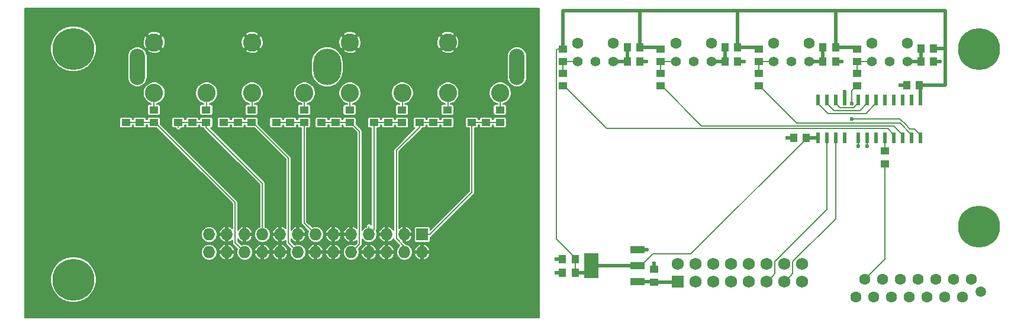
<source format=gbr>
G04 #@! TF.GenerationSoftware,KiCad,Pcbnew,(5.1.2-1)-1*
G04 #@! TF.CreationDate,2019-07-24T21:32:52+02:00*
G04 #@! TF.ProjectId,AddOnB,4164644f-6e42-42e6-9b69-6361645f7063,rev?*
G04 #@! TF.SameCoordinates,Original*
G04 #@! TF.FileFunction,Copper,L2,Bot*
G04 #@! TF.FilePolarity,Positive*
%FSLAX46Y46*%
G04 Gerber Fmt 4.6, Leading zero omitted, Abs format (unit mm)*
G04 Created by KiCad (PCBNEW (5.1.2-1)-1) date 2019-07-24 21:32:52*
%MOMM*%
%LPD*%
G04 APERTURE LIST*
%ADD10C,6.000000*%
%ADD11C,1.727200*%
%ADD12R,1.727200X1.727200*%
%ADD13O,4.000000X5.200000*%
%ADD14O,2.200000X5.200000*%
%ADD15C,2.600000*%
%ADD16R,1.300000X1.000000*%
%ADD17R,1.000000X1.300000*%
%ADD18C,1.600000*%
%ADD19C,1.400000*%
%ADD20O,1.727200X1.727200*%
%ADD21R,0.600000X1.500000*%
%ADD22R,2.032000X3.657600*%
%ADD23R,2.032000X1.016000*%
%ADD24R,0.600000X1.550000*%
%ADD25C,1.500000*%
%ADD26C,0.600000*%
%ADD27C,0.200000*%
%ADD28C,0.500000*%
%ADD29C,0.600000*%
%ADD30C,0.180000*%
G04 APERTURE END LIST*
D10*
X208280000Y83820000D03*
X208280000Y50800000D03*
X337820000Y58420000D03*
D11*
X312540000Y53065000D03*
X312540000Y50525000D03*
X310000000Y53065000D03*
X310000000Y50525000D03*
X307460000Y53065000D03*
X307460000Y50525000D03*
X304920000Y53065000D03*
X304920000Y50525000D03*
X302380000Y53065000D03*
X302380000Y50525000D03*
X299840000Y53065000D03*
X299840000Y50525000D03*
X297300000Y53065000D03*
X297300000Y50525000D03*
X294760000Y53065000D03*
D12*
X294760000Y50525000D03*
D13*
X244590000Y81250000D03*
D14*
X217440000Y81250000D03*
X271740000Y81250000D03*
D15*
X227340000Y77500000D03*
X219840000Y77500000D03*
X219840000Y84750000D03*
X233840000Y77500000D03*
X233840000Y84750000D03*
X241340000Y77500000D03*
X247840000Y84750000D03*
X247840000Y77500000D03*
X255340000Y77500000D03*
X261840000Y84750000D03*
X261840000Y77500000D03*
X269340000Y77500000D03*
D16*
X217790000Y75100000D03*
X217790000Y73300000D03*
X225290000Y75100000D03*
X225290000Y73300000D03*
X231790000Y73300000D03*
X231790000Y75100000D03*
X239290000Y73300000D03*
X239290000Y75100000D03*
X245790000Y75100000D03*
X245790000Y73300000D03*
X253290000Y73300000D03*
X253290000Y75100000D03*
X259790000Y75100000D03*
X259790000Y73300000D03*
X267290000Y73300000D03*
X267290000Y75100000D03*
D17*
X287500000Y82000000D03*
X289300000Y82000000D03*
X301500000Y82000000D03*
X303300000Y82000000D03*
X315500000Y82000000D03*
X317300000Y82000000D03*
X329500000Y82000000D03*
X331300000Y82000000D03*
X327500000Y78600000D03*
X329300000Y78600000D03*
X287500000Y84000000D03*
X289300000Y84000000D03*
X301500000Y84000000D03*
X303300000Y84000000D03*
X315500000Y84000000D03*
X317300000Y84000000D03*
X329500000Y83900000D03*
X331300000Y83900000D03*
D16*
X219790000Y75100000D03*
X219790000Y73300000D03*
X215790000Y73300000D03*
X215790000Y75100000D03*
X227290000Y73300000D03*
X227290000Y75100000D03*
X223290000Y75100000D03*
X223290000Y73300000D03*
X233790000Y73300000D03*
X233790000Y75100000D03*
X229790000Y75100000D03*
X229790000Y73300000D03*
X241290000Y75100000D03*
X241290000Y73300000D03*
X237290000Y73300000D03*
X237290000Y75100000D03*
X247790000Y75100000D03*
X247790000Y73300000D03*
X243790000Y73300000D03*
X243790000Y75100000D03*
X255290000Y73300000D03*
X255290000Y75100000D03*
X251290000Y75100000D03*
X251290000Y73300000D03*
X261790000Y73300000D03*
X261790000Y75100000D03*
X257790000Y73300000D03*
X257790000Y75100000D03*
X269290000Y75100000D03*
X269290000Y73300000D03*
X265290000Y75100000D03*
X265290000Y73300000D03*
D18*
X280460000Y84630000D03*
X285540000Y84630000D03*
D19*
X280460000Y82000000D03*
X283000000Y82000000D03*
X285540000Y82000000D03*
X299540000Y82000000D03*
X297000000Y82000000D03*
X294460000Y82000000D03*
D18*
X299540000Y84630000D03*
X294460000Y84630000D03*
X308460000Y84630000D03*
X313540000Y84630000D03*
D19*
X308460000Y82000000D03*
X311000000Y82000000D03*
X313540000Y82000000D03*
X327540000Y82000000D03*
X325000000Y82000000D03*
X322460000Y82000000D03*
D18*
X327540000Y84630000D03*
X322460000Y84630000D03*
D20*
X227710000Y54710000D03*
X227710000Y57250000D03*
X230250000Y54710000D03*
X230250000Y57250000D03*
X232790000Y54710000D03*
X232790000Y57250000D03*
X235330000Y54710000D03*
X235330000Y57250000D03*
X237870000Y54710000D03*
X237870000Y57250000D03*
X240410000Y54710000D03*
X240410000Y57250000D03*
X242950000Y54710000D03*
X242950000Y57250000D03*
X245490000Y54710000D03*
X245490000Y57250000D03*
X248030000Y54710000D03*
X248030000Y57250000D03*
X250570000Y54710000D03*
X250570000Y57250000D03*
X253110000Y54710000D03*
X253110000Y57250000D03*
X255650000Y54710000D03*
X255650000Y57250000D03*
X258190000Y54710000D03*
D12*
X258190000Y57250000D03*
D21*
X329445000Y71100000D03*
X328175000Y71100000D03*
X326905000Y71100000D03*
X325635000Y71100000D03*
X324365000Y71100000D03*
X323095000Y71100000D03*
X321825000Y71100000D03*
X320555000Y71100000D03*
X320555000Y76500000D03*
X321825000Y76500000D03*
X323095000Y76500000D03*
X324365000Y76500000D03*
X325635000Y76500000D03*
X326905000Y76500000D03*
X328175000Y76500000D03*
X329445000Y76500000D03*
D16*
X278300000Y78500000D03*
X278300000Y80300000D03*
X292300000Y80300000D03*
X292300000Y78500000D03*
X306300000Y78500000D03*
X306300000Y80300000D03*
X320400000Y80300000D03*
X320400000Y78500000D03*
X278300000Y83800000D03*
X278300000Y82000000D03*
X292300000Y82000000D03*
X292300000Y83800000D03*
X306300000Y83800000D03*
X306300000Y82000000D03*
X320400000Y82000000D03*
X320400000Y83800000D03*
X291360000Y50465000D03*
X291360000Y52265000D03*
D17*
X278260000Y53765000D03*
X280060000Y53765000D03*
X278260000Y51765000D03*
X280060000Y51765000D03*
X311300000Y71100000D03*
X313100000Y71100000D03*
D22*
X282358000Y52765000D03*
D23*
X288962000Y52765000D03*
X288962000Y50479000D03*
X288962000Y55051000D03*
D24*
X314795000Y76500000D03*
X316065000Y76500000D03*
X317335000Y76500000D03*
X318605000Y76500000D03*
X318605000Y71100000D03*
X317335000Y71100000D03*
X316065000Y71100000D03*
X314795000Y71100000D03*
D16*
X324400000Y69200000D03*
X324400000Y67400000D03*
D18*
X336715000Y50835000D03*
X335445000Y48295000D03*
X334175000Y50835000D03*
X332905000Y48295000D03*
X331635000Y50835000D03*
X330365000Y48295000D03*
X329095000Y50835000D03*
X327825000Y48295000D03*
X326555000Y50835000D03*
X325285000Y48295000D03*
X324015000Y50835000D03*
X322745000Y48295000D03*
X321475000Y50835000D03*
X320205000Y48295000D03*
D25*
X338115000Y49035000D03*
D10*
X337820000Y83820000D03*
D26*
X318200000Y82000000D03*
X332200000Y82000000D03*
X304200000Y82000000D03*
X290200000Y82000000D03*
X320555000Y69900000D03*
X321825000Y69900000D03*
X326600000Y78600000D03*
X318600000Y77700000D03*
X310400000Y71100000D03*
X277360000Y53765000D03*
X277360000Y51765000D03*
X291360000Y53165000D03*
X290360000Y55065000D03*
X215790000Y76000000D03*
X217790000Y76000000D03*
X223290000Y76000000D03*
X225290000Y76000000D03*
X229790000Y76000000D03*
X231790000Y76000000D03*
X239290000Y76000000D03*
X237290000Y76000000D03*
X245790000Y76000000D03*
X243790000Y76000000D03*
X251290000Y76000000D03*
X253290000Y76000000D03*
X257790000Y76000000D03*
X259790000Y76000000D03*
X265290000Y76000000D03*
X267290000Y76000000D03*
X319600000Y73800008D03*
X319600000Y76000000D03*
D27*
X324365000Y76500000D02*
X324365000Y76050000D01*
X325635000Y76050000D02*
X325635000Y76500000D01*
X326905000Y76050000D02*
X326905000Y76500000D01*
X328175000Y76500000D02*
X328175000Y76050000D01*
X223290000Y75100000D02*
X223140000Y75100000D01*
X229790000Y75100000D02*
X229640000Y75100000D01*
X237290000Y75100000D02*
X237280002Y75100000D01*
X243790000Y75100000D02*
X243640000Y75100000D01*
X251290000Y75100000D02*
X251280002Y75100000D01*
X257790000Y75100000D02*
X257640000Y75100000D01*
X265290000Y75100000D02*
X265280002Y75100000D01*
D28*
X317300000Y82000000D02*
X318200000Y82000000D01*
X331300000Y82000000D02*
X332200000Y82000000D01*
X303300000Y82000000D02*
X304200000Y82000000D01*
X289300000Y82000000D02*
X290200000Y82000000D01*
D27*
X320555000Y71100000D02*
X320555000Y69900000D01*
X321825000Y69800000D02*
X321825000Y69900000D01*
X321825000Y71100000D02*
X321825000Y69800000D01*
D28*
X327500000Y78600000D02*
X326600000Y78600000D01*
X318605000Y77595000D02*
X318600000Y77600000D01*
X318605000Y76500000D02*
X318605000Y77595000D01*
X318605000Y77695000D02*
X318600000Y77700000D01*
X318605000Y76500000D02*
X318605000Y77695000D01*
X311300000Y71100000D02*
X310400000Y71100000D01*
X278260000Y53765000D02*
X277360000Y53765000D01*
X278260000Y51765000D02*
X277360000Y51765000D01*
X291360000Y52265000D02*
X291360000Y53165000D01*
X290346000Y55051000D02*
X290360000Y55065000D01*
X288962000Y55051000D02*
X290346000Y55051000D01*
D29*
X215790000Y75100000D02*
X215790000Y76000000D01*
X217790000Y75100000D02*
X217790000Y76000000D01*
X223290000Y75100000D02*
X223290000Y76000000D01*
X225290000Y75100000D02*
X225290000Y76000000D01*
X229790000Y75100000D02*
X229790000Y76000000D01*
X231790000Y75100000D02*
X231790000Y76000000D01*
X239290000Y75100000D02*
X239290000Y76000000D01*
X237290000Y75100000D02*
X237290000Y76000000D01*
X245790000Y75100000D02*
X245790000Y76000000D01*
X243790000Y75100000D02*
X243790000Y76000000D01*
X251290000Y75100000D02*
X251290000Y76000000D01*
X253290000Y75100000D02*
X253290000Y76000000D01*
X257790000Y75100000D02*
X257790000Y76000000D01*
X259790000Y75100000D02*
X259790000Y76000000D01*
X265290000Y75100000D02*
X265290000Y76000000D01*
X267290000Y75100000D02*
X267290000Y76000000D01*
D27*
X215790000Y73300000D02*
X217790000Y73300000D01*
X217790000Y73300000D02*
X219790000Y73300000D01*
X215790000Y73300000D02*
X215640000Y73300000D01*
X223290000Y73300000D02*
X225290000Y73300000D01*
X226140000Y73300000D02*
X227290000Y73300000D01*
X225290000Y73300000D02*
X226140000Y73300000D01*
X223290000Y73300000D02*
X223290000Y72600000D01*
X230640000Y73300000D02*
X231790000Y73300000D01*
X229790000Y73300000D02*
X230640000Y73300000D01*
X231790000Y73300000D02*
X233790000Y73300000D01*
X229790000Y73300000D02*
X229545700Y73300000D01*
X241290000Y73300000D02*
X239290000Y73300000D01*
X239290000Y73300000D02*
X237290000Y73300000D01*
X237290000Y73300000D02*
X237140000Y73300000D01*
X243790000Y73300000D02*
X245790000Y73300000D01*
X245790000Y73300000D02*
X247790000Y73300000D01*
X243790000Y73300000D02*
X243640000Y73300000D01*
X255290000Y73300000D02*
X253290000Y73300000D01*
X253290000Y73300000D02*
X251290000Y73300000D01*
X251290000Y73300000D02*
X251140000Y73300000D01*
X250570000Y57250000D02*
X250570000Y58409720D01*
X257790000Y73300000D02*
X259790000Y73300000D01*
X259790000Y73300000D02*
X261790000Y73300000D01*
X257790000Y73300000D02*
X257545700Y73300000D01*
X266140000Y73300000D02*
X267290000Y73300000D01*
X265290000Y73300000D02*
X266140000Y73300000D01*
X268140000Y73300000D02*
X269290000Y73300000D01*
X267290000Y73300000D02*
X268140000Y73300000D01*
X265290000Y73300000D02*
X265140000Y73300000D01*
D28*
X287500000Y84000000D02*
X287500000Y82000000D01*
X287500000Y82000000D02*
X285540000Y82000000D01*
X299540000Y82000000D02*
X301500000Y82000000D01*
X301500000Y82000000D02*
X301500000Y84000000D01*
X315500000Y82000000D02*
X315500000Y84000000D01*
X315500000Y82000000D02*
X313540000Y82000000D01*
X327540000Y82000000D02*
X329500000Y82000000D01*
X329500000Y82000000D02*
X329500000Y83900000D01*
X333000000Y83900000D02*
X331300000Y83900000D01*
X333000000Y83900000D02*
X333000000Y89300000D01*
X333000000Y89300000D02*
X317300000Y89300000D01*
X317300000Y89300000D02*
X317300000Y84000000D01*
X317300000Y89300000D02*
X303300000Y89300000D01*
X303300000Y89300000D02*
X303300000Y84000000D01*
X303300000Y89300000D02*
X289300000Y89300000D01*
X289300000Y89300000D02*
X289300000Y84000000D01*
X278300000Y89300000D02*
X278300000Y83800000D01*
X289300000Y89300000D02*
X278300000Y89300000D01*
X292100000Y84000000D02*
X292300000Y83800000D01*
X289300000Y84000000D02*
X292100000Y84000000D01*
X320200000Y84000000D02*
X320400000Y83800000D01*
X317300000Y84000000D02*
X320200000Y84000000D01*
X306100000Y84000000D02*
X306300000Y83800000D01*
X303300000Y84000000D02*
X306100000Y84000000D01*
X333000000Y78600000D02*
X329300000Y78600000D01*
X333000000Y78600000D02*
X333000000Y83900000D01*
X313100000Y71100000D02*
X314795000Y71100000D01*
X278150000Y83800000D02*
X278300000Y83800000D01*
X280060000Y51765000D02*
X281358000Y51765000D01*
X288962000Y52765000D02*
X282358000Y52765000D01*
D29*
X329445000Y78455000D02*
X329300000Y78600000D01*
D28*
X329445000Y76500000D02*
X329445000Y78455000D01*
D27*
X219790000Y77450000D02*
X219840000Y77500000D01*
X219790000Y75100000D02*
X219790000Y77450000D01*
X227340000Y75150000D02*
X227290000Y75100000D01*
X227340000Y77500000D02*
X227340000Y75150000D01*
X233840000Y75150000D02*
X233790000Y75100000D01*
X233840000Y77500000D02*
X233840000Y75150000D01*
X241340000Y75150000D02*
X241290000Y75100000D01*
X241340000Y77500000D02*
X241340000Y75150000D01*
X247840000Y75150000D02*
X247790000Y75100000D01*
X247840000Y77500000D02*
X247840000Y75150000D01*
X255340000Y75150000D02*
X255290000Y75100000D01*
X255340000Y77500000D02*
X255340000Y75150000D01*
X261840000Y75150000D02*
X261790000Y75100000D01*
X261840000Y77500000D02*
X261840000Y75150000D01*
X269340000Y75150000D02*
X269290000Y75100000D01*
X269340000Y77500000D02*
X269340000Y75150000D01*
X324365000Y69235000D02*
X324400000Y69200000D01*
X324365000Y71100000D02*
X324365000Y69235000D01*
X317335000Y76025000D02*
X317960000Y75400000D01*
X317335000Y76500000D02*
X317335000Y76025000D01*
X320555000Y76050000D02*
X320555000Y76500000D01*
X319905000Y75400000D02*
X320555000Y76050000D01*
X317960000Y75400000D02*
X319905000Y75400000D01*
X320774990Y74999990D02*
X321825000Y76050000D01*
X317090010Y74999990D02*
X320774990Y74999990D01*
X316065000Y76025000D02*
X317090010Y74999990D01*
X321825000Y76050000D02*
X321825000Y76500000D01*
X316065000Y76500000D02*
X316065000Y76025000D01*
X316220020Y74599980D02*
X321644980Y74599980D01*
X314795000Y76025000D02*
X316220020Y74599980D01*
X323095000Y76050000D02*
X323095000Y76500000D01*
X321644980Y74599980D02*
X323095000Y76050000D01*
X314795000Y76500000D02*
X314795000Y76025000D01*
X325635000Y71550000D02*
X325635000Y71100000D01*
X324785000Y72400000D02*
X325635000Y71550000D01*
X278450000Y78500000D02*
X284550000Y72400000D01*
X284550000Y72400000D02*
X324785000Y72400000D01*
X278300000Y78500000D02*
X278450000Y78500000D01*
X278300000Y80300000D02*
X278300000Y82000000D01*
X278300000Y82000000D02*
X280460000Y82000000D01*
X294460000Y82000000D02*
X292300000Y82000000D01*
X292300000Y80300000D02*
X292300000Y82000000D01*
X326905000Y71550000D02*
X326905000Y71100000D01*
X325655000Y72800000D02*
X326905000Y71550000D01*
X292450000Y78500000D02*
X298150000Y72800000D01*
X298150000Y72800000D02*
X325655000Y72800000D01*
X292300000Y78500000D02*
X292450000Y78500000D01*
X328175000Y71550000D02*
X328175000Y71100000D01*
X326524992Y73200008D02*
X328175000Y71550000D01*
X311749992Y73200008D02*
X326524992Y73200008D01*
X306450000Y78500000D02*
X311749992Y73200008D01*
X306300000Y78500000D02*
X306450000Y78500000D01*
X307470051Y82000000D02*
X306300000Y82000000D01*
X308460000Y82000000D02*
X307470051Y82000000D01*
X306300000Y82000000D02*
X306300000Y80300000D01*
X322460000Y82000000D02*
X320400000Y82000000D01*
X320400000Y82000000D02*
X320400000Y80300000D01*
X329445000Y71550000D02*
X328600000Y72395000D01*
X328600000Y72395000D02*
X327905000Y72395000D01*
X329445000Y71100000D02*
X329445000Y71550000D01*
X326490691Y73800008D02*
X327290699Y73000000D01*
X319600000Y73800008D02*
X326490691Y73800008D01*
X327290699Y73000000D02*
X327300000Y73000000D01*
X327905000Y72395000D02*
X327300000Y73000000D01*
X320250000Y78500000D02*
X320400000Y78500000D01*
X319600000Y77850000D02*
X320250000Y78500000D01*
X319600000Y76000000D02*
X319600000Y77850000D01*
D28*
X291346000Y50479000D02*
X291360000Y50465000D01*
X288962000Y50479000D02*
X291346000Y50479000D01*
X294700000Y50465000D02*
X294760000Y50525000D01*
X291360000Y50465000D02*
X294700000Y50465000D01*
D27*
X324550000Y67400000D02*
X324400000Y67400000D01*
X258190000Y54710000D02*
X259250000Y54710000D01*
X231413601Y61826399D02*
X231413601Y56086399D01*
X231413601Y56086399D02*
X231926401Y55573599D01*
X219940000Y73300000D02*
X231413601Y61826399D01*
X231926401Y55573599D02*
X232790000Y54710000D01*
X219790000Y73300000D02*
X219940000Y73300000D01*
X235330000Y58471314D02*
X235330000Y57250000D01*
X235330000Y64560000D02*
X235330000Y58471314D01*
X227290000Y72600000D02*
X235330000Y64560000D01*
X227290000Y73300000D02*
X227290000Y72600000D01*
X239546401Y55573599D02*
X240410000Y54710000D01*
X239033601Y68206399D02*
X239033601Y56086399D01*
X233940000Y73300000D02*
X239033601Y68206399D01*
X239033601Y56086399D02*
X239546401Y55573599D01*
X233790000Y73300000D02*
X233940000Y73300000D01*
X241290000Y58910000D02*
X242950000Y57250000D01*
X241290000Y73300000D02*
X241290000Y58910000D01*
X249193601Y55873601D02*
X248893599Y55573599D01*
X248893599Y55573599D02*
X248030000Y54710000D01*
X249193601Y72046399D02*
X249193601Y55873601D01*
X247940000Y73300000D02*
X249193601Y72046399D01*
X247790000Y73300000D02*
X247940000Y73300000D01*
X251290000Y57970000D02*
X250570000Y57250000D01*
X251290000Y73300000D02*
X251290000Y57970000D01*
X254486399Y69296399D02*
X254486399Y56663601D01*
X254486399Y56663601D02*
X255650000Y55500000D01*
X257790000Y72600000D02*
X254486399Y69296399D01*
X255650000Y55500000D02*
X255650000Y54710000D01*
X257790000Y73300000D02*
X257790000Y72600000D01*
X259253600Y57250000D02*
X258190000Y57250000D01*
X265290000Y63286400D02*
X259253600Y57250000D01*
X265290000Y73300000D02*
X265290000Y63286400D01*
X289470000Y52765000D02*
X288962000Y52765000D01*
X291169999Y54464999D02*
X289470000Y52765000D01*
X313100000Y70950000D02*
X296614999Y54464999D01*
X296614999Y54464999D02*
X291169999Y54464999D01*
X313100000Y71100000D02*
X313100000Y70950000D01*
X280060000Y53915000D02*
X280060000Y53765000D01*
X277349999Y83699999D02*
X277349999Y56625001D01*
X277349999Y56625001D02*
X280060000Y53915000D01*
X277450000Y83800000D02*
X277349999Y83699999D01*
X278300000Y83800000D02*
X277450000Y83800000D01*
X280060000Y52915000D02*
X280060000Y51765000D01*
X280060000Y53765000D02*
X280060000Y52915000D01*
X310863599Y51388599D02*
X310000000Y50525000D01*
X311163601Y51688601D02*
X310863599Y51388599D01*
X311163601Y53353601D02*
X311163601Y51688601D01*
X317335000Y59525000D02*
X311163601Y53353601D01*
X317335000Y71100000D02*
X317335000Y59525000D01*
X308323599Y51388599D02*
X307460000Y50525000D01*
X308623601Y51688601D02*
X308323599Y51388599D01*
X308623601Y53410731D02*
X308623601Y51688601D01*
X316065000Y60852130D02*
X308623601Y53410731D01*
X316065000Y71100000D02*
X316065000Y60852130D01*
X324400000Y53760000D02*
X321475000Y50835000D01*
X324400000Y67400000D02*
X324400000Y53760000D01*
D30*
G36*
X274910000Y45365000D02*
G01*
X201365000Y45365000D01*
X201365000Y51124037D01*
X204990000Y51124037D01*
X204990000Y50475963D01*
X205116433Y49840342D01*
X205364440Y49241601D01*
X205724490Y48702747D01*
X206182747Y48244490D01*
X206721601Y47884440D01*
X207320342Y47636433D01*
X207955963Y47510000D01*
X208604037Y47510000D01*
X209239658Y47636433D01*
X209838399Y47884440D01*
X210377253Y48244490D01*
X210835510Y48702747D01*
X211195560Y49241601D01*
X211443567Y49840342D01*
X211570000Y50475963D01*
X211570000Y51124037D01*
X211443567Y51759658D01*
X211195560Y52358399D01*
X210835510Y52897253D01*
X210377253Y53355510D01*
X209838399Y53715560D01*
X209239658Y53963567D01*
X208604037Y54090000D01*
X207955963Y54090000D01*
X207320342Y53963567D01*
X206721601Y53715560D01*
X206182747Y53355510D01*
X205724490Y52897253D01*
X205364440Y52358399D01*
X205116433Y51759658D01*
X204990000Y51124037D01*
X201365000Y51124037D01*
X201365000Y54710000D01*
X226550819Y54710000D01*
X226573092Y54483855D01*
X226639056Y54266401D01*
X226746176Y54065994D01*
X226890335Y53890335D01*
X227065994Y53746176D01*
X227266401Y53639056D01*
X227483855Y53573092D01*
X227653334Y53556400D01*
X227766666Y53556400D01*
X227936145Y53573092D01*
X228153599Y53639056D01*
X228354006Y53746176D01*
X228529665Y53890335D01*
X228673824Y54065994D01*
X228780944Y54266401D01*
X228812185Y54369389D01*
X229147831Y54369389D01*
X229229794Y54171492D01*
X229354455Y53982807D01*
X229513531Y53822068D01*
X229700909Y53695451D01*
X229909388Y53607823D01*
X230086000Y53640609D01*
X230086000Y54546000D01*
X230414000Y54546000D01*
X230414000Y53640609D01*
X230590612Y53607823D01*
X230799091Y53695451D01*
X230986469Y53822068D01*
X231145545Y53982807D01*
X231270206Y54171492D01*
X231352169Y54369389D01*
X231318588Y54546000D01*
X230414000Y54546000D01*
X230086000Y54546000D01*
X229181412Y54546000D01*
X229147831Y54369389D01*
X228812185Y54369389D01*
X228846908Y54483855D01*
X228869181Y54710000D01*
X228846908Y54936145D01*
X228812186Y55050611D01*
X229147831Y55050611D01*
X229181412Y54874000D01*
X230086000Y54874000D01*
X230086000Y55779391D01*
X230414000Y55779391D01*
X230414000Y54874000D01*
X231318588Y54874000D01*
X231352169Y55050611D01*
X231270206Y55248508D01*
X231145545Y55437193D01*
X230986469Y55597932D01*
X230799091Y55724549D01*
X230590612Y55812177D01*
X230414000Y55779391D01*
X230086000Y55779391D01*
X229909388Y55812177D01*
X229700909Y55724549D01*
X229513531Y55597932D01*
X229354455Y55437193D01*
X229229794Y55248508D01*
X229147831Y55050611D01*
X228812186Y55050611D01*
X228780944Y55153599D01*
X228673824Y55354006D01*
X228529665Y55529665D01*
X228354006Y55673824D01*
X228153599Y55780944D01*
X227936145Y55846908D01*
X227766666Y55863600D01*
X227653334Y55863600D01*
X227483855Y55846908D01*
X227266401Y55780944D01*
X227065994Y55673824D01*
X226890335Y55529665D01*
X226746176Y55354006D01*
X226639056Y55153599D01*
X226573092Y54936145D01*
X226550819Y54710000D01*
X201365000Y54710000D01*
X201365000Y57250000D01*
X226550819Y57250000D01*
X226573092Y57023855D01*
X226639056Y56806401D01*
X226746176Y56605994D01*
X226890335Y56430335D01*
X227065994Y56286176D01*
X227266401Y56179056D01*
X227483855Y56113092D01*
X227653334Y56096400D01*
X227766666Y56096400D01*
X227936145Y56113092D01*
X228153599Y56179056D01*
X228354006Y56286176D01*
X228529665Y56430335D01*
X228673824Y56605994D01*
X228780944Y56806401D01*
X228812185Y56909389D01*
X229147831Y56909389D01*
X229229794Y56711492D01*
X229354455Y56522807D01*
X229513531Y56362068D01*
X229700909Y56235451D01*
X229909388Y56147823D01*
X230086000Y56180609D01*
X230086000Y57086000D01*
X229181412Y57086000D01*
X229147831Y56909389D01*
X228812185Y56909389D01*
X228846908Y57023855D01*
X228869181Y57250000D01*
X228846908Y57476145D01*
X228812186Y57590611D01*
X229147831Y57590611D01*
X229181412Y57414000D01*
X230086000Y57414000D01*
X230086000Y58319391D01*
X229909388Y58352177D01*
X229700909Y58264549D01*
X229513531Y58137932D01*
X229354455Y57977193D01*
X229229794Y57788508D01*
X229147831Y57590611D01*
X228812186Y57590611D01*
X228780944Y57693599D01*
X228673824Y57894006D01*
X228529665Y58069665D01*
X228354006Y58213824D01*
X228153599Y58320944D01*
X227936145Y58386908D01*
X227766666Y58403600D01*
X227653334Y58403600D01*
X227483855Y58386908D01*
X227266401Y58320944D01*
X227065994Y58213824D01*
X226890335Y58069665D01*
X226746176Y57894006D01*
X226639056Y57693599D01*
X226573092Y57476145D01*
X226550819Y57250000D01*
X201365000Y57250000D01*
X201365000Y73800000D01*
X214848597Y73800000D01*
X214848597Y72800000D01*
X214854196Y72743150D01*
X214870779Y72688485D01*
X214897707Y72638105D01*
X214933947Y72593947D01*
X214978105Y72557707D01*
X215028485Y72530779D01*
X215083150Y72514196D01*
X215140000Y72508597D01*
X216440000Y72508597D01*
X216496850Y72514196D01*
X216551515Y72530779D01*
X216601895Y72557707D01*
X216646053Y72593947D01*
X216682293Y72638105D01*
X216709221Y72688485D01*
X216725804Y72743150D01*
X216731403Y72800000D01*
X216731403Y72910000D01*
X216848597Y72910000D01*
X216848597Y72800000D01*
X216854196Y72743150D01*
X216870779Y72688485D01*
X216897707Y72638105D01*
X216933947Y72593947D01*
X216978105Y72557707D01*
X217028485Y72530779D01*
X217083150Y72514196D01*
X217140000Y72508597D01*
X218440000Y72508597D01*
X218496850Y72514196D01*
X218551515Y72530779D01*
X218601895Y72557707D01*
X218646053Y72593947D01*
X218682293Y72638105D01*
X218709221Y72688485D01*
X218725804Y72743150D01*
X218731403Y72800000D01*
X218731403Y72910000D01*
X218848597Y72910000D01*
X218848597Y72800000D01*
X218854196Y72743150D01*
X218870779Y72688485D01*
X218897707Y72638105D01*
X218933947Y72593947D01*
X218978105Y72557707D01*
X219028485Y72530779D01*
X219083150Y72514196D01*
X219140000Y72508597D01*
X220179860Y72508597D01*
X231023601Y61664855D01*
X231023602Y58100411D01*
X230986469Y58137932D01*
X230799091Y58264549D01*
X230590612Y58352177D01*
X230414000Y58319391D01*
X230414000Y57414000D01*
X230434000Y57414000D01*
X230434000Y57086000D01*
X230414000Y57086000D01*
X230414000Y56180609D01*
X230590612Y56147823D01*
X230799091Y56235451D01*
X230986469Y56362068D01*
X231023602Y56399589D01*
X231023602Y56105568D01*
X231021714Y56086399D01*
X231029244Y56009946D01*
X231051545Y55936431D01*
X231087760Y55868678D01*
X231124282Y55824175D01*
X231124286Y55824171D01*
X231136496Y55809293D01*
X231151374Y55797083D01*
X231745460Y55202997D01*
X231719056Y55153599D01*
X231653092Y54936145D01*
X231630819Y54710000D01*
X231653092Y54483855D01*
X231719056Y54266401D01*
X231826176Y54065994D01*
X231970335Y53890335D01*
X232145994Y53746176D01*
X232346401Y53639056D01*
X232563855Y53573092D01*
X232733334Y53556400D01*
X232846666Y53556400D01*
X233016145Y53573092D01*
X233233599Y53639056D01*
X233434006Y53746176D01*
X233609665Y53890335D01*
X233753824Y54065994D01*
X233860944Y54266401D01*
X233892185Y54369389D01*
X234227831Y54369389D01*
X234309794Y54171492D01*
X234434455Y53982807D01*
X234593531Y53822068D01*
X234780909Y53695451D01*
X234989388Y53607823D01*
X235166000Y53640609D01*
X235166000Y54546000D01*
X235494000Y54546000D01*
X235494000Y53640609D01*
X235670612Y53607823D01*
X235879091Y53695451D01*
X236066469Y53822068D01*
X236225545Y53982807D01*
X236350206Y54171492D01*
X236432169Y54369389D01*
X236767831Y54369389D01*
X236849794Y54171492D01*
X236974455Y53982807D01*
X237133531Y53822068D01*
X237320909Y53695451D01*
X237529388Y53607823D01*
X237706000Y53640609D01*
X237706000Y54546000D01*
X238034000Y54546000D01*
X238034000Y53640609D01*
X238210612Y53607823D01*
X238419091Y53695451D01*
X238606469Y53822068D01*
X238765545Y53982807D01*
X238890206Y54171492D01*
X238972169Y54369389D01*
X238938588Y54546000D01*
X238034000Y54546000D01*
X237706000Y54546000D01*
X236801412Y54546000D01*
X236767831Y54369389D01*
X236432169Y54369389D01*
X236398588Y54546000D01*
X235494000Y54546000D01*
X235166000Y54546000D01*
X234261412Y54546000D01*
X234227831Y54369389D01*
X233892185Y54369389D01*
X233926908Y54483855D01*
X233949181Y54710000D01*
X233926908Y54936145D01*
X233892186Y55050611D01*
X234227831Y55050611D01*
X234261412Y54874000D01*
X235166000Y54874000D01*
X235166000Y55779391D01*
X235494000Y55779391D01*
X235494000Y54874000D01*
X236398588Y54874000D01*
X236432169Y55050611D01*
X236767831Y55050611D01*
X236801412Y54874000D01*
X237706000Y54874000D01*
X237706000Y55779391D01*
X238034000Y55779391D01*
X238034000Y54874000D01*
X238938588Y54874000D01*
X238972169Y55050611D01*
X238890206Y55248508D01*
X238765545Y55437193D01*
X238606469Y55597932D01*
X238419091Y55724549D01*
X238210612Y55812177D01*
X238034000Y55779391D01*
X237706000Y55779391D01*
X237529388Y55812177D01*
X237320909Y55724549D01*
X237133531Y55597932D01*
X236974455Y55437193D01*
X236849794Y55248508D01*
X236767831Y55050611D01*
X236432169Y55050611D01*
X236350206Y55248508D01*
X236225545Y55437193D01*
X236066469Y55597932D01*
X235879091Y55724549D01*
X235670612Y55812177D01*
X235494000Y55779391D01*
X235166000Y55779391D01*
X234989388Y55812177D01*
X234780909Y55724549D01*
X234593531Y55597932D01*
X234434455Y55437193D01*
X234309794Y55248508D01*
X234227831Y55050611D01*
X233892186Y55050611D01*
X233860944Y55153599D01*
X233753824Y55354006D01*
X233609665Y55529665D01*
X233434006Y55673824D01*
X233233599Y55780944D01*
X233016145Y55846908D01*
X232846666Y55863600D01*
X232733334Y55863600D01*
X232563855Y55846908D01*
X232346401Y55780944D01*
X232297003Y55754540D01*
X231803601Y56247942D01*
X231803601Y56660322D01*
X231894455Y56522807D01*
X232053531Y56362068D01*
X232240909Y56235451D01*
X232449388Y56147823D01*
X232626000Y56180609D01*
X232626000Y57086000D01*
X232954000Y57086000D01*
X232954000Y56180609D01*
X233130612Y56147823D01*
X233339091Y56235451D01*
X233526469Y56362068D01*
X233685545Y56522807D01*
X233810206Y56711492D01*
X233892169Y56909389D01*
X233858588Y57086000D01*
X232954000Y57086000D01*
X232626000Y57086000D01*
X232606000Y57086000D01*
X232606000Y57414000D01*
X232626000Y57414000D01*
X232626000Y58319391D01*
X232954000Y58319391D01*
X232954000Y57414000D01*
X233858588Y57414000D01*
X233892169Y57590611D01*
X233810206Y57788508D01*
X233685545Y57977193D01*
X233526469Y58137932D01*
X233339091Y58264549D01*
X233130612Y58352177D01*
X232954000Y58319391D01*
X232626000Y58319391D01*
X232449388Y58352177D01*
X232240909Y58264549D01*
X232053531Y58137932D01*
X231894455Y57977193D01*
X231803601Y57839678D01*
X231803601Y61807251D01*
X231805487Y61826400D01*
X231803601Y61845549D01*
X231803601Y61845558D01*
X231797958Y61902852D01*
X231775657Y61976368D01*
X231739443Y62044120D01*
X231690707Y62103505D01*
X231675830Y62115714D01*
X220731403Y73060140D01*
X220731403Y73800000D01*
X222348597Y73800000D01*
X222348597Y72800000D01*
X222354196Y72743150D01*
X222370779Y72688485D01*
X222397707Y72638105D01*
X222433947Y72593947D01*
X222478105Y72557707D01*
X222528485Y72530779D01*
X222583150Y72514196D01*
X222640000Y72508597D01*
X222910179Y72508597D01*
X222927945Y72450031D01*
X222964159Y72382279D01*
X223012895Y72322894D01*
X223072280Y72274158D01*
X223140032Y72237944D01*
X223213548Y72215643D01*
X223290000Y72208113D01*
X223366453Y72215643D01*
X223439969Y72237944D01*
X223507721Y72274158D01*
X223567106Y72322894D01*
X223615842Y72382279D01*
X223652056Y72450031D01*
X223669822Y72508597D01*
X223940000Y72508597D01*
X223996850Y72514196D01*
X224051515Y72530779D01*
X224101895Y72557707D01*
X224146053Y72593947D01*
X224182293Y72638105D01*
X224209221Y72688485D01*
X224225804Y72743150D01*
X224231403Y72800000D01*
X224231403Y72910000D01*
X224348597Y72910000D01*
X224348597Y72800000D01*
X224354196Y72743150D01*
X224370779Y72688485D01*
X224397707Y72638105D01*
X224433947Y72593947D01*
X224478105Y72557707D01*
X224528485Y72530779D01*
X224583150Y72514196D01*
X224640000Y72508597D01*
X225940000Y72508597D01*
X225996850Y72514196D01*
X226051515Y72530779D01*
X226101895Y72557707D01*
X226146053Y72593947D01*
X226182293Y72638105D01*
X226209221Y72688485D01*
X226225804Y72743150D01*
X226231403Y72800000D01*
X226231403Y72910000D01*
X226348597Y72910000D01*
X226348597Y72800000D01*
X226354196Y72743150D01*
X226370779Y72688485D01*
X226397707Y72638105D01*
X226433947Y72593947D01*
X226478105Y72557707D01*
X226528485Y72530779D01*
X226583150Y72514196D01*
X226640000Y72508597D01*
X226910178Y72508597D01*
X226927944Y72450032D01*
X226964159Y72382279D01*
X227000681Y72337776D01*
X227000682Y72337775D01*
X227012895Y72322894D01*
X227027773Y72310684D01*
X234940000Y64398456D01*
X234940001Y58490482D01*
X234940000Y58490472D01*
X234940000Y58337203D01*
X234886401Y58320944D01*
X234685994Y58213824D01*
X234510335Y58069665D01*
X234366176Y57894006D01*
X234259056Y57693599D01*
X234193092Y57476145D01*
X234170819Y57250000D01*
X234193092Y57023855D01*
X234259056Y56806401D01*
X234366176Y56605994D01*
X234510335Y56430335D01*
X234685994Y56286176D01*
X234886401Y56179056D01*
X235103855Y56113092D01*
X235273334Y56096400D01*
X235386666Y56096400D01*
X235556145Y56113092D01*
X235773599Y56179056D01*
X235974006Y56286176D01*
X236149665Y56430335D01*
X236293824Y56605994D01*
X236400944Y56806401D01*
X236432185Y56909389D01*
X236767831Y56909389D01*
X236849794Y56711492D01*
X236974455Y56522807D01*
X237133531Y56362068D01*
X237320909Y56235451D01*
X237529388Y56147823D01*
X237706000Y56180609D01*
X237706000Y57086000D01*
X236801412Y57086000D01*
X236767831Y56909389D01*
X236432185Y56909389D01*
X236466908Y57023855D01*
X236489181Y57250000D01*
X236466908Y57476145D01*
X236432186Y57590611D01*
X236767831Y57590611D01*
X236801412Y57414000D01*
X237706000Y57414000D01*
X237706000Y58319391D01*
X237529388Y58352177D01*
X237320909Y58264549D01*
X237133531Y58137932D01*
X236974455Y57977193D01*
X236849794Y57788508D01*
X236767831Y57590611D01*
X236432186Y57590611D01*
X236400944Y57693599D01*
X236293824Y57894006D01*
X236149665Y58069665D01*
X235974006Y58213824D01*
X235773599Y58320944D01*
X235720000Y58337203D01*
X235720000Y64540842D01*
X235721887Y64560001D01*
X235714357Y64636454D01*
X235692056Y64709969D01*
X235655842Y64777721D01*
X235607106Y64837106D01*
X235592229Y64849315D01*
X227932946Y72508597D01*
X227940000Y72508597D01*
X227996850Y72514196D01*
X228051515Y72530779D01*
X228101895Y72557707D01*
X228146053Y72593947D01*
X228182293Y72638105D01*
X228209221Y72688485D01*
X228225804Y72743150D01*
X228231403Y72800000D01*
X228231403Y73800000D01*
X228848597Y73800000D01*
X228848597Y72800000D01*
X228854196Y72743150D01*
X228870779Y72688485D01*
X228897707Y72638105D01*
X228933947Y72593947D01*
X228978105Y72557707D01*
X229028485Y72530779D01*
X229083150Y72514196D01*
X229140000Y72508597D01*
X230440000Y72508597D01*
X230496850Y72514196D01*
X230551515Y72530779D01*
X230601895Y72557707D01*
X230646053Y72593947D01*
X230682293Y72638105D01*
X230709221Y72688485D01*
X230725804Y72743150D01*
X230731403Y72800000D01*
X230731403Y72910000D01*
X230848597Y72910000D01*
X230848597Y72800000D01*
X230854196Y72743150D01*
X230870779Y72688485D01*
X230897707Y72638105D01*
X230933947Y72593947D01*
X230978105Y72557707D01*
X231028485Y72530779D01*
X231083150Y72514196D01*
X231140000Y72508597D01*
X232440000Y72508597D01*
X232496850Y72514196D01*
X232551515Y72530779D01*
X232601895Y72557707D01*
X232646053Y72593947D01*
X232682293Y72638105D01*
X232709221Y72688485D01*
X232725804Y72743150D01*
X232731403Y72800000D01*
X232731403Y72910000D01*
X232848597Y72910000D01*
X232848597Y72800000D01*
X232854196Y72743150D01*
X232870779Y72688485D01*
X232897707Y72638105D01*
X232933947Y72593947D01*
X232978105Y72557707D01*
X233028485Y72530779D01*
X233083150Y72514196D01*
X233140000Y72508597D01*
X234179860Y72508597D01*
X238643601Y68044856D01*
X238643602Y58100411D01*
X238606469Y58137932D01*
X238419091Y58264549D01*
X238210612Y58352177D01*
X238034000Y58319391D01*
X238034000Y57414000D01*
X238054000Y57414000D01*
X238054000Y57086000D01*
X238034000Y57086000D01*
X238034000Y56180609D01*
X238210612Y56147823D01*
X238419091Y56235451D01*
X238606469Y56362068D01*
X238643602Y56399589D01*
X238643602Y56105568D01*
X238641714Y56086399D01*
X238649244Y56009946D01*
X238671545Y55936431D01*
X238707760Y55868678D01*
X238744282Y55824175D01*
X238744286Y55824171D01*
X238756496Y55809293D01*
X238771374Y55797083D01*
X239365460Y55202997D01*
X239339056Y55153599D01*
X239273092Y54936145D01*
X239250819Y54710000D01*
X239273092Y54483855D01*
X239339056Y54266401D01*
X239446176Y54065994D01*
X239590335Y53890335D01*
X239765994Y53746176D01*
X239966401Y53639056D01*
X240183855Y53573092D01*
X240353334Y53556400D01*
X240466666Y53556400D01*
X240636145Y53573092D01*
X240853599Y53639056D01*
X241054006Y53746176D01*
X241229665Y53890335D01*
X241373824Y54065994D01*
X241480944Y54266401D01*
X241512185Y54369389D01*
X241847831Y54369389D01*
X241929794Y54171492D01*
X242054455Y53982807D01*
X242213531Y53822068D01*
X242400909Y53695451D01*
X242609388Y53607823D01*
X242786000Y53640609D01*
X242786000Y54546000D01*
X243114000Y54546000D01*
X243114000Y53640609D01*
X243290612Y53607823D01*
X243499091Y53695451D01*
X243686469Y53822068D01*
X243845545Y53982807D01*
X243970206Y54171492D01*
X244052169Y54369389D01*
X244387831Y54369389D01*
X244469794Y54171492D01*
X244594455Y53982807D01*
X244753531Y53822068D01*
X244940909Y53695451D01*
X245149388Y53607823D01*
X245326000Y53640609D01*
X245326000Y54546000D01*
X245654000Y54546000D01*
X245654000Y53640609D01*
X245830612Y53607823D01*
X246039091Y53695451D01*
X246226469Y53822068D01*
X246385545Y53982807D01*
X246510206Y54171492D01*
X246592169Y54369389D01*
X246558588Y54546000D01*
X245654000Y54546000D01*
X245326000Y54546000D01*
X244421412Y54546000D01*
X244387831Y54369389D01*
X244052169Y54369389D01*
X244018588Y54546000D01*
X243114000Y54546000D01*
X242786000Y54546000D01*
X241881412Y54546000D01*
X241847831Y54369389D01*
X241512185Y54369389D01*
X241546908Y54483855D01*
X241569181Y54710000D01*
X241546908Y54936145D01*
X241512186Y55050611D01*
X241847831Y55050611D01*
X241881412Y54874000D01*
X242786000Y54874000D01*
X242786000Y55779391D01*
X243114000Y55779391D01*
X243114000Y54874000D01*
X244018588Y54874000D01*
X244052169Y55050611D01*
X244387831Y55050611D01*
X244421412Y54874000D01*
X245326000Y54874000D01*
X245326000Y55779391D01*
X245654000Y55779391D01*
X245654000Y54874000D01*
X246558588Y54874000D01*
X246592169Y55050611D01*
X246510206Y55248508D01*
X246385545Y55437193D01*
X246226469Y55597932D01*
X246039091Y55724549D01*
X245830612Y55812177D01*
X245654000Y55779391D01*
X245326000Y55779391D01*
X245149388Y55812177D01*
X244940909Y55724549D01*
X244753531Y55597932D01*
X244594455Y55437193D01*
X244469794Y55248508D01*
X244387831Y55050611D01*
X244052169Y55050611D01*
X243970206Y55248508D01*
X243845545Y55437193D01*
X243686469Y55597932D01*
X243499091Y55724549D01*
X243290612Y55812177D01*
X243114000Y55779391D01*
X242786000Y55779391D01*
X242609388Y55812177D01*
X242400909Y55724549D01*
X242213531Y55597932D01*
X242054455Y55437193D01*
X241929794Y55248508D01*
X241847831Y55050611D01*
X241512186Y55050611D01*
X241480944Y55153599D01*
X241373824Y55354006D01*
X241229665Y55529665D01*
X241054006Y55673824D01*
X240853599Y55780944D01*
X240636145Y55846908D01*
X240466666Y55863600D01*
X240353334Y55863600D01*
X240183855Y55846908D01*
X239966401Y55780944D01*
X239917003Y55754540D01*
X239423601Y56247942D01*
X239423601Y56660322D01*
X239514455Y56522807D01*
X239673531Y56362068D01*
X239860909Y56235451D01*
X240069388Y56147823D01*
X240246000Y56180609D01*
X240246000Y57086000D01*
X240574000Y57086000D01*
X240574000Y56180609D01*
X240750612Y56147823D01*
X240959091Y56235451D01*
X241146469Y56362068D01*
X241305545Y56522807D01*
X241430206Y56711492D01*
X241512169Y56909389D01*
X241478588Y57086000D01*
X240574000Y57086000D01*
X240246000Y57086000D01*
X240226000Y57086000D01*
X240226000Y57414000D01*
X240246000Y57414000D01*
X240246000Y58319391D01*
X240574000Y58319391D01*
X240574000Y57414000D01*
X241478588Y57414000D01*
X241512169Y57590611D01*
X241430206Y57788508D01*
X241305545Y57977193D01*
X241146469Y58137932D01*
X240959091Y58264549D01*
X240750612Y58352177D01*
X240574000Y58319391D01*
X240246000Y58319391D01*
X240069388Y58352177D01*
X239860909Y58264549D01*
X239673531Y58137932D01*
X239514455Y57977193D01*
X239423601Y57839678D01*
X239423601Y68187240D01*
X239425488Y68206399D01*
X239417958Y68282852D01*
X239395657Y68356367D01*
X239395657Y68356368D01*
X239359443Y68424120D01*
X239310707Y68483505D01*
X239295824Y68495719D01*
X234731403Y73060140D01*
X234731403Y73800000D01*
X236348597Y73800000D01*
X236348597Y72800000D01*
X236354196Y72743150D01*
X236370779Y72688485D01*
X236397707Y72638105D01*
X236433947Y72593947D01*
X236478105Y72557707D01*
X236528485Y72530779D01*
X236583150Y72514196D01*
X236640000Y72508597D01*
X237940000Y72508597D01*
X237996850Y72514196D01*
X238051515Y72530779D01*
X238101895Y72557707D01*
X238146053Y72593947D01*
X238182293Y72638105D01*
X238209221Y72688485D01*
X238225804Y72743150D01*
X238231403Y72800000D01*
X238231403Y72910000D01*
X238348597Y72910000D01*
X238348597Y72800000D01*
X238354196Y72743150D01*
X238370779Y72688485D01*
X238397707Y72638105D01*
X238433947Y72593947D01*
X238478105Y72557707D01*
X238528485Y72530779D01*
X238583150Y72514196D01*
X238640000Y72508597D01*
X239940000Y72508597D01*
X239996850Y72514196D01*
X240051515Y72530779D01*
X240101895Y72557707D01*
X240146053Y72593947D01*
X240182293Y72638105D01*
X240209221Y72688485D01*
X240225804Y72743150D01*
X240231403Y72800000D01*
X240231403Y72910000D01*
X240348597Y72910000D01*
X240348597Y72800000D01*
X240354196Y72743150D01*
X240370779Y72688485D01*
X240397707Y72638105D01*
X240433947Y72593947D01*
X240478105Y72557707D01*
X240528485Y72530779D01*
X240583150Y72514196D01*
X240640000Y72508597D01*
X240900000Y72508597D01*
X240900001Y58929169D01*
X240898113Y58910000D01*
X240905643Y58833547D01*
X240927944Y58760032D01*
X240964159Y58692279D01*
X241000681Y58647776D01*
X241000685Y58647772D01*
X241012895Y58632894D01*
X241027773Y58620684D01*
X241905460Y57742997D01*
X241879056Y57693599D01*
X241813092Y57476145D01*
X241790819Y57250000D01*
X241813092Y57023855D01*
X241879056Y56806401D01*
X241986176Y56605994D01*
X242130335Y56430335D01*
X242305994Y56286176D01*
X242506401Y56179056D01*
X242723855Y56113092D01*
X242893334Y56096400D01*
X243006666Y56096400D01*
X243176145Y56113092D01*
X243393599Y56179056D01*
X243594006Y56286176D01*
X243769665Y56430335D01*
X243913824Y56605994D01*
X244020944Y56806401D01*
X244052185Y56909389D01*
X244387831Y56909389D01*
X244469794Y56711492D01*
X244594455Y56522807D01*
X244753531Y56362068D01*
X244940909Y56235451D01*
X245149388Y56147823D01*
X245326000Y56180609D01*
X245326000Y57086000D01*
X245654000Y57086000D01*
X245654000Y56180609D01*
X245830612Y56147823D01*
X246039091Y56235451D01*
X246226469Y56362068D01*
X246385545Y56522807D01*
X246510206Y56711492D01*
X246592169Y56909389D01*
X246927831Y56909389D01*
X247009794Y56711492D01*
X247134455Y56522807D01*
X247293531Y56362068D01*
X247480909Y56235451D01*
X247689388Y56147823D01*
X247866000Y56180609D01*
X247866000Y57086000D01*
X246961412Y57086000D01*
X246927831Y56909389D01*
X246592169Y56909389D01*
X246558588Y57086000D01*
X245654000Y57086000D01*
X245326000Y57086000D01*
X244421412Y57086000D01*
X244387831Y56909389D01*
X244052185Y56909389D01*
X244086908Y57023855D01*
X244109181Y57250000D01*
X244086908Y57476145D01*
X244052186Y57590611D01*
X244387831Y57590611D01*
X244421412Y57414000D01*
X245326000Y57414000D01*
X245326000Y58319391D01*
X245654000Y58319391D01*
X245654000Y57414000D01*
X246558588Y57414000D01*
X246592169Y57590611D01*
X246927831Y57590611D01*
X246961412Y57414000D01*
X247866000Y57414000D01*
X247866000Y58319391D01*
X247689388Y58352177D01*
X247480909Y58264549D01*
X247293531Y58137932D01*
X247134455Y57977193D01*
X247009794Y57788508D01*
X246927831Y57590611D01*
X246592169Y57590611D01*
X246510206Y57788508D01*
X246385545Y57977193D01*
X246226469Y58137932D01*
X246039091Y58264549D01*
X245830612Y58352177D01*
X245654000Y58319391D01*
X245326000Y58319391D01*
X245149388Y58352177D01*
X244940909Y58264549D01*
X244753531Y58137932D01*
X244594455Y57977193D01*
X244469794Y57788508D01*
X244387831Y57590611D01*
X244052186Y57590611D01*
X244020944Y57693599D01*
X243913824Y57894006D01*
X243769665Y58069665D01*
X243594006Y58213824D01*
X243393599Y58320944D01*
X243176145Y58386908D01*
X243006666Y58403600D01*
X242893334Y58403600D01*
X242723855Y58386908D01*
X242506401Y58320944D01*
X242457003Y58294540D01*
X241680000Y59071543D01*
X241680000Y72508597D01*
X241940000Y72508597D01*
X241996850Y72514196D01*
X242051515Y72530779D01*
X242101895Y72557707D01*
X242146053Y72593947D01*
X242182293Y72638105D01*
X242209221Y72688485D01*
X242225804Y72743150D01*
X242231403Y72800000D01*
X242231403Y73800000D01*
X242848597Y73800000D01*
X242848597Y72800000D01*
X242854196Y72743150D01*
X242870779Y72688485D01*
X242897707Y72638105D01*
X242933947Y72593947D01*
X242978105Y72557707D01*
X243028485Y72530779D01*
X243083150Y72514196D01*
X243140000Y72508597D01*
X244440000Y72508597D01*
X244496850Y72514196D01*
X244551515Y72530779D01*
X244601895Y72557707D01*
X244646053Y72593947D01*
X244682293Y72638105D01*
X244709221Y72688485D01*
X244725804Y72743150D01*
X244731403Y72800000D01*
X244731403Y72910000D01*
X244848597Y72910000D01*
X244848597Y72800000D01*
X244854196Y72743150D01*
X244870779Y72688485D01*
X244897707Y72638105D01*
X244933947Y72593947D01*
X244978105Y72557707D01*
X245028485Y72530779D01*
X245083150Y72514196D01*
X245140000Y72508597D01*
X246440000Y72508597D01*
X246496850Y72514196D01*
X246551515Y72530779D01*
X246601895Y72557707D01*
X246646053Y72593947D01*
X246682293Y72638105D01*
X246709221Y72688485D01*
X246725804Y72743150D01*
X246731403Y72800000D01*
X246731403Y72910000D01*
X246848597Y72910000D01*
X246848597Y72800000D01*
X246854196Y72743150D01*
X246870779Y72688485D01*
X246897707Y72638105D01*
X246933947Y72593947D01*
X246978105Y72557707D01*
X247028485Y72530779D01*
X247083150Y72514196D01*
X247140000Y72508597D01*
X248179860Y72508597D01*
X248803601Y71884856D01*
X248803602Y58100411D01*
X248766469Y58137932D01*
X248579091Y58264549D01*
X248370612Y58352177D01*
X248194000Y58319391D01*
X248194000Y57414000D01*
X248214000Y57414000D01*
X248214000Y57086000D01*
X248194000Y57086000D01*
X248194000Y56180609D01*
X248370612Y56147823D01*
X248579091Y56235451D01*
X248766469Y56362068D01*
X248803602Y56399589D01*
X248803602Y56035146D01*
X248631375Y55862918D01*
X248522997Y55754540D01*
X248473599Y55780944D01*
X248256145Y55846908D01*
X248086666Y55863600D01*
X247973334Y55863600D01*
X247803855Y55846908D01*
X247586401Y55780944D01*
X247385994Y55673824D01*
X247210335Y55529665D01*
X247066176Y55354006D01*
X246959056Y55153599D01*
X246893092Y54936145D01*
X246870819Y54710000D01*
X246893092Y54483855D01*
X246959056Y54266401D01*
X247066176Y54065994D01*
X247210335Y53890335D01*
X247385994Y53746176D01*
X247586401Y53639056D01*
X247803855Y53573092D01*
X247973334Y53556400D01*
X248086666Y53556400D01*
X248256145Y53573092D01*
X248473599Y53639056D01*
X248674006Y53746176D01*
X248849665Y53890335D01*
X248993824Y54065994D01*
X249100944Y54266401D01*
X249132185Y54369389D01*
X249467831Y54369389D01*
X249549794Y54171492D01*
X249674455Y53982807D01*
X249833531Y53822068D01*
X250020909Y53695451D01*
X250229388Y53607823D01*
X250406000Y53640609D01*
X250406000Y54546000D01*
X250734000Y54546000D01*
X250734000Y53640609D01*
X250910612Y53607823D01*
X251119091Y53695451D01*
X251306469Y53822068D01*
X251465545Y53982807D01*
X251590206Y54171492D01*
X251672169Y54369389D01*
X252007831Y54369389D01*
X252089794Y54171492D01*
X252214455Y53982807D01*
X252373531Y53822068D01*
X252560909Y53695451D01*
X252769388Y53607823D01*
X252946000Y53640609D01*
X252946000Y54546000D01*
X253274000Y54546000D01*
X253274000Y53640609D01*
X253450612Y53607823D01*
X253659091Y53695451D01*
X253846469Y53822068D01*
X254005545Y53982807D01*
X254130206Y54171492D01*
X254212169Y54369389D01*
X254178588Y54546000D01*
X253274000Y54546000D01*
X252946000Y54546000D01*
X252041412Y54546000D01*
X252007831Y54369389D01*
X251672169Y54369389D01*
X251638588Y54546000D01*
X250734000Y54546000D01*
X250406000Y54546000D01*
X249501412Y54546000D01*
X249467831Y54369389D01*
X249132185Y54369389D01*
X249166908Y54483855D01*
X249189181Y54710000D01*
X249166908Y54936145D01*
X249132186Y55050611D01*
X249467831Y55050611D01*
X249501412Y54874000D01*
X250406000Y54874000D01*
X250406000Y55779391D01*
X250734000Y55779391D01*
X250734000Y54874000D01*
X251638588Y54874000D01*
X251672169Y55050611D01*
X252007831Y55050611D01*
X252041412Y54874000D01*
X252946000Y54874000D01*
X252946000Y55779391D01*
X253274000Y55779391D01*
X253274000Y54874000D01*
X254178588Y54874000D01*
X254212169Y55050611D01*
X254130206Y55248508D01*
X254005545Y55437193D01*
X253846469Y55597932D01*
X253659091Y55724549D01*
X253450612Y55812177D01*
X253274000Y55779391D01*
X252946000Y55779391D01*
X252769388Y55812177D01*
X252560909Y55724549D01*
X252373531Y55597932D01*
X252214455Y55437193D01*
X252089794Y55248508D01*
X252007831Y55050611D01*
X251672169Y55050611D01*
X251590206Y55248508D01*
X251465545Y55437193D01*
X251306469Y55597932D01*
X251119091Y55724549D01*
X250910612Y55812177D01*
X250734000Y55779391D01*
X250406000Y55779391D01*
X250229388Y55812177D01*
X250020909Y55724549D01*
X249833531Y55597932D01*
X249674455Y55437193D01*
X249549794Y55248508D01*
X249467831Y55050611D01*
X249132186Y55050611D01*
X249100944Y55153599D01*
X249074540Y55202997D01*
X249182918Y55311375D01*
X249455828Y55584284D01*
X249470707Y55596495D01*
X249519443Y55655880D01*
X249555657Y55723632D01*
X249567364Y55762225D01*
X249577958Y55797147D01*
X249585488Y55873601D01*
X249583601Y55892760D01*
X249583601Y56648229D01*
X249606176Y56605994D01*
X249750335Y56430335D01*
X249925994Y56286176D01*
X250126401Y56179056D01*
X250343855Y56113092D01*
X250513334Y56096400D01*
X250626666Y56096400D01*
X250796145Y56113092D01*
X251013599Y56179056D01*
X251214006Y56286176D01*
X251389665Y56430335D01*
X251533824Y56605994D01*
X251640944Y56806401D01*
X251672185Y56909389D01*
X252007831Y56909389D01*
X252089794Y56711492D01*
X252214455Y56522807D01*
X252373531Y56362068D01*
X252560909Y56235451D01*
X252769388Y56147823D01*
X252946000Y56180609D01*
X252946000Y57086000D01*
X252041412Y57086000D01*
X252007831Y56909389D01*
X251672185Y56909389D01*
X251706908Y57023855D01*
X251729181Y57250000D01*
X251706908Y57476145D01*
X251672186Y57590611D01*
X252007831Y57590611D01*
X252041412Y57414000D01*
X252946000Y57414000D01*
X252946000Y58319391D01*
X253274000Y58319391D01*
X253274000Y57414000D01*
X253294000Y57414000D01*
X253294000Y57086000D01*
X253274000Y57086000D01*
X253274000Y56180609D01*
X253450612Y56147823D01*
X253659091Y56235451D01*
X253846469Y56362068D01*
X254005545Y56522807D01*
X254095038Y56658262D01*
X254102042Y56587148D01*
X254124343Y56513633D01*
X254160558Y56445880D01*
X254197080Y56401377D01*
X254197084Y56401373D01*
X254209294Y56386495D01*
X254224172Y56374285D01*
X254961307Y55637150D01*
X254830335Y55529665D01*
X254686176Y55354006D01*
X254579056Y55153599D01*
X254513092Y54936145D01*
X254490819Y54710000D01*
X254513092Y54483855D01*
X254579056Y54266401D01*
X254686176Y54065994D01*
X254830335Y53890335D01*
X255005994Y53746176D01*
X255206401Y53639056D01*
X255423855Y53573092D01*
X255593334Y53556400D01*
X255706666Y53556400D01*
X255876145Y53573092D01*
X256093599Y53639056D01*
X256294006Y53746176D01*
X256469665Y53890335D01*
X256613824Y54065994D01*
X256720944Y54266401D01*
X256752185Y54369389D01*
X257087831Y54369389D01*
X257169794Y54171492D01*
X257294455Y53982807D01*
X257453531Y53822068D01*
X257640909Y53695451D01*
X257849388Y53607823D01*
X258026000Y53640609D01*
X258026000Y54546000D01*
X258354000Y54546000D01*
X258354000Y53640609D01*
X258530612Y53607823D01*
X258739091Y53695451D01*
X258926469Y53822068D01*
X259085545Y53982807D01*
X259210206Y54171492D01*
X259292169Y54369389D01*
X259258588Y54546000D01*
X258354000Y54546000D01*
X258026000Y54546000D01*
X257121412Y54546000D01*
X257087831Y54369389D01*
X256752185Y54369389D01*
X256786908Y54483855D01*
X256809181Y54710000D01*
X256786908Y54936145D01*
X256752186Y55050611D01*
X257087831Y55050611D01*
X257121412Y54874000D01*
X258026000Y54874000D01*
X258026000Y55779391D01*
X258354000Y55779391D01*
X258354000Y54874000D01*
X259258588Y54874000D01*
X259292169Y55050611D01*
X259210206Y55248508D01*
X259085545Y55437193D01*
X258926469Y55597932D01*
X258739091Y55724549D01*
X258530612Y55812177D01*
X258354000Y55779391D01*
X258026000Y55779391D01*
X257849388Y55812177D01*
X257640909Y55724549D01*
X257453531Y55597932D01*
X257294455Y55437193D01*
X257169794Y55248508D01*
X257087831Y55050611D01*
X256752186Y55050611D01*
X256720944Y55153599D01*
X256613824Y55354006D01*
X256469665Y55529665D01*
X256294006Y55673824D01*
X256093599Y55780944D01*
X255876145Y55846908D01*
X255852285Y55849258D01*
X255486000Y56215543D01*
X255486000Y57086000D01*
X255814000Y57086000D01*
X255814000Y56180609D01*
X255990612Y56147823D01*
X256199091Y56235451D01*
X256386469Y56362068D01*
X256545545Y56522807D01*
X256670206Y56711492D01*
X256752169Y56909389D01*
X256718588Y57086000D01*
X255814000Y57086000D01*
X255486000Y57086000D01*
X255466000Y57086000D01*
X255466000Y57414000D01*
X255486000Y57414000D01*
X255486000Y58319391D01*
X255814000Y58319391D01*
X255814000Y57414000D01*
X256718588Y57414000D01*
X256752169Y57590611D01*
X256670206Y57788508D01*
X256545545Y57977193D01*
X256410550Y58113600D01*
X257034997Y58113600D01*
X257034997Y56386400D01*
X257040596Y56329550D01*
X257057179Y56274885D01*
X257084107Y56224505D01*
X257120347Y56180347D01*
X257164505Y56144107D01*
X257214885Y56117179D01*
X257269550Y56100596D01*
X257326400Y56094997D01*
X259053600Y56094997D01*
X259110450Y56100596D01*
X259165115Y56117179D01*
X259215495Y56144107D01*
X259259653Y56180347D01*
X259295893Y56224505D01*
X259322821Y56274885D01*
X259339404Y56329550D01*
X259345003Y56386400D01*
X259345003Y56870178D01*
X259381739Y56881322D01*
X259403569Y56887944D01*
X259471321Y56924158D01*
X259530706Y56972894D01*
X259542921Y56987778D01*
X265552228Y62997084D01*
X265567106Y63009294D01*
X265615842Y63068679D01*
X265652056Y63136431D01*
X265674357Y63209947D01*
X265680000Y63267241D01*
X265681887Y63286400D01*
X265680000Y63305559D01*
X265680000Y72508597D01*
X265940000Y72508597D01*
X265996850Y72514196D01*
X266051515Y72530779D01*
X266101895Y72557707D01*
X266146053Y72593947D01*
X266182293Y72638105D01*
X266209221Y72688485D01*
X266225804Y72743150D01*
X266231403Y72800000D01*
X266231403Y72910000D01*
X266348597Y72910000D01*
X266348597Y72800000D01*
X266354196Y72743150D01*
X266370779Y72688485D01*
X266397707Y72638105D01*
X266433947Y72593947D01*
X266478105Y72557707D01*
X266528485Y72530779D01*
X266583150Y72514196D01*
X266640000Y72508597D01*
X267940000Y72508597D01*
X267996850Y72514196D01*
X268051515Y72530779D01*
X268101895Y72557707D01*
X268146053Y72593947D01*
X268182293Y72638105D01*
X268209221Y72688485D01*
X268225804Y72743150D01*
X268231403Y72800000D01*
X268231403Y72910000D01*
X268348597Y72910000D01*
X268348597Y72800000D01*
X268354196Y72743150D01*
X268370779Y72688485D01*
X268397707Y72638105D01*
X268433947Y72593947D01*
X268478105Y72557707D01*
X268528485Y72530779D01*
X268583150Y72514196D01*
X268640000Y72508597D01*
X269940000Y72508597D01*
X269996850Y72514196D01*
X270051515Y72530779D01*
X270101895Y72557707D01*
X270146053Y72593947D01*
X270182293Y72638105D01*
X270209221Y72688485D01*
X270225804Y72743150D01*
X270231403Y72800000D01*
X270231403Y73800000D01*
X270225804Y73856850D01*
X270209221Y73911515D01*
X270182293Y73961895D01*
X270146053Y74006053D01*
X270101895Y74042293D01*
X270051515Y74069221D01*
X269996850Y74085804D01*
X269940000Y74091403D01*
X268640000Y74091403D01*
X268583150Y74085804D01*
X268528485Y74069221D01*
X268478105Y74042293D01*
X268433947Y74006053D01*
X268397707Y73961895D01*
X268370779Y73911515D01*
X268354196Y73856850D01*
X268348597Y73800000D01*
X268348597Y73690000D01*
X268231403Y73690000D01*
X268231403Y73800000D01*
X268225804Y73856850D01*
X268209221Y73911515D01*
X268182293Y73961895D01*
X268146053Y74006053D01*
X268101895Y74042293D01*
X268051515Y74069221D01*
X267996850Y74085804D01*
X267940000Y74091403D01*
X266640000Y74091403D01*
X266583150Y74085804D01*
X266528485Y74069221D01*
X266478105Y74042293D01*
X266433947Y74006053D01*
X266397707Y73961895D01*
X266370779Y73911515D01*
X266354196Y73856850D01*
X266348597Y73800000D01*
X266348597Y73690000D01*
X266231403Y73690000D01*
X266231403Y73800000D01*
X266225804Y73856850D01*
X266209221Y73911515D01*
X266182293Y73961895D01*
X266146053Y74006053D01*
X266101895Y74042293D01*
X266051515Y74069221D01*
X265996850Y74085804D01*
X265940000Y74091403D01*
X264640000Y74091403D01*
X264583150Y74085804D01*
X264528485Y74069221D01*
X264478105Y74042293D01*
X264433947Y74006053D01*
X264397707Y73961895D01*
X264370779Y73911515D01*
X264354196Y73856850D01*
X264348597Y73800000D01*
X264348597Y72800000D01*
X264354196Y72743150D01*
X264370779Y72688485D01*
X264397707Y72638105D01*
X264433947Y72593947D01*
X264478105Y72557707D01*
X264528485Y72530779D01*
X264583150Y72514196D01*
X264640000Y72508597D01*
X264900000Y72508597D01*
X264900001Y63447945D01*
X259345003Y57892946D01*
X259345003Y58113600D01*
X259339404Y58170450D01*
X259322821Y58225115D01*
X259295893Y58275495D01*
X259259653Y58319653D01*
X259215495Y58355893D01*
X259165115Y58382821D01*
X259110450Y58399404D01*
X259053600Y58405003D01*
X257326400Y58405003D01*
X257269550Y58399404D01*
X257214885Y58382821D01*
X257164505Y58355893D01*
X257120347Y58319653D01*
X257084107Y58275495D01*
X257057179Y58225115D01*
X257040596Y58170450D01*
X257034997Y58113600D01*
X256410550Y58113600D01*
X256386469Y58137932D01*
X256199091Y58264549D01*
X255990612Y58352177D01*
X255814000Y58319391D01*
X255486000Y58319391D01*
X255309388Y58352177D01*
X255100909Y58264549D01*
X254913531Y58137932D01*
X254876399Y58100412D01*
X254876399Y69134856D01*
X258052222Y72310679D01*
X258067106Y72322894D01*
X258115842Y72382279D01*
X258152056Y72450031D01*
X258169822Y72508597D01*
X258440000Y72508597D01*
X258496850Y72514196D01*
X258551515Y72530779D01*
X258601895Y72557707D01*
X258646053Y72593947D01*
X258682293Y72638105D01*
X258709221Y72688485D01*
X258725804Y72743150D01*
X258731403Y72800000D01*
X258731403Y72910000D01*
X258848597Y72910000D01*
X258848597Y72800000D01*
X258854196Y72743150D01*
X258870779Y72688485D01*
X258897707Y72638105D01*
X258933947Y72593947D01*
X258978105Y72557707D01*
X259028485Y72530779D01*
X259083150Y72514196D01*
X259140000Y72508597D01*
X260440000Y72508597D01*
X260496850Y72514196D01*
X260551515Y72530779D01*
X260601895Y72557707D01*
X260646053Y72593947D01*
X260682293Y72638105D01*
X260709221Y72688485D01*
X260725804Y72743150D01*
X260731403Y72800000D01*
X260731403Y72910000D01*
X260848597Y72910000D01*
X260848597Y72800000D01*
X260854196Y72743150D01*
X260870779Y72688485D01*
X260897707Y72638105D01*
X260933947Y72593947D01*
X260978105Y72557707D01*
X261028485Y72530779D01*
X261083150Y72514196D01*
X261140000Y72508597D01*
X262440000Y72508597D01*
X262496850Y72514196D01*
X262551515Y72530779D01*
X262601895Y72557707D01*
X262646053Y72593947D01*
X262682293Y72638105D01*
X262709221Y72688485D01*
X262725804Y72743150D01*
X262731403Y72800000D01*
X262731403Y73800000D01*
X262725804Y73856850D01*
X262709221Y73911515D01*
X262682293Y73961895D01*
X262646053Y74006053D01*
X262601895Y74042293D01*
X262551515Y74069221D01*
X262496850Y74085804D01*
X262440000Y74091403D01*
X261140000Y74091403D01*
X261083150Y74085804D01*
X261028485Y74069221D01*
X260978105Y74042293D01*
X260933947Y74006053D01*
X260897707Y73961895D01*
X260870779Y73911515D01*
X260854196Y73856850D01*
X260848597Y73800000D01*
X260848597Y73690000D01*
X260731403Y73690000D01*
X260731403Y73800000D01*
X260725804Y73856850D01*
X260709221Y73911515D01*
X260682293Y73961895D01*
X260646053Y74006053D01*
X260601895Y74042293D01*
X260551515Y74069221D01*
X260496850Y74085804D01*
X260440000Y74091403D01*
X259140000Y74091403D01*
X259083150Y74085804D01*
X259028485Y74069221D01*
X258978105Y74042293D01*
X258933947Y74006053D01*
X258897707Y73961895D01*
X258870779Y73911515D01*
X258854196Y73856850D01*
X258848597Y73800000D01*
X258848597Y73690000D01*
X258731403Y73690000D01*
X258731403Y73800000D01*
X258725804Y73856850D01*
X258709221Y73911515D01*
X258682293Y73961895D01*
X258646053Y74006053D01*
X258601895Y74042293D01*
X258551515Y74069221D01*
X258496850Y74085804D01*
X258440000Y74091403D01*
X257140000Y74091403D01*
X257083150Y74085804D01*
X257028485Y74069221D01*
X256978105Y74042293D01*
X256933947Y74006053D01*
X256897707Y73961895D01*
X256870779Y73911515D01*
X256854196Y73856850D01*
X256848597Y73800000D01*
X256848597Y72800000D01*
X256854196Y72743150D01*
X256870779Y72688485D01*
X256897707Y72638105D01*
X256933947Y72593947D01*
X256978105Y72557707D01*
X257028485Y72530779D01*
X257083150Y72514196D01*
X257140000Y72508597D01*
X257147054Y72508597D01*
X254224177Y69585720D01*
X254209293Y69573505D01*
X254197080Y69558623D01*
X254160558Y69514120D01*
X254124343Y69446367D01*
X254102042Y69372852D01*
X254094512Y69296399D01*
X254096399Y69277240D01*
X254096400Y57839676D01*
X254005545Y57977193D01*
X253846469Y58137932D01*
X253659091Y58264549D01*
X253450612Y58352177D01*
X253274000Y58319391D01*
X252946000Y58319391D01*
X252769388Y58352177D01*
X252560909Y58264549D01*
X252373531Y58137932D01*
X252214455Y57977193D01*
X252089794Y57788508D01*
X252007831Y57590611D01*
X251672186Y57590611D01*
X251640944Y57693599D01*
X251612049Y57747657D01*
X251615842Y57752279D01*
X251652056Y57820031D01*
X251674357Y57893547D01*
X251680000Y57950841D01*
X251681887Y57970000D01*
X251680000Y57989159D01*
X251680000Y72508597D01*
X251940000Y72508597D01*
X251996850Y72514196D01*
X252051515Y72530779D01*
X252101895Y72557707D01*
X252146053Y72593947D01*
X252182293Y72638105D01*
X252209221Y72688485D01*
X252225804Y72743150D01*
X252231403Y72800000D01*
X252231403Y72910000D01*
X252348597Y72910000D01*
X252348597Y72800000D01*
X252354196Y72743150D01*
X252370779Y72688485D01*
X252397707Y72638105D01*
X252433947Y72593947D01*
X252478105Y72557707D01*
X252528485Y72530779D01*
X252583150Y72514196D01*
X252640000Y72508597D01*
X253940000Y72508597D01*
X253996850Y72514196D01*
X254051515Y72530779D01*
X254101895Y72557707D01*
X254146053Y72593947D01*
X254182293Y72638105D01*
X254209221Y72688485D01*
X254225804Y72743150D01*
X254231403Y72800000D01*
X254231403Y72910000D01*
X254348597Y72910000D01*
X254348597Y72800000D01*
X254354196Y72743150D01*
X254370779Y72688485D01*
X254397707Y72638105D01*
X254433947Y72593947D01*
X254478105Y72557707D01*
X254528485Y72530779D01*
X254583150Y72514196D01*
X254640000Y72508597D01*
X255940000Y72508597D01*
X255996850Y72514196D01*
X256051515Y72530779D01*
X256101895Y72557707D01*
X256146053Y72593947D01*
X256182293Y72638105D01*
X256209221Y72688485D01*
X256225804Y72743150D01*
X256231403Y72800000D01*
X256231403Y73800000D01*
X256225804Y73856850D01*
X256209221Y73911515D01*
X256182293Y73961895D01*
X256146053Y74006053D01*
X256101895Y74042293D01*
X256051515Y74069221D01*
X255996850Y74085804D01*
X255940000Y74091403D01*
X254640000Y74091403D01*
X254583150Y74085804D01*
X254528485Y74069221D01*
X254478105Y74042293D01*
X254433947Y74006053D01*
X254397707Y73961895D01*
X254370779Y73911515D01*
X254354196Y73856850D01*
X254348597Y73800000D01*
X254348597Y73690000D01*
X254231403Y73690000D01*
X254231403Y73800000D01*
X254225804Y73856850D01*
X254209221Y73911515D01*
X254182293Y73961895D01*
X254146053Y74006053D01*
X254101895Y74042293D01*
X254051515Y74069221D01*
X253996850Y74085804D01*
X253940000Y74091403D01*
X252640000Y74091403D01*
X252583150Y74085804D01*
X252528485Y74069221D01*
X252478105Y74042293D01*
X252433947Y74006053D01*
X252397707Y73961895D01*
X252370779Y73911515D01*
X252354196Y73856850D01*
X252348597Y73800000D01*
X252348597Y73690000D01*
X252231403Y73690000D01*
X252231403Y73800000D01*
X252225804Y73856850D01*
X252209221Y73911515D01*
X252182293Y73961895D01*
X252146053Y74006053D01*
X252101895Y74042293D01*
X252051515Y74069221D01*
X251996850Y74085804D01*
X251940000Y74091403D01*
X250640000Y74091403D01*
X250583150Y74085804D01*
X250528485Y74069221D01*
X250478105Y74042293D01*
X250433947Y74006053D01*
X250397707Y73961895D01*
X250370779Y73911515D01*
X250354196Y73856850D01*
X250348597Y73800000D01*
X250348597Y72800000D01*
X250354196Y72743150D01*
X250370779Y72688485D01*
X250397707Y72638105D01*
X250433947Y72593947D01*
X250478105Y72557707D01*
X250528485Y72530779D01*
X250583150Y72514196D01*
X250640000Y72508597D01*
X250900000Y72508597D01*
X250900001Y58619660D01*
X250895842Y58627441D01*
X250847106Y58686826D01*
X250787721Y58735562D01*
X250719969Y58771776D01*
X250646453Y58794077D01*
X250570000Y58801607D01*
X250493548Y58794077D01*
X250420032Y58771776D01*
X250352280Y58735562D01*
X250292895Y58686826D01*
X250244159Y58627441D01*
X250207945Y58559689D01*
X250185644Y58486173D01*
X250180001Y58428879D01*
X250180001Y58337203D01*
X250126401Y58320944D01*
X249925994Y58213824D01*
X249750335Y58069665D01*
X249606176Y57894006D01*
X249583601Y57851771D01*
X249583601Y72027240D01*
X249585488Y72046399D01*
X249577958Y72122852D01*
X249555657Y72196367D01*
X249555657Y72196368D01*
X249519443Y72264120D01*
X249470707Y72323505D01*
X249455824Y72335719D01*
X248731403Y73060140D01*
X248731403Y73800000D01*
X248725804Y73856850D01*
X248709221Y73911515D01*
X248682293Y73961895D01*
X248646053Y74006053D01*
X248601895Y74042293D01*
X248551515Y74069221D01*
X248496850Y74085804D01*
X248440000Y74091403D01*
X247140000Y74091403D01*
X247083150Y74085804D01*
X247028485Y74069221D01*
X246978105Y74042293D01*
X246933947Y74006053D01*
X246897707Y73961895D01*
X246870779Y73911515D01*
X246854196Y73856850D01*
X246848597Y73800000D01*
X246848597Y73690000D01*
X246731403Y73690000D01*
X246731403Y73800000D01*
X246725804Y73856850D01*
X246709221Y73911515D01*
X246682293Y73961895D01*
X246646053Y74006053D01*
X246601895Y74042293D01*
X246551515Y74069221D01*
X246496850Y74085804D01*
X246440000Y74091403D01*
X245140000Y74091403D01*
X245083150Y74085804D01*
X245028485Y74069221D01*
X244978105Y74042293D01*
X244933947Y74006053D01*
X244897707Y73961895D01*
X244870779Y73911515D01*
X244854196Y73856850D01*
X244848597Y73800000D01*
X244848597Y73690000D01*
X244731403Y73690000D01*
X244731403Y73800000D01*
X244725804Y73856850D01*
X244709221Y73911515D01*
X244682293Y73961895D01*
X244646053Y74006053D01*
X244601895Y74042293D01*
X244551515Y74069221D01*
X244496850Y74085804D01*
X244440000Y74091403D01*
X243140000Y74091403D01*
X243083150Y74085804D01*
X243028485Y74069221D01*
X242978105Y74042293D01*
X242933947Y74006053D01*
X242897707Y73961895D01*
X242870779Y73911515D01*
X242854196Y73856850D01*
X242848597Y73800000D01*
X242231403Y73800000D01*
X242225804Y73856850D01*
X242209221Y73911515D01*
X242182293Y73961895D01*
X242146053Y74006053D01*
X242101895Y74042293D01*
X242051515Y74069221D01*
X241996850Y74085804D01*
X241940000Y74091403D01*
X240640000Y74091403D01*
X240583150Y74085804D01*
X240528485Y74069221D01*
X240478105Y74042293D01*
X240433947Y74006053D01*
X240397707Y73961895D01*
X240370779Y73911515D01*
X240354196Y73856850D01*
X240348597Y73800000D01*
X240348597Y73690000D01*
X240231403Y73690000D01*
X240231403Y73800000D01*
X240225804Y73856850D01*
X240209221Y73911515D01*
X240182293Y73961895D01*
X240146053Y74006053D01*
X240101895Y74042293D01*
X240051515Y74069221D01*
X239996850Y74085804D01*
X239940000Y74091403D01*
X238640000Y74091403D01*
X238583150Y74085804D01*
X238528485Y74069221D01*
X238478105Y74042293D01*
X238433947Y74006053D01*
X238397707Y73961895D01*
X238370779Y73911515D01*
X238354196Y73856850D01*
X238348597Y73800000D01*
X238348597Y73690000D01*
X238231403Y73690000D01*
X238231403Y73800000D01*
X238225804Y73856850D01*
X238209221Y73911515D01*
X238182293Y73961895D01*
X238146053Y74006053D01*
X238101895Y74042293D01*
X238051515Y74069221D01*
X237996850Y74085804D01*
X237940000Y74091403D01*
X236640000Y74091403D01*
X236583150Y74085804D01*
X236528485Y74069221D01*
X236478105Y74042293D01*
X236433947Y74006053D01*
X236397707Y73961895D01*
X236370779Y73911515D01*
X236354196Y73856850D01*
X236348597Y73800000D01*
X234731403Y73800000D01*
X234725804Y73856850D01*
X234709221Y73911515D01*
X234682293Y73961895D01*
X234646053Y74006053D01*
X234601895Y74042293D01*
X234551515Y74069221D01*
X234496850Y74085804D01*
X234440000Y74091403D01*
X233140000Y74091403D01*
X233083150Y74085804D01*
X233028485Y74069221D01*
X232978105Y74042293D01*
X232933947Y74006053D01*
X232897707Y73961895D01*
X232870779Y73911515D01*
X232854196Y73856850D01*
X232848597Y73800000D01*
X232848597Y73690000D01*
X232731403Y73690000D01*
X232731403Y73800000D01*
X232725804Y73856850D01*
X232709221Y73911515D01*
X232682293Y73961895D01*
X232646053Y74006053D01*
X232601895Y74042293D01*
X232551515Y74069221D01*
X232496850Y74085804D01*
X232440000Y74091403D01*
X231140000Y74091403D01*
X231083150Y74085804D01*
X231028485Y74069221D01*
X230978105Y74042293D01*
X230933947Y74006053D01*
X230897707Y73961895D01*
X230870779Y73911515D01*
X230854196Y73856850D01*
X230848597Y73800000D01*
X230848597Y73690000D01*
X230731403Y73690000D01*
X230731403Y73800000D01*
X230725804Y73856850D01*
X230709221Y73911515D01*
X230682293Y73961895D01*
X230646053Y74006053D01*
X230601895Y74042293D01*
X230551515Y74069221D01*
X230496850Y74085804D01*
X230440000Y74091403D01*
X229140000Y74091403D01*
X229083150Y74085804D01*
X229028485Y74069221D01*
X228978105Y74042293D01*
X228933947Y74006053D01*
X228897707Y73961895D01*
X228870779Y73911515D01*
X228854196Y73856850D01*
X228848597Y73800000D01*
X228231403Y73800000D01*
X228225804Y73856850D01*
X228209221Y73911515D01*
X228182293Y73961895D01*
X228146053Y74006053D01*
X228101895Y74042293D01*
X228051515Y74069221D01*
X227996850Y74085804D01*
X227940000Y74091403D01*
X226640000Y74091403D01*
X226583150Y74085804D01*
X226528485Y74069221D01*
X226478105Y74042293D01*
X226433947Y74006053D01*
X226397707Y73961895D01*
X226370779Y73911515D01*
X226354196Y73856850D01*
X226348597Y73800000D01*
X226348597Y73690000D01*
X226231403Y73690000D01*
X226231403Y73800000D01*
X226225804Y73856850D01*
X226209221Y73911515D01*
X226182293Y73961895D01*
X226146053Y74006053D01*
X226101895Y74042293D01*
X226051515Y74069221D01*
X225996850Y74085804D01*
X225940000Y74091403D01*
X224640000Y74091403D01*
X224583150Y74085804D01*
X224528485Y74069221D01*
X224478105Y74042293D01*
X224433947Y74006053D01*
X224397707Y73961895D01*
X224370779Y73911515D01*
X224354196Y73856850D01*
X224348597Y73800000D01*
X224348597Y73690000D01*
X224231403Y73690000D01*
X224231403Y73800000D01*
X224225804Y73856850D01*
X224209221Y73911515D01*
X224182293Y73961895D01*
X224146053Y74006053D01*
X224101895Y74042293D01*
X224051515Y74069221D01*
X223996850Y74085804D01*
X223940000Y74091403D01*
X222640000Y74091403D01*
X222583150Y74085804D01*
X222528485Y74069221D01*
X222478105Y74042293D01*
X222433947Y74006053D01*
X222397707Y73961895D01*
X222370779Y73911515D01*
X222354196Y73856850D01*
X222348597Y73800000D01*
X220731403Y73800000D01*
X220725804Y73856850D01*
X220709221Y73911515D01*
X220682293Y73961895D01*
X220646053Y74006053D01*
X220601895Y74042293D01*
X220551515Y74069221D01*
X220496850Y74085804D01*
X220440000Y74091403D01*
X219140000Y74091403D01*
X219083150Y74085804D01*
X219028485Y74069221D01*
X218978105Y74042293D01*
X218933947Y74006053D01*
X218897707Y73961895D01*
X218870779Y73911515D01*
X218854196Y73856850D01*
X218848597Y73800000D01*
X218848597Y73690000D01*
X218731403Y73690000D01*
X218731403Y73800000D01*
X218725804Y73856850D01*
X218709221Y73911515D01*
X218682293Y73961895D01*
X218646053Y74006053D01*
X218601895Y74042293D01*
X218551515Y74069221D01*
X218496850Y74085804D01*
X218440000Y74091403D01*
X217140000Y74091403D01*
X217083150Y74085804D01*
X217028485Y74069221D01*
X216978105Y74042293D01*
X216933947Y74006053D01*
X216897707Y73961895D01*
X216870779Y73911515D01*
X216854196Y73856850D01*
X216848597Y73800000D01*
X216848597Y73690000D01*
X216731403Y73690000D01*
X216731403Y73800000D01*
X216725804Y73856850D01*
X216709221Y73911515D01*
X216682293Y73961895D01*
X216646053Y74006053D01*
X216601895Y74042293D01*
X216551515Y74069221D01*
X216496850Y74085804D01*
X216440000Y74091403D01*
X215140000Y74091403D01*
X215083150Y74085804D01*
X215028485Y74069221D01*
X214978105Y74042293D01*
X214933947Y74006053D01*
X214897707Y73961895D01*
X214870779Y73911515D01*
X214854196Y73856850D01*
X214848597Y73800000D01*
X201365000Y73800000D01*
X201365000Y77656601D01*
X218250000Y77656601D01*
X218250000Y77343399D01*
X218311103Y77036214D01*
X218430961Y76746853D01*
X218604967Y76486434D01*
X218826434Y76264967D01*
X219086853Y76090961D01*
X219376214Y75971103D01*
X219400000Y75966372D01*
X219400000Y75891403D01*
X219140000Y75891403D01*
X219083150Y75885804D01*
X219028485Y75869221D01*
X218978105Y75842293D01*
X218933947Y75806053D01*
X218897707Y75761895D01*
X218870779Y75711515D01*
X218854196Y75656850D01*
X218848597Y75600000D01*
X218848597Y74600000D01*
X218854196Y74543150D01*
X218870779Y74488485D01*
X218897707Y74438105D01*
X218933947Y74393947D01*
X218978105Y74357707D01*
X219028485Y74330779D01*
X219083150Y74314196D01*
X219140000Y74308597D01*
X220440000Y74308597D01*
X220496850Y74314196D01*
X220551515Y74330779D01*
X220601895Y74357707D01*
X220646053Y74393947D01*
X220682293Y74438105D01*
X220709221Y74488485D01*
X220725804Y74543150D01*
X220731403Y74600000D01*
X220731403Y75600000D01*
X220725804Y75656850D01*
X220709221Y75711515D01*
X220682293Y75761895D01*
X220646053Y75806053D01*
X220601895Y75842293D01*
X220551515Y75869221D01*
X220496850Y75885804D01*
X220440000Y75891403D01*
X220180000Y75891403D01*
X220180000Y75946480D01*
X220303786Y75971103D01*
X220593147Y76090961D01*
X220853566Y76264967D01*
X221075033Y76486434D01*
X221249039Y76746853D01*
X221368897Y77036214D01*
X221430000Y77343399D01*
X221430000Y77656601D01*
X225750000Y77656601D01*
X225750000Y77343399D01*
X225811103Y77036214D01*
X225930961Y76746853D01*
X226104967Y76486434D01*
X226326434Y76264967D01*
X226586853Y76090961D01*
X226876214Y75971103D01*
X226950001Y75956426D01*
X226950001Y75891403D01*
X226640000Y75891403D01*
X226583150Y75885804D01*
X226528485Y75869221D01*
X226478105Y75842293D01*
X226433947Y75806053D01*
X226397707Y75761895D01*
X226370779Y75711515D01*
X226354196Y75656850D01*
X226348597Y75600000D01*
X226348597Y74600000D01*
X226354196Y74543150D01*
X226370779Y74488485D01*
X226397707Y74438105D01*
X226433947Y74393947D01*
X226478105Y74357707D01*
X226528485Y74330779D01*
X226583150Y74314196D01*
X226640000Y74308597D01*
X227940000Y74308597D01*
X227996850Y74314196D01*
X228051515Y74330779D01*
X228101895Y74357707D01*
X228146053Y74393947D01*
X228182293Y74438105D01*
X228209221Y74488485D01*
X228225804Y74543150D01*
X228231403Y74600000D01*
X228231403Y75600000D01*
X228225804Y75656850D01*
X228209221Y75711515D01*
X228182293Y75761895D01*
X228146053Y75806053D01*
X228101895Y75842293D01*
X228051515Y75869221D01*
X227996850Y75885804D01*
X227940000Y75891403D01*
X227730000Y75891403D01*
X227730000Y75956426D01*
X227803786Y75971103D01*
X228093147Y76090961D01*
X228353566Y76264967D01*
X228575033Y76486434D01*
X228749039Y76746853D01*
X228868897Y77036214D01*
X228930000Y77343399D01*
X228930000Y77656601D01*
X232250000Y77656601D01*
X232250000Y77343399D01*
X232311103Y77036214D01*
X232430961Y76746853D01*
X232604967Y76486434D01*
X232826434Y76264967D01*
X233086853Y76090961D01*
X233376214Y75971103D01*
X233450001Y75956426D01*
X233450001Y75891403D01*
X233140000Y75891403D01*
X233083150Y75885804D01*
X233028485Y75869221D01*
X232978105Y75842293D01*
X232933947Y75806053D01*
X232897707Y75761895D01*
X232870779Y75711515D01*
X232854196Y75656850D01*
X232848597Y75600000D01*
X232848597Y74600000D01*
X232854196Y74543150D01*
X232870779Y74488485D01*
X232897707Y74438105D01*
X232933947Y74393947D01*
X232978105Y74357707D01*
X233028485Y74330779D01*
X233083150Y74314196D01*
X233140000Y74308597D01*
X234440000Y74308597D01*
X234496850Y74314196D01*
X234551515Y74330779D01*
X234601895Y74357707D01*
X234646053Y74393947D01*
X234682293Y74438105D01*
X234709221Y74488485D01*
X234725804Y74543150D01*
X234731403Y74600000D01*
X234731403Y75600000D01*
X234725804Y75656850D01*
X234709221Y75711515D01*
X234682293Y75761895D01*
X234646053Y75806053D01*
X234601895Y75842293D01*
X234551515Y75869221D01*
X234496850Y75885804D01*
X234440000Y75891403D01*
X234230000Y75891403D01*
X234230000Y75956426D01*
X234303786Y75971103D01*
X234593147Y76090961D01*
X234853566Y76264967D01*
X235075033Y76486434D01*
X235249039Y76746853D01*
X235368897Y77036214D01*
X235430000Y77343399D01*
X235430000Y77656601D01*
X239750000Y77656601D01*
X239750000Y77343399D01*
X239811103Y77036214D01*
X239930961Y76746853D01*
X240104967Y76486434D01*
X240326434Y76264967D01*
X240586853Y76090961D01*
X240876214Y75971103D01*
X240950001Y75956426D01*
X240950001Y75891403D01*
X240640000Y75891403D01*
X240583150Y75885804D01*
X240528485Y75869221D01*
X240478105Y75842293D01*
X240433947Y75806053D01*
X240397707Y75761895D01*
X240370779Y75711515D01*
X240354196Y75656850D01*
X240348597Y75600000D01*
X240348597Y74600000D01*
X240354196Y74543150D01*
X240370779Y74488485D01*
X240397707Y74438105D01*
X240433947Y74393947D01*
X240478105Y74357707D01*
X240528485Y74330779D01*
X240583150Y74314196D01*
X240640000Y74308597D01*
X241940000Y74308597D01*
X241996850Y74314196D01*
X242051515Y74330779D01*
X242101895Y74357707D01*
X242146053Y74393947D01*
X242182293Y74438105D01*
X242209221Y74488485D01*
X242225804Y74543150D01*
X242231403Y74600000D01*
X242231403Y75600000D01*
X242225804Y75656850D01*
X242209221Y75711515D01*
X242182293Y75761895D01*
X242146053Y75806053D01*
X242101895Y75842293D01*
X242051515Y75869221D01*
X241996850Y75885804D01*
X241940000Y75891403D01*
X241730000Y75891403D01*
X241730000Y75956426D01*
X241803786Y75971103D01*
X242093147Y76090961D01*
X242353566Y76264967D01*
X242575033Y76486434D01*
X242749039Y76746853D01*
X242868897Y77036214D01*
X242930000Y77343399D01*
X242930000Y77656601D01*
X246250000Y77656601D01*
X246250000Y77343399D01*
X246311103Y77036214D01*
X246430961Y76746853D01*
X246604967Y76486434D01*
X246826434Y76264967D01*
X247086853Y76090961D01*
X247376214Y75971103D01*
X247450001Y75956426D01*
X247450001Y75891403D01*
X247140000Y75891403D01*
X247083150Y75885804D01*
X247028485Y75869221D01*
X246978105Y75842293D01*
X246933947Y75806053D01*
X246897707Y75761895D01*
X246870779Y75711515D01*
X246854196Y75656850D01*
X246848597Y75600000D01*
X246848597Y74600000D01*
X246854196Y74543150D01*
X246870779Y74488485D01*
X246897707Y74438105D01*
X246933947Y74393947D01*
X246978105Y74357707D01*
X247028485Y74330779D01*
X247083150Y74314196D01*
X247140000Y74308597D01*
X248440000Y74308597D01*
X248496850Y74314196D01*
X248551515Y74330779D01*
X248601895Y74357707D01*
X248646053Y74393947D01*
X248682293Y74438105D01*
X248709221Y74488485D01*
X248725804Y74543150D01*
X248731403Y74600000D01*
X248731403Y75600000D01*
X248725804Y75656850D01*
X248709221Y75711515D01*
X248682293Y75761895D01*
X248646053Y75806053D01*
X248601895Y75842293D01*
X248551515Y75869221D01*
X248496850Y75885804D01*
X248440000Y75891403D01*
X248230000Y75891403D01*
X248230000Y75956426D01*
X248303786Y75971103D01*
X248593147Y76090961D01*
X248853566Y76264967D01*
X249075033Y76486434D01*
X249249039Y76746853D01*
X249368897Y77036214D01*
X249430000Y77343399D01*
X249430000Y77656601D01*
X253750000Y77656601D01*
X253750000Y77343399D01*
X253811103Y77036214D01*
X253930961Y76746853D01*
X254104967Y76486434D01*
X254326434Y76264967D01*
X254586853Y76090961D01*
X254876214Y75971103D01*
X254950001Y75956426D01*
X254950001Y75891403D01*
X254640000Y75891403D01*
X254583150Y75885804D01*
X254528485Y75869221D01*
X254478105Y75842293D01*
X254433947Y75806053D01*
X254397707Y75761895D01*
X254370779Y75711515D01*
X254354196Y75656850D01*
X254348597Y75600000D01*
X254348597Y74600000D01*
X254354196Y74543150D01*
X254370779Y74488485D01*
X254397707Y74438105D01*
X254433947Y74393947D01*
X254478105Y74357707D01*
X254528485Y74330779D01*
X254583150Y74314196D01*
X254640000Y74308597D01*
X255940000Y74308597D01*
X255996850Y74314196D01*
X256051515Y74330779D01*
X256101895Y74357707D01*
X256146053Y74393947D01*
X256182293Y74438105D01*
X256209221Y74488485D01*
X256225804Y74543150D01*
X256231403Y74600000D01*
X256231403Y75600000D01*
X256225804Y75656850D01*
X256209221Y75711515D01*
X256182293Y75761895D01*
X256146053Y75806053D01*
X256101895Y75842293D01*
X256051515Y75869221D01*
X255996850Y75885804D01*
X255940000Y75891403D01*
X255730000Y75891403D01*
X255730000Y75956426D01*
X255803786Y75971103D01*
X256093147Y76090961D01*
X256353566Y76264967D01*
X256575033Y76486434D01*
X256749039Y76746853D01*
X256868897Y77036214D01*
X256930000Y77343399D01*
X256930000Y77656601D01*
X260250000Y77656601D01*
X260250000Y77343399D01*
X260311103Y77036214D01*
X260430961Y76746853D01*
X260604967Y76486434D01*
X260826434Y76264967D01*
X261086853Y76090961D01*
X261376214Y75971103D01*
X261450001Y75956426D01*
X261450001Y75891403D01*
X261140000Y75891403D01*
X261083150Y75885804D01*
X261028485Y75869221D01*
X260978105Y75842293D01*
X260933947Y75806053D01*
X260897707Y75761895D01*
X260870779Y75711515D01*
X260854196Y75656850D01*
X260848597Y75600000D01*
X260848597Y74600000D01*
X260854196Y74543150D01*
X260870779Y74488485D01*
X260897707Y74438105D01*
X260933947Y74393947D01*
X260978105Y74357707D01*
X261028485Y74330779D01*
X261083150Y74314196D01*
X261140000Y74308597D01*
X262440000Y74308597D01*
X262496850Y74314196D01*
X262551515Y74330779D01*
X262601895Y74357707D01*
X262646053Y74393947D01*
X262682293Y74438105D01*
X262709221Y74488485D01*
X262725804Y74543150D01*
X262731403Y74600000D01*
X262731403Y75600000D01*
X262725804Y75656850D01*
X262709221Y75711515D01*
X262682293Y75761895D01*
X262646053Y75806053D01*
X262601895Y75842293D01*
X262551515Y75869221D01*
X262496850Y75885804D01*
X262440000Y75891403D01*
X262230000Y75891403D01*
X262230000Y75956426D01*
X262303786Y75971103D01*
X262593147Y76090961D01*
X262853566Y76264967D01*
X263075033Y76486434D01*
X263249039Y76746853D01*
X263368897Y77036214D01*
X263430000Y77343399D01*
X263430000Y77656601D01*
X267750000Y77656601D01*
X267750000Y77343399D01*
X267811103Y77036214D01*
X267930961Y76746853D01*
X268104967Y76486434D01*
X268326434Y76264967D01*
X268586853Y76090961D01*
X268876214Y75971103D01*
X268950001Y75956426D01*
X268950001Y75891403D01*
X268640000Y75891403D01*
X268583150Y75885804D01*
X268528485Y75869221D01*
X268478105Y75842293D01*
X268433947Y75806053D01*
X268397707Y75761895D01*
X268370779Y75711515D01*
X268354196Y75656850D01*
X268348597Y75600000D01*
X268348597Y74600000D01*
X268354196Y74543150D01*
X268370779Y74488485D01*
X268397707Y74438105D01*
X268433947Y74393947D01*
X268478105Y74357707D01*
X268528485Y74330779D01*
X268583150Y74314196D01*
X268640000Y74308597D01*
X269940000Y74308597D01*
X269996850Y74314196D01*
X270051515Y74330779D01*
X270101895Y74357707D01*
X270146053Y74393947D01*
X270182293Y74438105D01*
X270209221Y74488485D01*
X270225804Y74543150D01*
X270231403Y74600000D01*
X270231403Y75600000D01*
X270225804Y75656850D01*
X270209221Y75711515D01*
X270182293Y75761895D01*
X270146053Y75806053D01*
X270101895Y75842293D01*
X270051515Y75869221D01*
X269996850Y75885804D01*
X269940000Y75891403D01*
X269730000Y75891403D01*
X269730000Y75956426D01*
X269803786Y75971103D01*
X270093147Y76090961D01*
X270353566Y76264967D01*
X270575033Y76486434D01*
X270749039Y76746853D01*
X270868897Y77036214D01*
X270930000Y77343399D01*
X270930000Y77656601D01*
X270868897Y77963786D01*
X270749039Y78253147D01*
X270575033Y78513566D01*
X270353566Y78735033D01*
X270093147Y78909039D01*
X269803786Y79028897D01*
X269496601Y79090000D01*
X269183399Y79090000D01*
X268876214Y79028897D01*
X268586853Y78909039D01*
X268326434Y78735033D01*
X268104967Y78513566D01*
X267930961Y78253147D01*
X267811103Y77963786D01*
X267750000Y77656601D01*
X263430000Y77656601D01*
X263368897Y77963786D01*
X263249039Y78253147D01*
X263075033Y78513566D01*
X262853566Y78735033D01*
X262593147Y78909039D01*
X262303786Y79028897D01*
X261996601Y79090000D01*
X261683399Y79090000D01*
X261376214Y79028897D01*
X261086853Y78909039D01*
X260826434Y78735033D01*
X260604967Y78513566D01*
X260430961Y78253147D01*
X260311103Y77963786D01*
X260250000Y77656601D01*
X256930000Y77656601D01*
X256868897Y77963786D01*
X256749039Y78253147D01*
X256575033Y78513566D01*
X256353566Y78735033D01*
X256093147Y78909039D01*
X255803786Y79028897D01*
X255496601Y79090000D01*
X255183399Y79090000D01*
X254876214Y79028897D01*
X254586853Y78909039D01*
X254326434Y78735033D01*
X254104967Y78513566D01*
X253930961Y78253147D01*
X253811103Y77963786D01*
X253750000Y77656601D01*
X249430000Y77656601D01*
X249368897Y77963786D01*
X249249039Y78253147D01*
X249075033Y78513566D01*
X248853566Y78735033D01*
X248593147Y78909039D01*
X248303786Y79028897D01*
X247996601Y79090000D01*
X247683399Y79090000D01*
X247376214Y79028897D01*
X247086853Y78909039D01*
X246826434Y78735033D01*
X246604967Y78513566D01*
X246430961Y78253147D01*
X246311103Y77963786D01*
X246250000Y77656601D01*
X242930000Y77656601D01*
X242868897Y77963786D01*
X242749039Y78253147D01*
X242575033Y78513566D01*
X242353566Y78735033D01*
X242093147Y78909039D01*
X241803786Y79028897D01*
X241496601Y79090000D01*
X241183399Y79090000D01*
X240876214Y79028897D01*
X240586853Y78909039D01*
X240326434Y78735033D01*
X240104967Y78513566D01*
X239930961Y78253147D01*
X239811103Y77963786D01*
X239750000Y77656601D01*
X235430000Y77656601D01*
X235368897Y77963786D01*
X235249039Y78253147D01*
X235075033Y78513566D01*
X234853566Y78735033D01*
X234593147Y78909039D01*
X234303786Y79028897D01*
X233996601Y79090000D01*
X233683399Y79090000D01*
X233376214Y79028897D01*
X233086853Y78909039D01*
X232826434Y78735033D01*
X232604967Y78513566D01*
X232430961Y78253147D01*
X232311103Y77963786D01*
X232250000Y77656601D01*
X228930000Y77656601D01*
X228868897Y77963786D01*
X228749039Y78253147D01*
X228575033Y78513566D01*
X228353566Y78735033D01*
X228093147Y78909039D01*
X227803786Y79028897D01*
X227496601Y79090000D01*
X227183399Y79090000D01*
X226876214Y79028897D01*
X226586853Y78909039D01*
X226326434Y78735033D01*
X226104967Y78513566D01*
X225930961Y78253147D01*
X225811103Y77963786D01*
X225750000Y77656601D01*
X221430000Y77656601D01*
X221368897Y77963786D01*
X221249039Y78253147D01*
X221075033Y78513566D01*
X220853566Y78735033D01*
X220593147Y78909039D01*
X220303786Y79028897D01*
X219996601Y79090000D01*
X219683399Y79090000D01*
X219376214Y79028897D01*
X219086853Y78909039D01*
X218826434Y78735033D01*
X218604967Y78513566D01*
X218430961Y78253147D01*
X218311103Y77963786D01*
X218250000Y77656601D01*
X201365000Y77656601D01*
X201365000Y79681722D01*
X216050000Y79681722D01*
X216070113Y79477513D01*
X216149594Y79215497D01*
X216278666Y78974022D01*
X216452366Y78762367D01*
X216664021Y78588666D01*
X216905496Y78459594D01*
X217167512Y78380113D01*
X217440000Y78353275D01*
X217712487Y78380113D01*
X217974503Y78459594D01*
X218215978Y78588666D01*
X218427633Y78762366D01*
X218601334Y78974021D01*
X218730406Y79215496D01*
X218809887Y79477512D01*
X218830000Y79681721D01*
X218830000Y81962496D01*
X242300000Y81962496D01*
X242300000Y80537505D01*
X242333135Y80201083D01*
X242464079Y79769416D01*
X242676722Y79371589D01*
X242962891Y79022891D01*
X243311588Y78736722D01*
X243709415Y78524079D01*
X244141082Y78393135D01*
X244590000Y78348920D01*
X245038917Y78393135D01*
X245470584Y78524079D01*
X245868411Y78736722D01*
X246217109Y79022891D01*
X246503278Y79371588D01*
X246669048Y79681722D01*
X270350000Y79681722D01*
X270370113Y79477513D01*
X270449594Y79215497D01*
X270578666Y78974022D01*
X270752366Y78762367D01*
X270964021Y78588666D01*
X271205496Y78459594D01*
X271467512Y78380113D01*
X271740000Y78353275D01*
X272012487Y78380113D01*
X272274503Y78459594D01*
X272515978Y78588666D01*
X272727633Y78762366D01*
X272901334Y78974021D01*
X273030406Y79215496D01*
X273109887Y79477512D01*
X273130000Y79681721D01*
X273130000Y82818279D01*
X273109887Y83022488D01*
X273030406Y83284504D01*
X272901334Y83525979D01*
X272727634Y83737634D01*
X272515979Y83911334D01*
X272274504Y84040406D01*
X272012488Y84119887D01*
X271740000Y84146725D01*
X271467513Y84119887D01*
X271205497Y84040406D01*
X270964022Y83911334D01*
X270752367Y83737634D01*
X270578667Y83525979D01*
X270449595Y83284504D01*
X270370114Y83022488D01*
X270350001Y82818279D01*
X270350000Y79681722D01*
X246669048Y79681722D01*
X246715921Y79769415D01*
X246846865Y80201082D01*
X246880000Y80537504D01*
X246880000Y81962495D01*
X246846865Y82298917D01*
X246715921Y82730584D01*
X246503278Y83128412D01*
X246217109Y83477109D01*
X246113898Y83561813D01*
X246883744Y83561813D01*
X247038539Y83367870D01*
X247323579Y83238070D01*
X247628465Y83166372D01*
X247941480Y83155532D01*
X248250595Y83205967D01*
X248543931Y83315738D01*
X248641461Y83367870D01*
X248796256Y83561813D01*
X260883744Y83561813D01*
X261038539Y83367870D01*
X261323579Y83238070D01*
X261628465Y83166372D01*
X261941480Y83155532D01*
X262250595Y83205967D01*
X262543931Y83315738D01*
X262641461Y83367870D01*
X262796256Y83561813D01*
X261840000Y84518069D01*
X260883744Y83561813D01*
X248796256Y83561813D01*
X247840000Y84518069D01*
X246883744Y83561813D01*
X246113898Y83561813D01*
X245868412Y83763278D01*
X245470585Y83975921D01*
X245038918Y84106865D01*
X244590000Y84151080D01*
X244141083Y84106865D01*
X243709416Y83975921D01*
X243311589Y83763278D01*
X242962892Y83477109D01*
X242676723Y83128412D01*
X242464079Y82730585D01*
X242333135Y82298918D01*
X242300000Y81962496D01*
X218830000Y81962496D01*
X218830000Y82818279D01*
X218809887Y83022488D01*
X218730406Y83284504D01*
X218601334Y83525979D01*
X218571926Y83561813D01*
X218883744Y83561813D01*
X219038539Y83367870D01*
X219323579Y83238070D01*
X219628465Y83166372D01*
X219941480Y83155532D01*
X220250595Y83205967D01*
X220543931Y83315738D01*
X220641461Y83367870D01*
X220796256Y83561813D01*
X232883744Y83561813D01*
X233038539Y83367870D01*
X233323579Y83238070D01*
X233628465Y83166372D01*
X233941480Y83155532D01*
X234250595Y83205967D01*
X234543931Y83315738D01*
X234641461Y83367870D01*
X234796256Y83561813D01*
X233840000Y84518069D01*
X232883744Y83561813D01*
X220796256Y83561813D01*
X219840000Y84518069D01*
X218883744Y83561813D01*
X218571926Y83561813D01*
X218427634Y83737634D01*
X218215979Y83911334D01*
X217974504Y84040406D01*
X217712488Y84119887D01*
X217440000Y84146725D01*
X217167513Y84119887D01*
X216905497Y84040406D01*
X216664022Y83911334D01*
X216452367Y83737634D01*
X216278667Y83525979D01*
X216149595Y83284504D01*
X216070114Y83022488D01*
X216050001Y82818279D01*
X216050000Y79681722D01*
X201365000Y79681722D01*
X201365000Y84144037D01*
X204990000Y84144037D01*
X204990000Y83495963D01*
X205116433Y82860342D01*
X205364440Y82261601D01*
X205724490Y81722747D01*
X206182747Y81264490D01*
X206721601Y80904440D01*
X207320342Y80656433D01*
X207955963Y80530000D01*
X208604037Y80530000D01*
X209239658Y80656433D01*
X209838399Y80904440D01*
X210377253Y81264490D01*
X210835510Y81722747D01*
X211195560Y82261601D01*
X211443567Y82860342D01*
X211570000Y83495963D01*
X211570000Y84144037D01*
X211469652Y84648520D01*
X218245532Y84648520D01*
X218295967Y84339405D01*
X218405738Y84046069D01*
X218457870Y83948539D01*
X218651813Y83793744D01*
X219608069Y84750000D01*
X220071931Y84750000D01*
X221028187Y83793744D01*
X221222130Y83948539D01*
X221351930Y84233579D01*
X221423628Y84538465D01*
X221427439Y84648520D01*
X232245532Y84648520D01*
X232295967Y84339405D01*
X232405738Y84046069D01*
X232457870Y83948539D01*
X232651813Y83793744D01*
X233608069Y84750000D01*
X234071931Y84750000D01*
X235028187Y83793744D01*
X235222130Y83948539D01*
X235351930Y84233579D01*
X235423628Y84538465D01*
X235427439Y84648520D01*
X246245532Y84648520D01*
X246295967Y84339405D01*
X246405738Y84046069D01*
X246457870Y83948539D01*
X246651813Y83793744D01*
X247608069Y84750000D01*
X248071931Y84750000D01*
X249028187Y83793744D01*
X249222130Y83948539D01*
X249351930Y84233579D01*
X249423628Y84538465D01*
X249427439Y84648520D01*
X260245532Y84648520D01*
X260295967Y84339405D01*
X260405738Y84046069D01*
X260457870Y83948539D01*
X260651813Y83793744D01*
X261608069Y84750000D01*
X262071931Y84750000D01*
X263028187Y83793744D01*
X263222130Y83948539D01*
X263351930Y84233579D01*
X263423628Y84538465D01*
X263434468Y84851480D01*
X263384033Y85160595D01*
X263274262Y85453931D01*
X263222130Y85551461D01*
X263028187Y85706256D01*
X262071931Y84750000D01*
X261608069Y84750000D01*
X260651813Y85706256D01*
X260457870Y85551461D01*
X260328070Y85266421D01*
X260256372Y84961535D01*
X260245532Y84648520D01*
X249427439Y84648520D01*
X249434468Y84851480D01*
X249384033Y85160595D01*
X249274262Y85453931D01*
X249222130Y85551461D01*
X249028187Y85706256D01*
X248071931Y84750000D01*
X247608069Y84750000D01*
X246651813Y85706256D01*
X246457870Y85551461D01*
X246328070Y85266421D01*
X246256372Y84961535D01*
X246245532Y84648520D01*
X235427439Y84648520D01*
X235434468Y84851480D01*
X235384033Y85160595D01*
X235274262Y85453931D01*
X235222130Y85551461D01*
X235028187Y85706256D01*
X234071931Y84750000D01*
X233608069Y84750000D01*
X232651813Y85706256D01*
X232457870Y85551461D01*
X232328070Y85266421D01*
X232256372Y84961535D01*
X232245532Y84648520D01*
X221427439Y84648520D01*
X221434468Y84851480D01*
X221384033Y85160595D01*
X221274262Y85453931D01*
X221222130Y85551461D01*
X221028187Y85706256D01*
X220071931Y84750000D01*
X219608069Y84750000D01*
X218651813Y85706256D01*
X218457870Y85551461D01*
X218328070Y85266421D01*
X218256372Y84961535D01*
X218245532Y84648520D01*
X211469652Y84648520D01*
X211443567Y84779658D01*
X211195560Y85378399D01*
X210835510Y85917253D01*
X210814576Y85938187D01*
X218883744Y85938187D01*
X219840000Y84981931D01*
X220796256Y85938187D01*
X232883744Y85938187D01*
X233840000Y84981931D01*
X234796256Y85938187D01*
X246883744Y85938187D01*
X247840000Y84981931D01*
X248796256Y85938187D01*
X260883744Y85938187D01*
X261840000Y84981931D01*
X262796256Y85938187D01*
X262641461Y86132130D01*
X262356421Y86261930D01*
X262051535Y86333628D01*
X261738520Y86344468D01*
X261429405Y86294033D01*
X261136069Y86184262D01*
X261038539Y86132130D01*
X260883744Y85938187D01*
X248796256Y85938187D01*
X248641461Y86132130D01*
X248356421Y86261930D01*
X248051535Y86333628D01*
X247738520Y86344468D01*
X247429405Y86294033D01*
X247136069Y86184262D01*
X247038539Y86132130D01*
X246883744Y85938187D01*
X234796256Y85938187D01*
X234641461Y86132130D01*
X234356421Y86261930D01*
X234051535Y86333628D01*
X233738520Y86344468D01*
X233429405Y86294033D01*
X233136069Y86184262D01*
X233038539Y86132130D01*
X232883744Y85938187D01*
X220796256Y85938187D01*
X220641461Y86132130D01*
X220356421Y86261930D01*
X220051535Y86333628D01*
X219738520Y86344468D01*
X219429405Y86294033D01*
X219136069Y86184262D01*
X219038539Y86132130D01*
X218883744Y85938187D01*
X210814576Y85938187D01*
X210377253Y86375510D01*
X209838399Y86735560D01*
X209239658Y86983567D01*
X208604037Y87110000D01*
X207955963Y87110000D01*
X207320342Y86983567D01*
X206721601Y86735560D01*
X206182747Y86375510D01*
X205724490Y85917253D01*
X205364440Y85378399D01*
X205116433Y84779658D01*
X204990000Y84144037D01*
X201365000Y84144037D01*
X201365000Y89635000D01*
X274910000Y89635000D01*
X274910000Y45365000D01*
X274910000Y45365000D01*
G37*
X274910000Y45365000D02*
X201365000Y45365000D01*
X201365000Y51124037D01*
X204990000Y51124037D01*
X204990000Y50475963D01*
X205116433Y49840342D01*
X205364440Y49241601D01*
X205724490Y48702747D01*
X206182747Y48244490D01*
X206721601Y47884440D01*
X207320342Y47636433D01*
X207955963Y47510000D01*
X208604037Y47510000D01*
X209239658Y47636433D01*
X209838399Y47884440D01*
X210377253Y48244490D01*
X210835510Y48702747D01*
X211195560Y49241601D01*
X211443567Y49840342D01*
X211570000Y50475963D01*
X211570000Y51124037D01*
X211443567Y51759658D01*
X211195560Y52358399D01*
X210835510Y52897253D01*
X210377253Y53355510D01*
X209838399Y53715560D01*
X209239658Y53963567D01*
X208604037Y54090000D01*
X207955963Y54090000D01*
X207320342Y53963567D01*
X206721601Y53715560D01*
X206182747Y53355510D01*
X205724490Y52897253D01*
X205364440Y52358399D01*
X205116433Y51759658D01*
X204990000Y51124037D01*
X201365000Y51124037D01*
X201365000Y54710000D01*
X226550819Y54710000D01*
X226573092Y54483855D01*
X226639056Y54266401D01*
X226746176Y54065994D01*
X226890335Y53890335D01*
X227065994Y53746176D01*
X227266401Y53639056D01*
X227483855Y53573092D01*
X227653334Y53556400D01*
X227766666Y53556400D01*
X227936145Y53573092D01*
X228153599Y53639056D01*
X228354006Y53746176D01*
X228529665Y53890335D01*
X228673824Y54065994D01*
X228780944Y54266401D01*
X228812185Y54369389D01*
X229147831Y54369389D01*
X229229794Y54171492D01*
X229354455Y53982807D01*
X229513531Y53822068D01*
X229700909Y53695451D01*
X229909388Y53607823D01*
X230086000Y53640609D01*
X230086000Y54546000D01*
X230414000Y54546000D01*
X230414000Y53640609D01*
X230590612Y53607823D01*
X230799091Y53695451D01*
X230986469Y53822068D01*
X231145545Y53982807D01*
X231270206Y54171492D01*
X231352169Y54369389D01*
X231318588Y54546000D01*
X230414000Y54546000D01*
X230086000Y54546000D01*
X229181412Y54546000D01*
X229147831Y54369389D01*
X228812185Y54369389D01*
X228846908Y54483855D01*
X228869181Y54710000D01*
X228846908Y54936145D01*
X228812186Y55050611D01*
X229147831Y55050611D01*
X229181412Y54874000D01*
X230086000Y54874000D01*
X230086000Y55779391D01*
X230414000Y55779391D01*
X230414000Y54874000D01*
X231318588Y54874000D01*
X231352169Y55050611D01*
X231270206Y55248508D01*
X231145545Y55437193D01*
X230986469Y55597932D01*
X230799091Y55724549D01*
X230590612Y55812177D01*
X230414000Y55779391D01*
X230086000Y55779391D01*
X229909388Y55812177D01*
X229700909Y55724549D01*
X229513531Y55597932D01*
X229354455Y55437193D01*
X229229794Y55248508D01*
X229147831Y55050611D01*
X228812186Y55050611D01*
X228780944Y55153599D01*
X228673824Y55354006D01*
X228529665Y55529665D01*
X228354006Y55673824D01*
X228153599Y55780944D01*
X227936145Y55846908D01*
X227766666Y55863600D01*
X227653334Y55863600D01*
X227483855Y55846908D01*
X227266401Y55780944D01*
X227065994Y55673824D01*
X226890335Y55529665D01*
X226746176Y55354006D01*
X226639056Y55153599D01*
X226573092Y54936145D01*
X226550819Y54710000D01*
X201365000Y54710000D01*
X201365000Y57250000D01*
X226550819Y57250000D01*
X226573092Y57023855D01*
X226639056Y56806401D01*
X226746176Y56605994D01*
X226890335Y56430335D01*
X227065994Y56286176D01*
X227266401Y56179056D01*
X227483855Y56113092D01*
X227653334Y56096400D01*
X227766666Y56096400D01*
X227936145Y56113092D01*
X228153599Y56179056D01*
X228354006Y56286176D01*
X228529665Y56430335D01*
X228673824Y56605994D01*
X228780944Y56806401D01*
X228812185Y56909389D01*
X229147831Y56909389D01*
X229229794Y56711492D01*
X229354455Y56522807D01*
X229513531Y56362068D01*
X229700909Y56235451D01*
X229909388Y56147823D01*
X230086000Y56180609D01*
X230086000Y57086000D01*
X229181412Y57086000D01*
X229147831Y56909389D01*
X228812185Y56909389D01*
X228846908Y57023855D01*
X228869181Y57250000D01*
X228846908Y57476145D01*
X228812186Y57590611D01*
X229147831Y57590611D01*
X229181412Y57414000D01*
X230086000Y57414000D01*
X230086000Y58319391D01*
X229909388Y58352177D01*
X229700909Y58264549D01*
X229513531Y58137932D01*
X229354455Y57977193D01*
X229229794Y57788508D01*
X229147831Y57590611D01*
X228812186Y57590611D01*
X228780944Y57693599D01*
X228673824Y57894006D01*
X228529665Y58069665D01*
X228354006Y58213824D01*
X228153599Y58320944D01*
X227936145Y58386908D01*
X227766666Y58403600D01*
X227653334Y58403600D01*
X227483855Y58386908D01*
X227266401Y58320944D01*
X227065994Y58213824D01*
X226890335Y58069665D01*
X226746176Y57894006D01*
X226639056Y57693599D01*
X226573092Y57476145D01*
X226550819Y57250000D01*
X201365000Y57250000D01*
X201365000Y73800000D01*
X214848597Y73800000D01*
X214848597Y72800000D01*
X214854196Y72743150D01*
X214870779Y72688485D01*
X214897707Y72638105D01*
X214933947Y72593947D01*
X214978105Y72557707D01*
X215028485Y72530779D01*
X215083150Y72514196D01*
X215140000Y72508597D01*
X216440000Y72508597D01*
X216496850Y72514196D01*
X216551515Y72530779D01*
X216601895Y72557707D01*
X216646053Y72593947D01*
X216682293Y72638105D01*
X216709221Y72688485D01*
X216725804Y72743150D01*
X216731403Y72800000D01*
X216731403Y72910000D01*
X216848597Y72910000D01*
X216848597Y72800000D01*
X216854196Y72743150D01*
X216870779Y72688485D01*
X216897707Y72638105D01*
X216933947Y72593947D01*
X216978105Y72557707D01*
X217028485Y72530779D01*
X217083150Y72514196D01*
X217140000Y72508597D01*
X218440000Y72508597D01*
X218496850Y72514196D01*
X218551515Y72530779D01*
X218601895Y72557707D01*
X218646053Y72593947D01*
X218682293Y72638105D01*
X218709221Y72688485D01*
X218725804Y72743150D01*
X218731403Y72800000D01*
X218731403Y72910000D01*
X218848597Y72910000D01*
X218848597Y72800000D01*
X218854196Y72743150D01*
X218870779Y72688485D01*
X218897707Y72638105D01*
X218933947Y72593947D01*
X218978105Y72557707D01*
X219028485Y72530779D01*
X219083150Y72514196D01*
X219140000Y72508597D01*
X220179860Y72508597D01*
X231023601Y61664855D01*
X231023602Y58100411D01*
X230986469Y58137932D01*
X230799091Y58264549D01*
X230590612Y58352177D01*
X230414000Y58319391D01*
X230414000Y57414000D01*
X230434000Y57414000D01*
X230434000Y57086000D01*
X230414000Y57086000D01*
X230414000Y56180609D01*
X230590612Y56147823D01*
X230799091Y56235451D01*
X230986469Y56362068D01*
X231023602Y56399589D01*
X231023602Y56105568D01*
X231021714Y56086399D01*
X231029244Y56009946D01*
X231051545Y55936431D01*
X231087760Y55868678D01*
X231124282Y55824175D01*
X231124286Y55824171D01*
X231136496Y55809293D01*
X231151374Y55797083D01*
X231745460Y55202997D01*
X231719056Y55153599D01*
X231653092Y54936145D01*
X231630819Y54710000D01*
X231653092Y54483855D01*
X231719056Y54266401D01*
X231826176Y54065994D01*
X231970335Y53890335D01*
X232145994Y53746176D01*
X232346401Y53639056D01*
X232563855Y53573092D01*
X232733334Y53556400D01*
X232846666Y53556400D01*
X233016145Y53573092D01*
X233233599Y53639056D01*
X233434006Y53746176D01*
X233609665Y53890335D01*
X233753824Y54065994D01*
X233860944Y54266401D01*
X233892185Y54369389D01*
X234227831Y54369389D01*
X234309794Y54171492D01*
X234434455Y53982807D01*
X234593531Y53822068D01*
X234780909Y53695451D01*
X234989388Y53607823D01*
X235166000Y53640609D01*
X235166000Y54546000D01*
X235494000Y54546000D01*
X235494000Y53640609D01*
X235670612Y53607823D01*
X235879091Y53695451D01*
X236066469Y53822068D01*
X236225545Y53982807D01*
X236350206Y54171492D01*
X236432169Y54369389D01*
X236767831Y54369389D01*
X236849794Y54171492D01*
X236974455Y53982807D01*
X237133531Y53822068D01*
X237320909Y53695451D01*
X237529388Y53607823D01*
X237706000Y53640609D01*
X237706000Y54546000D01*
X238034000Y54546000D01*
X238034000Y53640609D01*
X238210612Y53607823D01*
X238419091Y53695451D01*
X238606469Y53822068D01*
X238765545Y53982807D01*
X238890206Y54171492D01*
X238972169Y54369389D01*
X238938588Y54546000D01*
X238034000Y54546000D01*
X237706000Y54546000D01*
X236801412Y54546000D01*
X236767831Y54369389D01*
X236432169Y54369389D01*
X236398588Y54546000D01*
X235494000Y54546000D01*
X235166000Y54546000D01*
X234261412Y54546000D01*
X234227831Y54369389D01*
X233892185Y54369389D01*
X233926908Y54483855D01*
X233949181Y54710000D01*
X233926908Y54936145D01*
X233892186Y55050611D01*
X234227831Y55050611D01*
X234261412Y54874000D01*
X235166000Y54874000D01*
X235166000Y55779391D01*
X235494000Y55779391D01*
X235494000Y54874000D01*
X236398588Y54874000D01*
X236432169Y55050611D01*
X236767831Y55050611D01*
X236801412Y54874000D01*
X237706000Y54874000D01*
X237706000Y55779391D01*
X238034000Y55779391D01*
X238034000Y54874000D01*
X238938588Y54874000D01*
X238972169Y55050611D01*
X238890206Y55248508D01*
X238765545Y55437193D01*
X238606469Y55597932D01*
X238419091Y55724549D01*
X238210612Y55812177D01*
X238034000Y55779391D01*
X237706000Y55779391D01*
X237529388Y55812177D01*
X237320909Y55724549D01*
X237133531Y55597932D01*
X236974455Y55437193D01*
X236849794Y55248508D01*
X236767831Y55050611D01*
X236432169Y55050611D01*
X236350206Y55248508D01*
X236225545Y55437193D01*
X236066469Y55597932D01*
X235879091Y55724549D01*
X235670612Y55812177D01*
X235494000Y55779391D01*
X235166000Y55779391D01*
X234989388Y55812177D01*
X234780909Y55724549D01*
X234593531Y55597932D01*
X234434455Y55437193D01*
X234309794Y55248508D01*
X234227831Y55050611D01*
X233892186Y55050611D01*
X233860944Y55153599D01*
X233753824Y55354006D01*
X233609665Y55529665D01*
X233434006Y55673824D01*
X233233599Y55780944D01*
X233016145Y55846908D01*
X232846666Y55863600D01*
X232733334Y55863600D01*
X232563855Y55846908D01*
X232346401Y55780944D01*
X232297003Y55754540D01*
X231803601Y56247942D01*
X231803601Y56660322D01*
X231894455Y56522807D01*
X232053531Y56362068D01*
X232240909Y56235451D01*
X232449388Y56147823D01*
X232626000Y56180609D01*
X232626000Y57086000D01*
X232954000Y57086000D01*
X232954000Y56180609D01*
X233130612Y56147823D01*
X233339091Y56235451D01*
X233526469Y56362068D01*
X233685545Y56522807D01*
X233810206Y56711492D01*
X233892169Y56909389D01*
X233858588Y57086000D01*
X232954000Y57086000D01*
X232626000Y57086000D01*
X232606000Y57086000D01*
X232606000Y57414000D01*
X232626000Y57414000D01*
X232626000Y58319391D01*
X232954000Y58319391D01*
X232954000Y57414000D01*
X233858588Y57414000D01*
X233892169Y57590611D01*
X233810206Y57788508D01*
X233685545Y57977193D01*
X233526469Y58137932D01*
X233339091Y58264549D01*
X233130612Y58352177D01*
X232954000Y58319391D01*
X232626000Y58319391D01*
X232449388Y58352177D01*
X232240909Y58264549D01*
X232053531Y58137932D01*
X231894455Y57977193D01*
X231803601Y57839678D01*
X231803601Y61807251D01*
X231805487Y61826400D01*
X231803601Y61845549D01*
X231803601Y61845558D01*
X231797958Y61902852D01*
X231775657Y61976368D01*
X231739443Y62044120D01*
X231690707Y62103505D01*
X231675830Y62115714D01*
X220731403Y73060140D01*
X220731403Y73800000D01*
X222348597Y73800000D01*
X222348597Y72800000D01*
X222354196Y72743150D01*
X222370779Y72688485D01*
X222397707Y72638105D01*
X222433947Y72593947D01*
X222478105Y72557707D01*
X222528485Y72530779D01*
X222583150Y72514196D01*
X222640000Y72508597D01*
X222910179Y72508597D01*
X222927945Y72450031D01*
X222964159Y72382279D01*
X223012895Y72322894D01*
X223072280Y72274158D01*
X223140032Y72237944D01*
X223213548Y72215643D01*
X223290000Y72208113D01*
X223366453Y72215643D01*
X223439969Y72237944D01*
X223507721Y72274158D01*
X223567106Y72322894D01*
X223615842Y72382279D01*
X223652056Y72450031D01*
X223669822Y72508597D01*
X223940000Y72508597D01*
X223996850Y72514196D01*
X224051515Y72530779D01*
X224101895Y72557707D01*
X224146053Y72593947D01*
X224182293Y72638105D01*
X224209221Y72688485D01*
X224225804Y72743150D01*
X224231403Y72800000D01*
X224231403Y72910000D01*
X224348597Y72910000D01*
X224348597Y72800000D01*
X224354196Y72743150D01*
X224370779Y72688485D01*
X224397707Y72638105D01*
X224433947Y72593947D01*
X224478105Y72557707D01*
X224528485Y72530779D01*
X224583150Y72514196D01*
X224640000Y72508597D01*
X225940000Y72508597D01*
X225996850Y72514196D01*
X226051515Y72530779D01*
X226101895Y72557707D01*
X226146053Y72593947D01*
X226182293Y72638105D01*
X226209221Y72688485D01*
X226225804Y72743150D01*
X226231403Y72800000D01*
X226231403Y72910000D01*
X226348597Y72910000D01*
X226348597Y72800000D01*
X226354196Y72743150D01*
X226370779Y72688485D01*
X226397707Y72638105D01*
X226433947Y72593947D01*
X226478105Y72557707D01*
X226528485Y72530779D01*
X226583150Y72514196D01*
X226640000Y72508597D01*
X226910178Y72508597D01*
X226927944Y72450032D01*
X226964159Y72382279D01*
X227000681Y72337776D01*
X227000682Y72337775D01*
X227012895Y72322894D01*
X227027773Y72310684D01*
X234940000Y64398456D01*
X234940001Y58490482D01*
X234940000Y58490472D01*
X234940000Y58337203D01*
X234886401Y58320944D01*
X234685994Y58213824D01*
X234510335Y58069665D01*
X234366176Y57894006D01*
X234259056Y57693599D01*
X234193092Y57476145D01*
X234170819Y57250000D01*
X234193092Y57023855D01*
X234259056Y56806401D01*
X234366176Y56605994D01*
X234510335Y56430335D01*
X234685994Y56286176D01*
X234886401Y56179056D01*
X235103855Y56113092D01*
X235273334Y56096400D01*
X235386666Y56096400D01*
X235556145Y56113092D01*
X235773599Y56179056D01*
X235974006Y56286176D01*
X236149665Y56430335D01*
X236293824Y56605994D01*
X236400944Y56806401D01*
X236432185Y56909389D01*
X236767831Y56909389D01*
X236849794Y56711492D01*
X236974455Y56522807D01*
X237133531Y56362068D01*
X237320909Y56235451D01*
X237529388Y56147823D01*
X237706000Y56180609D01*
X237706000Y57086000D01*
X236801412Y57086000D01*
X236767831Y56909389D01*
X236432185Y56909389D01*
X236466908Y57023855D01*
X236489181Y57250000D01*
X236466908Y57476145D01*
X236432186Y57590611D01*
X236767831Y57590611D01*
X236801412Y57414000D01*
X237706000Y57414000D01*
X237706000Y58319391D01*
X237529388Y58352177D01*
X237320909Y58264549D01*
X237133531Y58137932D01*
X236974455Y57977193D01*
X236849794Y57788508D01*
X236767831Y57590611D01*
X236432186Y57590611D01*
X236400944Y57693599D01*
X236293824Y57894006D01*
X236149665Y58069665D01*
X235974006Y58213824D01*
X235773599Y58320944D01*
X235720000Y58337203D01*
X235720000Y64540842D01*
X235721887Y64560001D01*
X235714357Y64636454D01*
X235692056Y64709969D01*
X235655842Y64777721D01*
X235607106Y64837106D01*
X235592229Y64849315D01*
X227932946Y72508597D01*
X227940000Y72508597D01*
X227996850Y72514196D01*
X228051515Y72530779D01*
X228101895Y72557707D01*
X228146053Y72593947D01*
X228182293Y72638105D01*
X228209221Y72688485D01*
X228225804Y72743150D01*
X228231403Y72800000D01*
X228231403Y73800000D01*
X228848597Y73800000D01*
X228848597Y72800000D01*
X228854196Y72743150D01*
X228870779Y72688485D01*
X228897707Y72638105D01*
X228933947Y72593947D01*
X228978105Y72557707D01*
X229028485Y72530779D01*
X229083150Y72514196D01*
X229140000Y72508597D01*
X230440000Y72508597D01*
X230496850Y72514196D01*
X230551515Y72530779D01*
X230601895Y72557707D01*
X230646053Y72593947D01*
X230682293Y72638105D01*
X230709221Y72688485D01*
X230725804Y72743150D01*
X230731403Y72800000D01*
X230731403Y72910000D01*
X230848597Y72910000D01*
X230848597Y72800000D01*
X230854196Y72743150D01*
X230870779Y72688485D01*
X230897707Y72638105D01*
X230933947Y72593947D01*
X230978105Y72557707D01*
X231028485Y72530779D01*
X231083150Y72514196D01*
X231140000Y72508597D01*
X232440000Y72508597D01*
X232496850Y72514196D01*
X232551515Y72530779D01*
X232601895Y72557707D01*
X232646053Y72593947D01*
X232682293Y72638105D01*
X232709221Y72688485D01*
X232725804Y72743150D01*
X232731403Y72800000D01*
X232731403Y72910000D01*
X232848597Y72910000D01*
X232848597Y72800000D01*
X232854196Y72743150D01*
X232870779Y72688485D01*
X232897707Y72638105D01*
X232933947Y72593947D01*
X232978105Y72557707D01*
X233028485Y72530779D01*
X233083150Y72514196D01*
X233140000Y72508597D01*
X234179860Y72508597D01*
X238643601Y68044856D01*
X238643602Y58100411D01*
X238606469Y58137932D01*
X238419091Y58264549D01*
X238210612Y58352177D01*
X238034000Y58319391D01*
X238034000Y57414000D01*
X238054000Y57414000D01*
X238054000Y57086000D01*
X238034000Y57086000D01*
X238034000Y56180609D01*
X238210612Y56147823D01*
X238419091Y56235451D01*
X238606469Y56362068D01*
X238643602Y56399589D01*
X238643602Y56105568D01*
X238641714Y56086399D01*
X238649244Y56009946D01*
X238671545Y55936431D01*
X238707760Y55868678D01*
X238744282Y55824175D01*
X238744286Y55824171D01*
X238756496Y55809293D01*
X238771374Y55797083D01*
X239365460Y55202997D01*
X239339056Y55153599D01*
X239273092Y54936145D01*
X239250819Y54710000D01*
X239273092Y54483855D01*
X239339056Y54266401D01*
X239446176Y54065994D01*
X239590335Y53890335D01*
X239765994Y53746176D01*
X239966401Y53639056D01*
X240183855Y53573092D01*
X240353334Y53556400D01*
X240466666Y53556400D01*
X240636145Y53573092D01*
X240853599Y53639056D01*
X241054006Y53746176D01*
X241229665Y53890335D01*
X241373824Y54065994D01*
X241480944Y54266401D01*
X241512185Y54369389D01*
X241847831Y54369389D01*
X241929794Y54171492D01*
X242054455Y53982807D01*
X242213531Y53822068D01*
X242400909Y53695451D01*
X242609388Y53607823D01*
X242786000Y53640609D01*
X242786000Y54546000D01*
X243114000Y54546000D01*
X243114000Y53640609D01*
X243290612Y53607823D01*
X243499091Y53695451D01*
X243686469Y53822068D01*
X243845545Y53982807D01*
X243970206Y54171492D01*
X244052169Y54369389D01*
X244387831Y54369389D01*
X244469794Y54171492D01*
X244594455Y53982807D01*
X244753531Y53822068D01*
X244940909Y53695451D01*
X245149388Y53607823D01*
X245326000Y53640609D01*
X245326000Y54546000D01*
X245654000Y54546000D01*
X245654000Y53640609D01*
X245830612Y53607823D01*
X246039091Y53695451D01*
X246226469Y53822068D01*
X246385545Y53982807D01*
X246510206Y54171492D01*
X246592169Y54369389D01*
X246558588Y54546000D01*
X245654000Y54546000D01*
X245326000Y54546000D01*
X244421412Y54546000D01*
X244387831Y54369389D01*
X244052169Y54369389D01*
X244018588Y54546000D01*
X243114000Y54546000D01*
X242786000Y54546000D01*
X241881412Y54546000D01*
X241847831Y54369389D01*
X241512185Y54369389D01*
X241546908Y54483855D01*
X241569181Y54710000D01*
X241546908Y54936145D01*
X241512186Y55050611D01*
X241847831Y55050611D01*
X241881412Y54874000D01*
X242786000Y54874000D01*
X242786000Y55779391D01*
X243114000Y55779391D01*
X243114000Y54874000D01*
X244018588Y54874000D01*
X244052169Y55050611D01*
X244387831Y55050611D01*
X244421412Y54874000D01*
X245326000Y54874000D01*
X245326000Y55779391D01*
X245654000Y55779391D01*
X245654000Y54874000D01*
X246558588Y54874000D01*
X246592169Y55050611D01*
X246510206Y55248508D01*
X246385545Y55437193D01*
X246226469Y55597932D01*
X246039091Y55724549D01*
X245830612Y55812177D01*
X245654000Y55779391D01*
X245326000Y55779391D01*
X245149388Y55812177D01*
X244940909Y55724549D01*
X244753531Y55597932D01*
X244594455Y55437193D01*
X244469794Y55248508D01*
X244387831Y55050611D01*
X244052169Y55050611D01*
X243970206Y55248508D01*
X243845545Y55437193D01*
X243686469Y55597932D01*
X243499091Y55724549D01*
X243290612Y55812177D01*
X243114000Y55779391D01*
X242786000Y55779391D01*
X242609388Y55812177D01*
X242400909Y55724549D01*
X242213531Y55597932D01*
X242054455Y55437193D01*
X241929794Y55248508D01*
X241847831Y55050611D01*
X241512186Y55050611D01*
X241480944Y55153599D01*
X241373824Y55354006D01*
X241229665Y55529665D01*
X241054006Y55673824D01*
X240853599Y55780944D01*
X240636145Y55846908D01*
X240466666Y55863600D01*
X240353334Y55863600D01*
X240183855Y55846908D01*
X239966401Y55780944D01*
X239917003Y55754540D01*
X239423601Y56247942D01*
X239423601Y56660322D01*
X239514455Y56522807D01*
X239673531Y56362068D01*
X239860909Y56235451D01*
X240069388Y56147823D01*
X240246000Y56180609D01*
X240246000Y57086000D01*
X240574000Y57086000D01*
X240574000Y56180609D01*
X240750612Y56147823D01*
X240959091Y56235451D01*
X241146469Y56362068D01*
X241305545Y56522807D01*
X241430206Y56711492D01*
X241512169Y56909389D01*
X241478588Y57086000D01*
X240574000Y57086000D01*
X240246000Y57086000D01*
X240226000Y57086000D01*
X240226000Y57414000D01*
X240246000Y57414000D01*
X240246000Y58319391D01*
X240574000Y58319391D01*
X240574000Y57414000D01*
X241478588Y57414000D01*
X241512169Y57590611D01*
X241430206Y57788508D01*
X241305545Y57977193D01*
X241146469Y58137932D01*
X240959091Y58264549D01*
X240750612Y58352177D01*
X240574000Y58319391D01*
X240246000Y58319391D01*
X240069388Y58352177D01*
X239860909Y58264549D01*
X239673531Y58137932D01*
X239514455Y57977193D01*
X239423601Y57839678D01*
X239423601Y68187240D01*
X239425488Y68206399D01*
X239417958Y68282852D01*
X239395657Y68356367D01*
X239395657Y68356368D01*
X239359443Y68424120D01*
X239310707Y68483505D01*
X239295824Y68495719D01*
X234731403Y73060140D01*
X234731403Y73800000D01*
X236348597Y73800000D01*
X236348597Y72800000D01*
X236354196Y72743150D01*
X236370779Y72688485D01*
X236397707Y72638105D01*
X236433947Y72593947D01*
X236478105Y72557707D01*
X236528485Y72530779D01*
X236583150Y72514196D01*
X236640000Y72508597D01*
X237940000Y72508597D01*
X237996850Y72514196D01*
X238051515Y72530779D01*
X238101895Y72557707D01*
X238146053Y72593947D01*
X238182293Y72638105D01*
X238209221Y72688485D01*
X238225804Y72743150D01*
X238231403Y72800000D01*
X238231403Y72910000D01*
X238348597Y72910000D01*
X238348597Y72800000D01*
X238354196Y72743150D01*
X238370779Y72688485D01*
X238397707Y72638105D01*
X238433947Y72593947D01*
X238478105Y72557707D01*
X238528485Y72530779D01*
X238583150Y72514196D01*
X238640000Y72508597D01*
X239940000Y72508597D01*
X239996850Y72514196D01*
X240051515Y72530779D01*
X240101895Y72557707D01*
X240146053Y72593947D01*
X240182293Y72638105D01*
X240209221Y72688485D01*
X240225804Y72743150D01*
X240231403Y72800000D01*
X240231403Y72910000D01*
X240348597Y72910000D01*
X240348597Y72800000D01*
X240354196Y72743150D01*
X240370779Y72688485D01*
X240397707Y72638105D01*
X240433947Y72593947D01*
X240478105Y72557707D01*
X240528485Y72530779D01*
X240583150Y72514196D01*
X240640000Y72508597D01*
X240900000Y72508597D01*
X240900001Y58929169D01*
X240898113Y58910000D01*
X240905643Y58833547D01*
X240927944Y58760032D01*
X240964159Y58692279D01*
X241000681Y58647776D01*
X241000685Y58647772D01*
X241012895Y58632894D01*
X241027773Y58620684D01*
X241905460Y57742997D01*
X241879056Y57693599D01*
X241813092Y57476145D01*
X241790819Y57250000D01*
X241813092Y57023855D01*
X241879056Y56806401D01*
X241986176Y56605994D01*
X242130335Y56430335D01*
X242305994Y56286176D01*
X242506401Y56179056D01*
X242723855Y56113092D01*
X242893334Y56096400D01*
X243006666Y56096400D01*
X243176145Y56113092D01*
X243393599Y56179056D01*
X243594006Y56286176D01*
X243769665Y56430335D01*
X243913824Y56605994D01*
X244020944Y56806401D01*
X244052185Y56909389D01*
X244387831Y56909389D01*
X244469794Y56711492D01*
X244594455Y56522807D01*
X244753531Y56362068D01*
X244940909Y56235451D01*
X245149388Y56147823D01*
X245326000Y56180609D01*
X245326000Y57086000D01*
X245654000Y57086000D01*
X245654000Y56180609D01*
X245830612Y56147823D01*
X246039091Y56235451D01*
X246226469Y56362068D01*
X246385545Y56522807D01*
X246510206Y56711492D01*
X246592169Y56909389D01*
X246927831Y56909389D01*
X247009794Y56711492D01*
X247134455Y56522807D01*
X247293531Y56362068D01*
X247480909Y56235451D01*
X247689388Y56147823D01*
X247866000Y56180609D01*
X247866000Y57086000D01*
X246961412Y57086000D01*
X246927831Y56909389D01*
X246592169Y56909389D01*
X246558588Y57086000D01*
X245654000Y57086000D01*
X245326000Y57086000D01*
X244421412Y57086000D01*
X244387831Y56909389D01*
X244052185Y56909389D01*
X244086908Y57023855D01*
X244109181Y57250000D01*
X244086908Y57476145D01*
X244052186Y57590611D01*
X244387831Y57590611D01*
X244421412Y57414000D01*
X245326000Y57414000D01*
X245326000Y58319391D01*
X245654000Y58319391D01*
X245654000Y57414000D01*
X246558588Y57414000D01*
X246592169Y57590611D01*
X246927831Y57590611D01*
X246961412Y57414000D01*
X247866000Y57414000D01*
X247866000Y58319391D01*
X247689388Y58352177D01*
X247480909Y58264549D01*
X247293531Y58137932D01*
X247134455Y57977193D01*
X247009794Y57788508D01*
X246927831Y57590611D01*
X246592169Y57590611D01*
X246510206Y57788508D01*
X246385545Y57977193D01*
X246226469Y58137932D01*
X246039091Y58264549D01*
X245830612Y58352177D01*
X245654000Y58319391D01*
X245326000Y58319391D01*
X245149388Y58352177D01*
X244940909Y58264549D01*
X244753531Y58137932D01*
X244594455Y57977193D01*
X244469794Y57788508D01*
X244387831Y57590611D01*
X244052186Y57590611D01*
X244020944Y57693599D01*
X243913824Y57894006D01*
X243769665Y58069665D01*
X243594006Y58213824D01*
X243393599Y58320944D01*
X243176145Y58386908D01*
X243006666Y58403600D01*
X242893334Y58403600D01*
X242723855Y58386908D01*
X242506401Y58320944D01*
X242457003Y58294540D01*
X241680000Y59071543D01*
X241680000Y72508597D01*
X241940000Y72508597D01*
X241996850Y72514196D01*
X242051515Y72530779D01*
X242101895Y72557707D01*
X242146053Y72593947D01*
X242182293Y72638105D01*
X242209221Y72688485D01*
X242225804Y72743150D01*
X242231403Y72800000D01*
X242231403Y73800000D01*
X242848597Y73800000D01*
X242848597Y72800000D01*
X242854196Y72743150D01*
X242870779Y72688485D01*
X242897707Y72638105D01*
X242933947Y72593947D01*
X242978105Y72557707D01*
X243028485Y72530779D01*
X243083150Y72514196D01*
X243140000Y72508597D01*
X244440000Y72508597D01*
X244496850Y72514196D01*
X244551515Y72530779D01*
X244601895Y72557707D01*
X244646053Y72593947D01*
X244682293Y72638105D01*
X244709221Y72688485D01*
X244725804Y72743150D01*
X244731403Y72800000D01*
X244731403Y72910000D01*
X244848597Y72910000D01*
X244848597Y72800000D01*
X244854196Y72743150D01*
X244870779Y72688485D01*
X244897707Y72638105D01*
X244933947Y72593947D01*
X244978105Y72557707D01*
X245028485Y72530779D01*
X245083150Y72514196D01*
X245140000Y72508597D01*
X246440000Y72508597D01*
X246496850Y72514196D01*
X246551515Y72530779D01*
X246601895Y72557707D01*
X246646053Y72593947D01*
X246682293Y72638105D01*
X246709221Y72688485D01*
X246725804Y72743150D01*
X246731403Y72800000D01*
X246731403Y72910000D01*
X246848597Y72910000D01*
X246848597Y72800000D01*
X246854196Y72743150D01*
X246870779Y72688485D01*
X246897707Y72638105D01*
X246933947Y72593947D01*
X246978105Y72557707D01*
X247028485Y72530779D01*
X247083150Y72514196D01*
X247140000Y72508597D01*
X248179860Y72508597D01*
X248803601Y71884856D01*
X248803602Y58100411D01*
X248766469Y58137932D01*
X248579091Y58264549D01*
X248370612Y58352177D01*
X248194000Y58319391D01*
X248194000Y57414000D01*
X248214000Y57414000D01*
X248214000Y57086000D01*
X248194000Y57086000D01*
X248194000Y56180609D01*
X248370612Y56147823D01*
X248579091Y56235451D01*
X248766469Y56362068D01*
X248803602Y56399589D01*
X248803602Y56035146D01*
X248631375Y55862918D01*
X248522997Y55754540D01*
X248473599Y55780944D01*
X248256145Y55846908D01*
X248086666Y55863600D01*
X247973334Y55863600D01*
X247803855Y55846908D01*
X247586401Y55780944D01*
X247385994Y55673824D01*
X247210335Y55529665D01*
X247066176Y55354006D01*
X246959056Y55153599D01*
X246893092Y54936145D01*
X246870819Y54710000D01*
X246893092Y54483855D01*
X246959056Y54266401D01*
X247066176Y54065994D01*
X247210335Y53890335D01*
X247385994Y53746176D01*
X247586401Y53639056D01*
X247803855Y53573092D01*
X247973334Y53556400D01*
X248086666Y53556400D01*
X248256145Y53573092D01*
X248473599Y53639056D01*
X248674006Y53746176D01*
X248849665Y53890335D01*
X248993824Y54065994D01*
X249100944Y54266401D01*
X249132185Y54369389D01*
X249467831Y54369389D01*
X249549794Y54171492D01*
X249674455Y53982807D01*
X249833531Y53822068D01*
X250020909Y53695451D01*
X250229388Y53607823D01*
X250406000Y53640609D01*
X250406000Y54546000D01*
X250734000Y54546000D01*
X250734000Y53640609D01*
X250910612Y53607823D01*
X251119091Y53695451D01*
X251306469Y53822068D01*
X251465545Y53982807D01*
X251590206Y54171492D01*
X251672169Y54369389D01*
X252007831Y54369389D01*
X252089794Y54171492D01*
X252214455Y53982807D01*
X252373531Y53822068D01*
X252560909Y53695451D01*
X252769388Y53607823D01*
X252946000Y53640609D01*
X252946000Y54546000D01*
X253274000Y54546000D01*
X253274000Y53640609D01*
X253450612Y53607823D01*
X253659091Y53695451D01*
X253846469Y53822068D01*
X254005545Y53982807D01*
X254130206Y54171492D01*
X254212169Y54369389D01*
X254178588Y54546000D01*
X253274000Y54546000D01*
X252946000Y54546000D01*
X252041412Y54546000D01*
X252007831Y54369389D01*
X251672169Y54369389D01*
X251638588Y54546000D01*
X250734000Y54546000D01*
X250406000Y54546000D01*
X249501412Y54546000D01*
X249467831Y54369389D01*
X249132185Y54369389D01*
X249166908Y54483855D01*
X249189181Y54710000D01*
X249166908Y54936145D01*
X249132186Y55050611D01*
X249467831Y55050611D01*
X249501412Y54874000D01*
X250406000Y54874000D01*
X250406000Y55779391D01*
X250734000Y55779391D01*
X250734000Y54874000D01*
X251638588Y54874000D01*
X251672169Y55050611D01*
X252007831Y55050611D01*
X252041412Y54874000D01*
X252946000Y54874000D01*
X252946000Y55779391D01*
X253274000Y55779391D01*
X253274000Y54874000D01*
X254178588Y54874000D01*
X254212169Y55050611D01*
X254130206Y55248508D01*
X254005545Y55437193D01*
X253846469Y55597932D01*
X253659091Y55724549D01*
X253450612Y55812177D01*
X253274000Y55779391D01*
X252946000Y55779391D01*
X252769388Y55812177D01*
X252560909Y55724549D01*
X252373531Y55597932D01*
X252214455Y55437193D01*
X252089794Y55248508D01*
X252007831Y55050611D01*
X251672169Y55050611D01*
X251590206Y55248508D01*
X251465545Y55437193D01*
X251306469Y55597932D01*
X251119091Y55724549D01*
X250910612Y55812177D01*
X250734000Y55779391D01*
X250406000Y55779391D01*
X250229388Y55812177D01*
X250020909Y55724549D01*
X249833531Y55597932D01*
X249674455Y55437193D01*
X249549794Y55248508D01*
X249467831Y55050611D01*
X249132186Y55050611D01*
X249100944Y55153599D01*
X249074540Y55202997D01*
X249182918Y55311375D01*
X249455828Y55584284D01*
X249470707Y55596495D01*
X249519443Y55655880D01*
X249555657Y55723632D01*
X249567364Y55762225D01*
X249577958Y55797147D01*
X249585488Y55873601D01*
X249583601Y55892760D01*
X249583601Y56648229D01*
X249606176Y56605994D01*
X249750335Y56430335D01*
X249925994Y56286176D01*
X250126401Y56179056D01*
X250343855Y56113092D01*
X250513334Y56096400D01*
X250626666Y56096400D01*
X250796145Y56113092D01*
X251013599Y56179056D01*
X251214006Y56286176D01*
X251389665Y56430335D01*
X251533824Y56605994D01*
X251640944Y56806401D01*
X251672185Y56909389D01*
X252007831Y56909389D01*
X252089794Y56711492D01*
X252214455Y56522807D01*
X252373531Y56362068D01*
X252560909Y56235451D01*
X252769388Y56147823D01*
X252946000Y56180609D01*
X252946000Y57086000D01*
X252041412Y57086000D01*
X252007831Y56909389D01*
X251672185Y56909389D01*
X251706908Y57023855D01*
X251729181Y57250000D01*
X251706908Y57476145D01*
X251672186Y57590611D01*
X252007831Y57590611D01*
X252041412Y57414000D01*
X252946000Y57414000D01*
X252946000Y58319391D01*
X253274000Y58319391D01*
X253274000Y57414000D01*
X253294000Y57414000D01*
X253294000Y57086000D01*
X253274000Y57086000D01*
X253274000Y56180609D01*
X253450612Y56147823D01*
X253659091Y56235451D01*
X253846469Y56362068D01*
X254005545Y56522807D01*
X254095038Y56658262D01*
X254102042Y56587148D01*
X254124343Y56513633D01*
X254160558Y56445880D01*
X254197080Y56401377D01*
X254197084Y56401373D01*
X254209294Y56386495D01*
X254224172Y56374285D01*
X254961307Y55637150D01*
X254830335Y55529665D01*
X254686176Y55354006D01*
X254579056Y55153599D01*
X254513092Y54936145D01*
X254490819Y54710000D01*
X254513092Y54483855D01*
X254579056Y54266401D01*
X254686176Y54065994D01*
X254830335Y53890335D01*
X255005994Y53746176D01*
X255206401Y53639056D01*
X255423855Y53573092D01*
X255593334Y53556400D01*
X255706666Y53556400D01*
X255876145Y53573092D01*
X256093599Y53639056D01*
X256294006Y53746176D01*
X256469665Y53890335D01*
X256613824Y54065994D01*
X256720944Y54266401D01*
X256752185Y54369389D01*
X257087831Y54369389D01*
X257169794Y54171492D01*
X257294455Y53982807D01*
X257453531Y53822068D01*
X257640909Y53695451D01*
X257849388Y53607823D01*
X258026000Y53640609D01*
X258026000Y54546000D01*
X258354000Y54546000D01*
X258354000Y53640609D01*
X258530612Y53607823D01*
X258739091Y53695451D01*
X258926469Y53822068D01*
X259085545Y53982807D01*
X259210206Y54171492D01*
X259292169Y54369389D01*
X259258588Y54546000D01*
X258354000Y54546000D01*
X258026000Y54546000D01*
X257121412Y54546000D01*
X257087831Y54369389D01*
X256752185Y54369389D01*
X256786908Y54483855D01*
X256809181Y54710000D01*
X256786908Y54936145D01*
X256752186Y55050611D01*
X257087831Y55050611D01*
X257121412Y54874000D01*
X258026000Y54874000D01*
X258026000Y55779391D01*
X258354000Y55779391D01*
X258354000Y54874000D01*
X259258588Y54874000D01*
X259292169Y55050611D01*
X259210206Y55248508D01*
X259085545Y55437193D01*
X258926469Y55597932D01*
X258739091Y55724549D01*
X258530612Y55812177D01*
X258354000Y55779391D01*
X258026000Y55779391D01*
X257849388Y55812177D01*
X257640909Y55724549D01*
X257453531Y55597932D01*
X257294455Y55437193D01*
X257169794Y55248508D01*
X257087831Y55050611D01*
X256752186Y55050611D01*
X256720944Y55153599D01*
X256613824Y55354006D01*
X256469665Y55529665D01*
X256294006Y55673824D01*
X256093599Y55780944D01*
X255876145Y55846908D01*
X255852285Y55849258D01*
X255486000Y56215543D01*
X255486000Y57086000D01*
X255814000Y57086000D01*
X255814000Y56180609D01*
X255990612Y56147823D01*
X256199091Y56235451D01*
X256386469Y56362068D01*
X256545545Y56522807D01*
X256670206Y56711492D01*
X256752169Y56909389D01*
X256718588Y57086000D01*
X255814000Y57086000D01*
X255486000Y57086000D01*
X255466000Y57086000D01*
X255466000Y57414000D01*
X255486000Y57414000D01*
X255486000Y58319391D01*
X255814000Y58319391D01*
X255814000Y57414000D01*
X256718588Y57414000D01*
X256752169Y57590611D01*
X256670206Y57788508D01*
X256545545Y57977193D01*
X256410550Y58113600D01*
X257034997Y58113600D01*
X257034997Y56386400D01*
X257040596Y56329550D01*
X257057179Y56274885D01*
X257084107Y56224505D01*
X257120347Y56180347D01*
X257164505Y56144107D01*
X257214885Y56117179D01*
X257269550Y56100596D01*
X257326400Y56094997D01*
X259053600Y56094997D01*
X259110450Y56100596D01*
X259165115Y56117179D01*
X259215495Y56144107D01*
X259259653Y56180347D01*
X259295893Y56224505D01*
X259322821Y56274885D01*
X259339404Y56329550D01*
X259345003Y56386400D01*
X259345003Y56870178D01*
X259381739Y56881322D01*
X259403569Y56887944D01*
X259471321Y56924158D01*
X259530706Y56972894D01*
X259542921Y56987778D01*
X265552228Y62997084D01*
X265567106Y63009294D01*
X265615842Y63068679D01*
X265652056Y63136431D01*
X265674357Y63209947D01*
X265680000Y63267241D01*
X265681887Y63286400D01*
X265680000Y63305559D01*
X265680000Y72508597D01*
X265940000Y72508597D01*
X265996850Y72514196D01*
X266051515Y72530779D01*
X266101895Y72557707D01*
X266146053Y72593947D01*
X266182293Y72638105D01*
X266209221Y72688485D01*
X266225804Y72743150D01*
X266231403Y72800000D01*
X266231403Y72910000D01*
X266348597Y72910000D01*
X266348597Y72800000D01*
X266354196Y72743150D01*
X266370779Y72688485D01*
X266397707Y72638105D01*
X266433947Y72593947D01*
X266478105Y72557707D01*
X266528485Y72530779D01*
X266583150Y72514196D01*
X266640000Y72508597D01*
X267940000Y72508597D01*
X267996850Y72514196D01*
X268051515Y72530779D01*
X268101895Y72557707D01*
X268146053Y72593947D01*
X268182293Y72638105D01*
X268209221Y72688485D01*
X268225804Y72743150D01*
X268231403Y72800000D01*
X268231403Y72910000D01*
X268348597Y72910000D01*
X268348597Y72800000D01*
X268354196Y72743150D01*
X268370779Y72688485D01*
X268397707Y72638105D01*
X268433947Y72593947D01*
X268478105Y72557707D01*
X268528485Y72530779D01*
X268583150Y72514196D01*
X268640000Y72508597D01*
X269940000Y72508597D01*
X269996850Y72514196D01*
X270051515Y72530779D01*
X270101895Y72557707D01*
X270146053Y72593947D01*
X270182293Y72638105D01*
X270209221Y72688485D01*
X270225804Y72743150D01*
X270231403Y72800000D01*
X270231403Y73800000D01*
X270225804Y73856850D01*
X270209221Y73911515D01*
X270182293Y73961895D01*
X270146053Y74006053D01*
X270101895Y74042293D01*
X270051515Y74069221D01*
X269996850Y74085804D01*
X269940000Y74091403D01*
X268640000Y74091403D01*
X268583150Y74085804D01*
X268528485Y74069221D01*
X268478105Y74042293D01*
X268433947Y74006053D01*
X268397707Y73961895D01*
X268370779Y73911515D01*
X268354196Y73856850D01*
X268348597Y73800000D01*
X268348597Y73690000D01*
X268231403Y73690000D01*
X268231403Y73800000D01*
X268225804Y73856850D01*
X268209221Y73911515D01*
X268182293Y73961895D01*
X268146053Y74006053D01*
X268101895Y74042293D01*
X268051515Y74069221D01*
X267996850Y74085804D01*
X267940000Y74091403D01*
X266640000Y74091403D01*
X266583150Y74085804D01*
X266528485Y74069221D01*
X266478105Y74042293D01*
X266433947Y74006053D01*
X266397707Y73961895D01*
X266370779Y73911515D01*
X266354196Y73856850D01*
X266348597Y73800000D01*
X266348597Y73690000D01*
X266231403Y73690000D01*
X266231403Y73800000D01*
X266225804Y73856850D01*
X266209221Y73911515D01*
X266182293Y73961895D01*
X266146053Y74006053D01*
X266101895Y74042293D01*
X266051515Y74069221D01*
X265996850Y74085804D01*
X265940000Y74091403D01*
X264640000Y74091403D01*
X264583150Y74085804D01*
X264528485Y74069221D01*
X264478105Y74042293D01*
X264433947Y74006053D01*
X264397707Y73961895D01*
X264370779Y73911515D01*
X264354196Y73856850D01*
X264348597Y73800000D01*
X264348597Y72800000D01*
X264354196Y72743150D01*
X264370779Y72688485D01*
X264397707Y72638105D01*
X264433947Y72593947D01*
X264478105Y72557707D01*
X264528485Y72530779D01*
X264583150Y72514196D01*
X264640000Y72508597D01*
X264900000Y72508597D01*
X264900001Y63447945D01*
X259345003Y57892946D01*
X259345003Y58113600D01*
X259339404Y58170450D01*
X259322821Y58225115D01*
X259295893Y58275495D01*
X259259653Y58319653D01*
X259215495Y58355893D01*
X259165115Y58382821D01*
X259110450Y58399404D01*
X259053600Y58405003D01*
X257326400Y58405003D01*
X257269550Y58399404D01*
X257214885Y58382821D01*
X257164505Y58355893D01*
X257120347Y58319653D01*
X257084107Y58275495D01*
X257057179Y58225115D01*
X257040596Y58170450D01*
X257034997Y58113600D01*
X256410550Y58113600D01*
X256386469Y58137932D01*
X256199091Y58264549D01*
X255990612Y58352177D01*
X255814000Y58319391D01*
X255486000Y58319391D01*
X255309388Y58352177D01*
X255100909Y58264549D01*
X254913531Y58137932D01*
X254876399Y58100412D01*
X254876399Y69134856D01*
X258052222Y72310679D01*
X258067106Y72322894D01*
X258115842Y72382279D01*
X258152056Y72450031D01*
X258169822Y72508597D01*
X258440000Y72508597D01*
X258496850Y72514196D01*
X258551515Y72530779D01*
X258601895Y72557707D01*
X258646053Y72593947D01*
X258682293Y72638105D01*
X258709221Y72688485D01*
X258725804Y72743150D01*
X258731403Y72800000D01*
X258731403Y72910000D01*
X258848597Y72910000D01*
X258848597Y72800000D01*
X258854196Y72743150D01*
X258870779Y72688485D01*
X258897707Y72638105D01*
X258933947Y72593947D01*
X258978105Y72557707D01*
X259028485Y72530779D01*
X259083150Y72514196D01*
X259140000Y72508597D01*
X260440000Y72508597D01*
X260496850Y72514196D01*
X260551515Y72530779D01*
X260601895Y72557707D01*
X260646053Y72593947D01*
X260682293Y72638105D01*
X260709221Y72688485D01*
X260725804Y72743150D01*
X260731403Y72800000D01*
X260731403Y72910000D01*
X260848597Y72910000D01*
X260848597Y72800000D01*
X260854196Y72743150D01*
X260870779Y72688485D01*
X260897707Y72638105D01*
X260933947Y72593947D01*
X260978105Y72557707D01*
X261028485Y72530779D01*
X261083150Y72514196D01*
X261140000Y72508597D01*
X262440000Y72508597D01*
X262496850Y72514196D01*
X262551515Y72530779D01*
X262601895Y72557707D01*
X262646053Y72593947D01*
X262682293Y72638105D01*
X262709221Y72688485D01*
X262725804Y72743150D01*
X262731403Y72800000D01*
X262731403Y73800000D01*
X262725804Y73856850D01*
X262709221Y73911515D01*
X262682293Y73961895D01*
X262646053Y74006053D01*
X262601895Y74042293D01*
X262551515Y74069221D01*
X262496850Y74085804D01*
X262440000Y74091403D01*
X261140000Y74091403D01*
X261083150Y74085804D01*
X261028485Y74069221D01*
X260978105Y74042293D01*
X260933947Y74006053D01*
X260897707Y73961895D01*
X260870779Y73911515D01*
X260854196Y73856850D01*
X260848597Y73800000D01*
X260848597Y73690000D01*
X260731403Y73690000D01*
X260731403Y73800000D01*
X260725804Y73856850D01*
X260709221Y73911515D01*
X260682293Y73961895D01*
X260646053Y74006053D01*
X260601895Y74042293D01*
X260551515Y74069221D01*
X260496850Y74085804D01*
X260440000Y74091403D01*
X259140000Y74091403D01*
X259083150Y74085804D01*
X259028485Y74069221D01*
X258978105Y74042293D01*
X258933947Y74006053D01*
X258897707Y73961895D01*
X258870779Y73911515D01*
X258854196Y73856850D01*
X258848597Y73800000D01*
X258848597Y73690000D01*
X258731403Y73690000D01*
X258731403Y73800000D01*
X258725804Y73856850D01*
X258709221Y73911515D01*
X258682293Y73961895D01*
X258646053Y74006053D01*
X258601895Y74042293D01*
X258551515Y74069221D01*
X258496850Y74085804D01*
X258440000Y74091403D01*
X257140000Y74091403D01*
X257083150Y74085804D01*
X257028485Y74069221D01*
X256978105Y74042293D01*
X256933947Y74006053D01*
X256897707Y73961895D01*
X256870779Y73911515D01*
X256854196Y73856850D01*
X256848597Y73800000D01*
X256848597Y72800000D01*
X256854196Y72743150D01*
X256870779Y72688485D01*
X256897707Y72638105D01*
X256933947Y72593947D01*
X256978105Y72557707D01*
X257028485Y72530779D01*
X257083150Y72514196D01*
X257140000Y72508597D01*
X257147054Y72508597D01*
X254224177Y69585720D01*
X254209293Y69573505D01*
X254197080Y69558623D01*
X254160558Y69514120D01*
X254124343Y69446367D01*
X254102042Y69372852D01*
X254094512Y69296399D01*
X254096399Y69277240D01*
X254096400Y57839676D01*
X254005545Y57977193D01*
X253846469Y58137932D01*
X253659091Y58264549D01*
X253450612Y58352177D01*
X253274000Y58319391D01*
X252946000Y58319391D01*
X252769388Y58352177D01*
X252560909Y58264549D01*
X252373531Y58137932D01*
X252214455Y57977193D01*
X252089794Y57788508D01*
X252007831Y57590611D01*
X251672186Y57590611D01*
X251640944Y57693599D01*
X251612049Y57747657D01*
X251615842Y57752279D01*
X251652056Y57820031D01*
X251674357Y57893547D01*
X251680000Y57950841D01*
X251681887Y57970000D01*
X251680000Y57989159D01*
X251680000Y72508597D01*
X251940000Y72508597D01*
X251996850Y72514196D01*
X252051515Y72530779D01*
X252101895Y72557707D01*
X252146053Y72593947D01*
X252182293Y72638105D01*
X252209221Y72688485D01*
X252225804Y72743150D01*
X252231403Y72800000D01*
X252231403Y72910000D01*
X252348597Y72910000D01*
X252348597Y72800000D01*
X252354196Y72743150D01*
X252370779Y72688485D01*
X252397707Y72638105D01*
X252433947Y72593947D01*
X252478105Y72557707D01*
X252528485Y72530779D01*
X252583150Y72514196D01*
X252640000Y72508597D01*
X253940000Y72508597D01*
X253996850Y72514196D01*
X254051515Y72530779D01*
X254101895Y72557707D01*
X254146053Y72593947D01*
X254182293Y72638105D01*
X254209221Y72688485D01*
X254225804Y72743150D01*
X254231403Y72800000D01*
X254231403Y72910000D01*
X254348597Y72910000D01*
X254348597Y72800000D01*
X254354196Y72743150D01*
X254370779Y72688485D01*
X254397707Y72638105D01*
X254433947Y72593947D01*
X254478105Y72557707D01*
X254528485Y72530779D01*
X254583150Y72514196D01*
X254640000Y72508597D01*
X255940000Y72508597D01*
X255996850Y72514196D01*
X256051515Y72530779D01*
X256101895Y72557707D01*
X256146053Y72593947D01*
X256182293Y72638105D01*
X256209221Y72688485D01*
X256225804Y72743150D01*
X256231403Y72800000D01*
X256231403Y73800000D01*
X256225804Y73856850D01*
X256209221Y73911515D01*
X256182293Y73961895D01*
X256146053Y74006053D01*
X256101895Y74042293D01*
X256051515Y74069221D01*
X255996850Y74085804D01*
X255940000Y74091403D01*
X254640000Y74091403D01*
X254583150Y74085804D01*
X254528485Y74069221D01*
X254478105Y74042293D01*
X254433947Y74006053D01*
X254397707Y73961895D01*
X254370779Y73911515D01*
X254354196Y73856850D01*
X254348597Y73800000D01*
X254348597Y73690000D01*
X254231403Y73690000D01*
X254231403Y73800000D01*
X254225804Y73856850D01*
X254209221Y73911515D01*
X254182293Y73961895D01*
X254146053Y74006053D01*
X254101895Y74042293D01*
X254051515Y74069221D01*
X253996850Y74085804D01*
X253940000Y74091403D01*
X252640000Y74091403D01*
X252583150Y74085804D01*
X252528485Y74069221D01*
X252478105Y74042293D01*
X252433947Y74006053D01*
X252397707Y73961895D01*
X252370779Y73911515D01*
X252354196Y73856850D01*
X252348597Y73800000D01*
X252348597Y73690000D01*
X252231403Y73690000D01*
X252231403Y73800000D01*
X252225804Y73856850D01*
X252209221Y73911515D01*
X252182293Y73961895D01*
X252146053Y74006053D01*
X252101895Y74042293D01*
X252051515Y74069221D01*
X251996850Y74085804D01*
X251940000Y74091403D01*
X250640000Y74091403D01*
X250583150Y74085804D01*
X250528485Y74069221D01*
X250478105Y74042293D01*
X250433947Y74006053D01*
X250397707Y73961895D01*
X250370779Y73911515D01*
X250354196Y73856850D01*
X250348597Y73800000D01*
X250348597Y72800000D01*
X250354196Y72743150D01*
X250370779Y72688485D01*
X250397707Y72638105D01*
X250433947Y72593947D01*
X250478105Y72557707D01*
X250528485Y72530779D01*
X250583150Y72514196D01*
X250640000Y72508597D01*
X250900000Y72508597D01*
X250900001Y58619660D01*
X250895842Y58627441D01*
X250847106Y58686826D01*
X250787721Y58735562D01*
X250719969Y58771776D01*
X250646453Y58794077D01*
X250570000Y58801607D01*
X250493548Y58794077D01*
X250420032Y58771776D01*
X250352280Y58735562D01*
X250292895Y58686826D01*
X250244159Y58627441D01*
X250207945Y58559689D01*
X250185644Y58486173D01*
X250180001Y58428879D01*
X250180001Y58337203D01*
X250126401Y58320944D01*
X249925994Y58213824D01*
X249750335Y58069665D01*
X249606176Y57894006D01*
X249583601Y57851771D01*
X249583601Y72027240D01*
X249585488Y72046399D01*
X249577958Y72122852D01*
X249555657Y72196367D01*
X249555657Y72196368D01*
X249519443Y72264120D01*
X249470707Y72323505D01*
X249455824Y72335719D01*
X248731403Y73060140D01*
X248731403Y73800000D01*
X248725804Y73856850D01*
X248709221Y73911515D01*
X248682293Y73961895D01*
X248646053Y74006053D01*
X248601895Y74042293D01*
X248551515Y74069221D01*
X248496850Y74085804D01*
X248440000Y74091403D01*
X247140000Y74091403D01*
X247083150Y74085804D01*
X247028485Y74069221D01*
X246978105Y74042293D01*
X246933947Y74006053D01*
X246897707Y73961895D01*
X246870779Y73911515D01*
X246854196Y73856850D01*
X246848597Y73800000D01*
X246848597Y73690000D01*
X246731403Y73690000D01*
X246731403Y73800000D01*
X246725804Y73856850D01*
X246709221Y73911515D01*
X246682293Y73961895D01*
X246646053Y74006053D01*
X246601895Y74042293D01*
X246551515Y74069221D01*
X246496850Y74085804D01*
X246440000Y74091403D01*
X245140000Y74091403D01*
X245083150Y74085804D01*
X245028485Y74069221D01*
X244978105Y74042293D01*
X244933947Y74006053D01*
X244897707Y73961895D01*
X244870779Y73911515D01*
X244854196Y73856850D01*
X244848597Y73800000D01*
X244848597Y73690000D01*
X244731403Y73690000D01*
X244731403Y73800000D01*
X244725804Y73856850D01*
X244709221Y73911515D01*
X244682293Y73961895D01*
X244646053Y74006053D01*
X244601895Y74042293D01*
X244551515Y74069221D01*
X244496850Y74085804D01*
X244440000Y74091403D01*
X243140000Y74091403D01*
X243083150Y74085804D01*
X243028485Y74069221D01*
X242978105Y74042293D01*
X242933947Y74006053D01*
X242897707Y73961895D01*
X242870779Y73911515D01*
X242854196Y73856850D01*
X242848597Y73800000D01*
X242231403Y73800000D01*
X242225804Y73856850D01*
X242209221Y73911515D01*
X242182293Y73961895D01*
X242146053Y74006053D01*
X242101895Y74042293D01*
X242051515Y74069221D01*
X241996850Y74085804D01*
X241940000Y74091403D01*
X240640000Y74091403D01*
X240583150Y74085804D01*
X240528485Y74069221D01*
X240478105Y74042293D01*
X240433947Y74006053D01*
X240397707Y73961895D01*
X240370779Y73911515D01*
X240354196Y73856850D01*
X240348597Y73800000D01*
X240348597Y73690000D01*
X240231403Y73690000D01*
X240231403Y73800000D01*
X240225804Y73856850D01*
X240209221Y73911515D01*
X240182293Y73961895D01*
X240146053Y74006053D01*
X240101895Y74042293D01*
X240051515Y74069221D01*
X239996850Y74085804D01*
X239940000Y74091403D01*
X238640000Y74091403D01*
X238583150Y74085804D01*
X238528485Y74069221D01*
X238478105Y74042293D01*
X238433947Y74006053D01*
X238397707Y73961895D01*
X238370779Y73911515D01*
X238354196Y73856850D01*
X238348597Y73800000D01*
X238348597Y73690000D01*
X238231403Y73690000D01*
X238231403Y73800000D01*
X238225804Y73856850D01*
X238209221Y73911515D01*
X238182293Y73961895D01*
X238146053Y74006053D01*
X238101895Y74042293D01*
X238051515Y74069221D01*
X237996850Y74085804D01*
X237940000Y74091403D01*
X236640000Y74091403D01*
X236583150Y74085804D01*
X236528485Y74069221D01*
X236478105Y74042293D01*
X236433947Y74006053D01*
X236397707Y73961895D01*
X236370779Y73911515D01*
X236354196Y73856850D01*
X236348597Y73800000D01*
X234731403Y73800000D01*
X234725804Y73856850D01*
X234709221Y73911515D01*
X234682293Y73961895D01*
X234646053Y74006053D01*
X234601895Y74042293D01*
X234551515Y74069221D01*
X234496850Y74085804D01*
X234440000Y74091403D01*
X233140000Y74091403D01*
X233083150Y74085804D01*
X233028485Y74069221D01*
X232978105Y74042293D01*
X232933947Y74006053D01*
X232897707Y73961895D01*
X232870779Y73911515D01*
X232854196Y73856850D01*
X232848597Y73800000D01*
X232848597Y73690000D01*
X232731403Y73690000D01*
X232731403Y73800000D01*
X232725804Y73856850D01*
X232709221Y73911515D01*
X232682293Y73961895D01*
X232646053Y74006053D01*
X232601895Y74042293D01*
X232551515Y74069221D01*
X232496850Y74085804D01*
X232440000Y74091403D01*
X231140000Y74091403D01*
X231083150Y74085804D01*
X231028485Y74069221D01*
X230978105Y74042293D01*
X230933947Y74006053D01*
X230897707Y73961895D01*
X230870779Y73911515D01*
X230854196Y73856850D01*
X230848597Y73800000D01*
X230848597Y73690000D01*
X230731403Y73690000D01*
X230731403Y73800000D01*
X230725804Y73856850D01*
X230709221Y73911515D01*
X230682293Y73961895D01*
X230646053Y74006053D01*
X230601895Y74042293D01*
X230551515Y74069221D01*
X230496850Y74085804D01*
X230440000Y74091403D01*
X229140000Y74091403D01*
X229083150Y74085804D01*
X229028485Y74069221D01*
X228978105Y74042293D01*
X228933947Y74006053D01*
X228897707Y73961895D01*
X228870779Y73911515D01*
X228854196Y73856850D01*
X228848597Y73800000D01*
X228231403Y73800000D01*
X228225804Y73856850D01*
X228209221Y73911515D01*
X228182293Y73961895D01*
X228146053Y74006053D01*
X228101895Y74042293D01*
X228051515Y74069221D01*
X227996850Y74085804D01*
X227940000Y74091403D01*
X226640000Y74091403D01*
X226583150Y74085804D01*
X226528485Y74069221D01*
X226478105Y74042293D01*
X226433947Y74006053D01*
X226397707Y73961895D01*
X226370779Y73911515D01*
X226354196Y73856850D01*
X226348597Y73800000D01*
X226348597Y73690000D01*
X226231403Y73690000D01*
X226231403Y73800000D01*
X226225804Y73856850D01*
X226209221Y73911515D01*
X226182293Y73961895D01*
X226146053Y74006053D01*
X226101895Y74042293D01*
X226051515Y74069221D01*
X225996850Y74085804D01*
X225940000Y74091403D01*
X224640000Y74091403D01*
X224583150Y74085804D01*
X224528485Y74069221D01*
X224478105Y74042293D01*
X224433947Y74006053D01*
X224397707Y73961895D01*
X224370779Y73911515D01*
X224354196Y73856850D01*
X224348597Y73800000D01*
X224348597Y73690000D01*
X224231403Y73690000D01*
X224231403Y73800000D01*
X224225804Y73856850D01*
X224209221Y73911515D01*
X224182293Y73961895D01*
X224146053Y74006053D01*
X224101895Y74042293D01*
X224051515Y74069221D01*
X223996850Y74085804D01*
X223940000Y74091403D01*
X222640000Y74091403D01*
X222583150Y74085804D01*
X222528485Y74069221D01*
X222478105Y74042293D01*
X222433947Y74006053D01*
X222397707Y73961895D01*
X222370779Y73911515D01*
X222354196Y73856850D01*
X222348597Y73800000D01*
X220731403Y73800000D01*
X220725804Y73856850D01*
X220709221Y73911515D01*
X220682293Y73961895D01*
X220646053Y74006053D01*
X220601895Y74042293D01*
X220551515Y74069221D01*
X220496850Y74085804D01*
X220440000Y74091403D01*
X219140000Y74091403D01*
X219083150Y74085804D01*
X219028485Y74069221D01*
X218978105Y74042293D01*
X218933947Y74006053D01*
X218897707Y73961895D01*
X218870779Y73911515D01*
X218854196Y73856850D01*
X218848597Y73800000D01*
X218848597Y73690000D01*
X218731403Y73690000D01*
X218731403Y73800000D01*
X218725804Y73856850D01*
X218709221Y73911515D01*
X218682293Y73961895D01*
X218646053Y74006053D01*
X218601895Y74042293D01*
X218551515Y74069221D01*
X218496850Y74085804D01*
X218440000Y74091403D01*
X217140000Y74091403D01*
X217083150Y74085804D01*
X217028485Y74069221D01*
X216978105Y74042293D01*
X216933947Y74006053D01*
X216897707Y73961895D01*
X216870779Y73911515D01*
X216854196Y73856850D01*
X216848597Y73800000D01*
X216848597Y73690000D01*
X216731403Y73690000D01*
X216731403Y73800000D01*
X216725804Y73856850D01*
X216709221Y73911515D01*
X216682293Y73961895D01*
X216646053Y74006053D01*
X216601895Y74042293D01*
X216551515Y74069221D01*
X216496850Y74085804D01*
X216440000Y74091403D01*
X215140000Y74091403D01*
X215083150Y74085804D01*
X215028485Y74069221D01*
X214978105Y74042293D01*
X214933947Y74006053D01*
X214897707Y73961895D01*
X214870779Y73911515D01*
X214854196Y73856850D01*
X214848597Y73800000D01*
X201365000Y73800000D01*
X201365000Y77656601D01*
X218250000Y77656601D01*
X218250000Y77343399D01*
X218311103Y77036214D01*
X218430961Y76746853D01*
X218604967Y76486434D01*
X218826434Y76264967D01*
X219086853Y76090961D01*
X219376214Y75971103D01*
X219400000Y75966372D01*
X219400000Y75891403D01*
X219140000Y75891403D01*
X219083150Y75885804D01*
X219028485Y75869221D01*
X218978105Y75842293D01*
X218933947Y75806053D01*
X218897707Y75761895D01*
X218870779Y75711515D01*
X218854196Y75656850D01*
X218848597Y75600000D01*
X218848597Y74600000D01*
X218854196Y74543150D01*
X218870779Y74488485D01*
X218897707Y74438105D01*
X218933947Y74393947D01*
X218978105Y74357707D01*
X219028485Y74330779D01*
X219083150Y74314196D01*
X219140000Y74308597D01*
X220440000Y74308597D01*
X220496850Y74314196D01*
X220551515Y74330779D01*
X220601895Y74357707D01*
X220646053Y74393947D01*
X220682293Y74438105D01*
X220709221Y74488485D01*
X220725804Y74543150D01*
X220731403Y74600000D01*
X220731403Y75600000D01*
X220725804Y75656850D01*
X220709221Y75711515D01*
X220682293Y75761895D01*
X220646053Y75806053D01*
X220601895Y75842293D01*
X220551515Y75869221D01*
X220496850Y75885804D01*
X220440000Y75891403D01*
X220180000Y75891403D01*
X220180000Y75946480D01*
X220303786Y75971103D01*
X220593147Y76090961D01*
X220853566Y76264967D01*
X221075033Y76486434D01*
X221249039Y76746853D01*
X221368897Y77036214D01*
X221430000Y77343399D01*
X221430000Y77656601D01*
X225750000Y77656601D01*
X225750000Y77343399D01*
X225811103Y77036214D01*
X225930961Y76746853D01*
X226104967Y76486434D01*
X226326434Y76264967D01*
X226586853Y76090961D01*
X226876214Y75971103D01*
X226950001Y75956426D01*
X226950001Y75891403D01*
X226640000Y75891403D01*
X226583150Y75885804D01*
X226528485Y75869221D01*
X226478105Y75842293D01*
X226433947Y75806053D01*
X226397707Y75761895D01*
X226370779Y75711515D01*
X226354196Y75656850D01*
X226348597Y75600000D01*
X226348597Y74600000D01*
X226354196Y74543150D01*
X226370779Y74488485D01*
X226397707Y74438105D01*
X226433947Y74393947D01*
X226478105Y74357707D01*
X226528485Y74330779D01*
X226583150Y74314196D01*
X226640000Y74308597D01*
X227940000Y74308597D01*
X227996850Y74314196D01*
X228051515Y74330779D01*
X228101895Y74357707D01*
X228146053Y74393947D01*
X228182293Y74438105D01*
X228209221Y74488485D01*
X228225804Y74543150D01*
X228231403Y74600000D01*
X228231403Y75600000D01*
X228225804Y75656850D01*
X228209221Y75711515D01*
X228182293Y75761895D01*
X228146053Y75806053D01*
X228101895Y75842293D01*
X228051515Y75869221D01*
X227996850Y75885804D01*
X227940000Y75891403D01*
X227730000Y75891403D01*
X227730000Y75956426D01*
X227803786Y75971103D01*
X228093147Y76090961D01*
X228353566Y76264967D01*
X228575033Y76486434D01*
X228749039Y76746853D01*
X228868897Y77036214D01*
X228930000Y77343399D01*
X228930000Y77656601D01*
X232250000Y77656601D01*
X232250000Y77343399D01*
X232311103Y77036214D01*
X232430961Y76746853D01*
X232604967Y76486434D01*
X232826434Y76264967D01*
X233086853Y76090961D01*
X233376214Y75971103D01*
X233450001Y75956426D01*
X233450001Y75891403D01*
X233140000Y75891403D01*
X233083150Y75885804D01*
X233028485Y75869221D01*
X232978105Y75842293D01*
X232933947Y75806053D01*
X232897707Y75761895D01*
X232870779Y75711515D01*
X232854196Y75656850D01*
X232848597Y75600000D01*
X232848597Y74600000D01*
X232854196Y74543150D01*
X232870779Y74488485D01*
X232897707Y74438105D01*
X232933947Y74393947D01*
X232978105Y74357707D01*
X233028485Y74330779D01*
X233083150Y74314196D01*
X233140000Y74308597D01*
X234440000Y74308597D01*
X234496850Y74314196D01*
X234551515Y74330779D01*
X234601895Y74357707D01*
X234646053Y74393947D01*
X234682293Y74438105D01*
X234709221Y74488485D01*
X234725804Y74543150D01*
X234731403Y74600000D01*
X234731403Y75600000D01*
X234725804Y75656850D01*
X234709221Y75711515D01*
X234682293Y75761895D01*
X234646053Y75806053D01*
X234601895Y75842293D01*
X234551515Y75869221D01*
X234496850Y75885804D01*
X234440000Y75891403D01*
X234230000Y75891403D01*
X234230000Y75956426D01*
X234303786Y75971103D01*
X234593147Y76090961D01*
X234853566Y76264967D01*
X235075033Y76486434D01*
X235249039Y76746853D01*
X235368897Y77036214D01*
X235430000Y77343399D01*
X235430000Y77656601D01*
X239750000Y77656601D01*
X239750000Y77343399D01*
X239811103Y77036214D01*
X239930961Y76746853D01*
X240104967Y76486434D01*
X240326434Y76264967D01*
X240586853Y76090961D01*
X240876214Y75971103D01*
X240950001Y75956426D01*
X240950001Y75891403D01*
X240640000Y75891403D01*
X240583150Y75885804D01*
X240528485Y75869221D01*
X240478105Y75842293D01*
X240433947Y75806053D01*
X240397707Y75761895D01*
X240370779Y75711515D01*
X240354196Y75656850D01*
X240348597Y75600000D01*
X240348597Y74600000D01*
X240354196Y74543150D01*
X240370779Y74488485D01*
X240397707Y74438105D01*
X240433947Y74393947D01*
X240478105Y74357707D01*
X240528485Y74330779D01*
X240583150Y74314196D01*
X240640000Y74308597D01*
X241940000Y74308597D01*
X241996850Y74314196D01*
X242051515Y74330779D01*
X242101895Y74357707D01*
X242146053Y74393947D01*
X242182293Y74438105D01*
X242209221Y74488485D01*
X242225804Y74543150D01*
X242231403Y74600000D01*
X242231403Y75600000D01*
X242225804Y75656850D01*
X242209221Y75711515D01*
X242182293Y75761895D01*
X242146053Y75806053D01*
X242101895Y75842293D01*
X242051515Y75869221D01*
X241996850Y75885804D01*
X241940000Y75891403D01*
X241730000Y75891403D01*
X241730000Y75956426D01*
X241803786Y75971103D01*
X242093147Y76090961D01*
X242353566Y76264967D01*
X242575033Y76486434D01*
X242749039Y76746853D01*
X242868897Y77036214D01*
X242930000Y77343399D01*
X242930000Y77656601D01*
X246250000Y77656601D01*
X246250000Y77343399D01*
X246311103Y77036214D01*
X246430961Y76746853D01*
X246604967Y76486434D01*
X246826434Y76264967D01*
X247086853Y76090961D01*
X247376214Y75971103D01*
X247450001Y75956426D01*
X247450001Y75891403D01*
X247140000Y75891403D01*
X247083150Y75885804D01*
X247028485Y75869221D01*
X246978105Y75842293D01*
X246933947Y75806053D01*
X246897707Y75761895D01*
X246870779Y75711515D01*
X246854196Y75656850D01*
X246848597Y75600000D01*
X246848597Y74600000D01*
X246854196Y74543150D01*
X246870779Y74488485D01*
X246897707Y74438105D01*
X246933947Y74393947D01*
X246978105Y74357707D01*
X247028485Y74330779D01*
X247083150Y74314196D01*
X247140000Y74308597D01*
X248440000Y74308597D01*
X248496850Y74314196D01*
X248551515Y74330779D01*
X248601895Y74357707D01*
X248646053Y74393947D01*
X248682293Y74438105D01*
X248709221Y74488485D01*
X248725804Y74543150D01*
X248731403Y74600000D01*
X248731403Y75600000D01*
X248725804Y75656850D01*
X248709221Y75711515D01*
X248682293Y75761895D01*
X248646053Y75806053D01*
X248601895Y75842293D01*
X248551515Y75869221D01*
X248496850Y75885804D01*
X248440000Y75891403D01*
X248230000Y75891403D01*
X248230000Y75956426D01*
X248303786Y75971103D01*
X248593147Y76090961D01*
X248853566Y76264967D01*
X249075033Y76486434D01*
X249249039Y76746853D01*
X249368897Y77036214D01*
X249430000Y77343399D01*
X249430000Y77656601D01*
X253750000Y77656601D01*
X253750000Y77343399D01*
X253811103Y77036214D01*
X253930961Y76746853D01*
X254104967Y76486434D01*
X254326434Y76264967D01*
X254586853Y76090961D01*
X254876214Y75971103D01*
X254950001Y75956426D01*
X254950001Y75891403D01*
X254640000Y75891403D01*
X254583150Y75885804D01*
X254528485Y75869221D01*
X254478105Y75842293D01*
X254433947Y75806053D01*
X254397707Y75761895D01*
X254370779Y75711515D01*
X254354196Y75656850D01*
X254348597Y75600000D01*
X254348597Y74600000D01*
X254354196Y74543150D01*
X254370779Y74488485D01*
X254397707Y74438105D01*
X254433947Y74393947D01*
X254478105Y74357707D01*
X254528485Y74330779D01*
X254583150Y74314196D01*
X254640000Y74308597D01*
X255940000Y74308597D01*
X255996850Y74314196D01*
X256051515Y74330779D01*
X256101895Y74357707D01*
X256146053Y74393947D01*
X256182293Y74438105D01*
X256209221Y74488485D01*
X256225804Y74543150D01*
X256231403Y74600000D01*
X256231403Y75600000D01*
X256225804Y75656850D01*
X256209221Y75711515D01*
X256182293Y75761895D01*
X256146053Y75806053D01*
X256101895Y75842293D01*
X256051515Y75869221D01*
X255996850Y75885804D01*
X255940000Y75891403D01*
X255730000Y75891403D01*
X255730000Y75956426D01*
X255803786Y75971103D01*
X256093147Y76090961D01*
X256353566Y76264967D01*
X256575033Y76486434D01*
X256749039Y76746853D01*
X256868897Y77036214D01*
X256930000Y77343399D01*
X256930000Y77656601D01*
X260250000Y77656601D01*
X260250000Y77343399D01*
X260311103Y77036214D01*
X260430961Y76746853D01*
X260604967Y76486434D01*
X260826434Y76264967D01*
X261086853Y76090961D01*
X261376214Y75971103D01*
X261450001Y75956426D01*
X261450001Y75891403D01*
X261140000Y75891403D01*
X261083150Y75885804D01*
X261028485Y75869221D01*
X260978105Y75842293D01*
X260933947Y75806053D01*
X260897707Y75761895D01*
X260870779Y75711515D01*
X260854196Y75656850D01*
X260848597Y75600000D01*
X260848597Y74600000D01*
X260854196Y74543150D01*
X260870779Y74488485D01*
X260897707Y74438105D01*
X260933947Y74393947D01*
X260978105Y74357707D01*
X261028485Y74330779D01*
X261083150Y74314196D01*
X261140000Y74308597D01*
X262440000Y74308597D01*
X262496850Y74314196D01*
X262551515Y74330779D01*
X262601895Y74357707D01*
X262646053Y74393947D01*
X262682293Y74438105D01*
X262709221Y74488485D01*
X262725804Y74543150D01*
X262731403Y74600000D01*
X262731403Y75600000D01*
X262725804Y75656850D01*
X262709221Y75711515D01*
X262682293Y75761895D01*
X262646053Y75806053D01*
X262601895Y75842293D01*
X262551515Y75869221D01*
X262496850Y75885804D01*
X262440000Y75891403D01*
X262230000Y75891403D01*
X262230000Y75956426D01*
X262303786Y75971103D01*
X262593147Y76090961D01*
X262853566Y76264967D01*
X263075033Y76486434D01*
X263249039Y76746853D01*
X263368897Y77036214D01*
X263430000Y77343399D01*
X263430000Y77656601D01*
X267750000Y77656601D01*
X267750000Y77343399D01*
X267811103Y77036214D01*
X267930961Y76746853D01*
X268104967Y76486434D01*
X268326434Y76264967D01*
X268586853Y76090961D01*
X268876214Y75971103D01*
X268950001Y75956426D01*
X268950001Y75891403D01*
X268640000Y75891403D01*
X268583150Y75885804D01*
X268528485Y75869221D01*
X268478105Y75842293D01*
X268433947Y75806053D01*
X268397707Y75761895D01*
X268370779Y75711515D01*
X268354196Y75656850D01*
X268348597Y75600000D01*
X268348597Y74600000D01*
X268354196Y74543150D01*
X268370779Y74488485D01*
X268397707Y74438105D01*
X268433947Y74393947D01*
X268478105Y74357707D01*
X268528485Y74330779D01*
X268583150Y74314196D01*
X268640000Y74308597D01*
X269940000Y74308597D01*
X269996850Y74314196D01*
X270051515Y74330779D01*
X270101895Y74357707D01*
X270146053Y74393947D01*
X270182293Y74438105D01*
X270209221Y74488485D01*
X270225804Y74543150D01*
X270231403Y74600000D01*
X270231403Y75600000D01*
X270225804Y75656850D01*
X270209221Y75711515D01*
X270182293Y75761895D01*
X270146053Y75806053D01*
X270101895Y75842293D01*
X270051515Y75869221D01*
X269996850Y75885804D01*
X269940000Y75891403D01*
X269730000Y75891403D01*
X269730000Y75956426D01*
X269803786Y75971103D01*
X270093147Y76090961D01*
X270353566Y76264967D01*
X270575033Y76486434D01*
X270749039Y76746853D01*
X270868897Y77036214D01*
X270930000Y77343399D01*
X270930000Y77656601D01*
X270868897Y77963786D01*
X270749039Y78253147D01*
X270575033Y78513566D01*
X270353566Y78735033D01*
X270093147Y78909039D01*
X269803786Y79028897D01*
X269496601Y79090000D01*
X269183399Y79090000D01*
X268876214Y79028897D01*
X268586853Y78909039D01*
X268326434Y78735033D01*
X268104967Y78513566D01*
X267930961Y78253147D01*
X267811103Y77963786D01*
X267750000Y77656601D01*
X263430000Y77656601D01*
X263368897Y77963786D01*
X263249039Y78253147D01*
X263075033Y78513566D01*
X262853566Y78735033D01*
X262593147Y78909039D01*
X262303786Y79028897D01*
X261996601Y79090000D01*
X261683399Y79090000D01*
X261376214Y79028897D01*
X261086853Y78909039D01*
X260826434Y78735033D01*
X260604967Y78513566D01*
X260430961Y78253147D01*
X260311103Y77963786D01*
X260250000Y77656601D01*
X256930000Y77656601D01*
X256868897Y77963786D01*
X256749039Y78253147D01*
X256575033Y78513566D01*
X256353566Y78735033D01*
X256093147Y78909039D01*
X255803786Y79028897D01*
X255496601Y79090000D01*
X255183399Y79090000D01*
X254876214Y79028897D01*
X254586853Y78909039D01*
X254326434Y78735033D01*
X254104967Y78513566D01*
X253930961Y78253147D01*
X253811103Y77963786D01*
X253750000Y77656601D01*
X249430000Y77656601D01*
X249368897Y77963786D01*
X249249039Y78253147D01*
X249075033Y78513566D01*
X248853566Y78735033D01*
X248593147Y78909039D01*
X248303786Y79028897D01*
X247996601Y79090000D01*
X247683399Y79090000D01*
X247376214Y79028897D01*
X247086853Y78909039D01*
X246826434Y78735033D01*
X246604967Y78513566D01*
X246430961Y78253147D01*
X246311103Y77963786D01*
X246250000Y77656601D01*
X242930000Y77656601D01*
X242868897Y77963786D01*
X242749039Y78253147D01*
X242575033Y78513566D01*
X242353566Y78735033D01*
X242093147Y78909039D01*
X241803786Y79028897D01*
X241496601Y79090000D01*
X241183399Y79090000D01*
X240876214Y79028897D01*
X240586853Y78909039D01*
X240326434Y78735033D01*
X240104967Y78513566D01*
X239930961Y78253147D01*
X239811103Y77963786D01*
X239750000Y77656601D01*
X235430000Y77656601D01*
X235368897Y77963786D01*
X235249039Y78253147D01*
X235075033Y78513566D01*
X234853566Y78735033D01*
X234593147Y78909039D01*
X234303786Y79028897D01*
X233996601Y79090000D01*
X233683399Y79090000D01*
X233376214Y79028897D01*
X233086853Y78909039D01*
X232826434Y78735033D01*
X232604967Y78513566D01*
X232430961Y78253147D01*
X232311103Y77963786D01*
X232250000Y77656601D01*
X228930000Y77656601D01*
X228868897Y77963786D01*
X228749039Y78253147D01*
X228575033Y78513566D01*
X228353566Y78735033D01*
X228093147Y78909039D01*
X227803786Y79028897D01*
X227496601Y79090000D01*
X227183399Y79090000D01*
X226876214Y79028897D01*
X226586853Y78909039D01*
X226326434Y78735033D01*
X226104967Y78513566D01*
X225930961Y78253147D01*
X225811103Y77963786D01*
X225750000Y77656601D01*
X221430000Y77656601D01*
X221368897Y77963786D01*
X221249039Y78253147D01*
X221075033Y78513566D01*
X220853566Y78735033D01*
X220593147Y78909039D01*
X220303786Y79028897D01*
X219996601Y79090000D01*
X219683399Y79090000D01*
X219376214Y79028897D01*
X219086853Y78909039D01*
X218826434Y78735033D01*
X218604967Y78513566D01*
X218430961Y78253147D01*
X218311103Y77963786D01*
X218250000Y77656601D01*
X201365000Y77656601D01*
X201365000Y79681722D01*
X216050000Y79681722D01*
X216070113Y79477513D01*
X216149594Y79215497D01*
X216278666Y78974022D01*
X216452366Y78762367D01*
X216664021Y78588666D01*
X216905496Y78459594D01*
X217167512Y78380113D01*
X217440000Y78353275D01*
X217712487Y78380113D01*
X217974503Y78459594D01*
X218215978Y78588666D01*
X218427633Y78762366D01*
X218601334Y78974021D01*
X218730406Y79215496D01*
X218809887Y79477512D01*
X218830000Y79681721D01*
X218830000Y81962496D01*
X242300000Y81962496D01*
X242300000Y80537505D01*
X242333135Y80201083D01*
X242464079Y79769416D01*
X242676722Y79371589D01*
X242962891Y79022891D01*
X243311588Y78736722D01*
X243709415Y78524079D01*
X244141082Y78393135D01*
X244590000Y78348920D01*
X245038917Y78393135D01*
X245470584Y78524079D01*
X245868411Y78736722D01*
X246217109Y79022891D01*
X246503278Y79371588D01*
X246669048Y79681722D01*
X270350000Y79681722D01*
X270370113Y79477513D01*
X270449594Y79215497D01*
X270578666Y78974022D01*
X270752366Y78762367D01*
X270964021Y78588666D01*
X271205496Y78459594D01*
X271467512Y78380113D01*
X271740000Y78353275D01*
X272012487Y78380113D01*
X272274503Y78459594D01*
X272515978Y78588666D01*
X272727633Y78762366D01*
X272901334Y78974021D01*
X273030406Y79215496D01*
X273109887Y79477512D01*
X273130000Y79681721D01*
X273130000Y82818279D01*
X273109887Y83022488D01*
X273030406Y83284504D01*
X272901334Y83525979D01*
X272727634Y83737634D01*
X272515979Y83911334D01*
X272274504Y84040406D01*
X272012488Y84119887D01*
X271740000Y84146725D01*
X271467513Y84119887D01*
X271205497Y84040406D01*
X270964022Y83911334D01*
X270752367Y83737634D01*
X270578667Y83525979D01*
X270449595Y83284504D01*
X270370114Y83022488D01*
X270350001Y82818279D01*
X270350000Y79681722D01*
X246669048Y79681722D01*
X246715921Y79769415D01*
X246846865Y80201082D01*
X246880000Y80537504D01*
X246880000Y81962495D01*
X246846865Y82298917D01*
X246715921Y82730584D01*
X246503278Y83128412D01*
X246217109Y83477109D01*
X246113898Y83561813D01*
X246883744Y83561813D01*
X247038539Y83367870D01*
X247323579Y83238070D01*
X247628465Y83166372D01*
X247941480Y83155532D01*
X248250595Y83205967D01*
X248543931Y83315738D01*
X248641461Y83367870D01*
X248796256Y83561813D01*
X260883744Y83561813D01*
X261038539Y83367870D01*
X261323579Y83238070D01*
X261628465Y83166372D01*
X261941480Y83155532D01*
X262250595Y83205967D01*
X262543931Y83315738D01*
X262641461Y83367870D01*
X262796256Y83561813D01*
X261840000Y84518069D01*
X260883744Y83561813D01*
X248796256Y83561813D01*
X247840000Y84518069D01*
X246883744Y83561813D01*
X246113898Y83561813D01*
X245868412Y83763278D01*
X245470585Y83975921D01*
X245038918Y84106865D01*
X244590000Y84151080D01*
X244141083Y84106865D01*
X243709416Y83975921D01*
X243311589Y83763278D01*
X242962892Y83477109D01*
X242676723Y83128412D01*
X242464079Y82730585D01*
X242333135Y82298918D01*
X242300000Y81962496D01*
X218830000Y81962496D01*
X218830000Y82818279D01*
X218809887Y83022488D01*
X218730406Y83284504D01*
X218601334Y83525979D01*
X218571926Y83561813D01*
X218883744Y83561813D01*
X219038539Y83367870D01*
X219323579Y83238070D01*
X219628465Y83166372D01*
X219941480Y83155532D01*
X220250595Y83205967D01*
X220543931Y83315738D01*
X220641461Y83367870D01*
X220796256Y83561813D01*
X232883744Y83561813D01*
X233038539Y83367870D01*
X233323579Y83238070D01*
X233628465Y83166372D01*
X233941480Y83155532D01*
X234250595Y83205967D01*
X234543931Y83315738D01*
X234641461Y83367870D01*
X234796256Y83561813D01*
X233840000Y84518069D01*
X232883744Y83561813D01*
X220796256Y83561813D01*
X219840000Y84518069D01*
X218883744Y83561813D01*
X218571926Y83561813D01*
X218427634Y83737634D01*
X218215979Y83911334D01*
X217974504Y84040406D01*
X217712488Y84119887D01*
X217440000Y84146725D01*
X217167513Y84119887D01*
X216905497Y84040406D01*
X216664022Y83911334D01*
X216452367Y83737634D01*
X216278667Y83525979D01*
X216149595Y83284504D01*
X216070114Y83022488D01*
X216050001Y82818279D01*
X216050000Y79681722D01*
X201365000Y79681722D01*
X201365000Y84144037D01*
X204990000Y84144037D01*
X204990000Y83495963D01*
X205116433Y82860342D01*
X205364440Y82261601D01*
X205724490Y81722747D01*
X206182747Y81264490D01*
X206721601Y80904440D01*
X207320342Y80656433D01*
X207955963Y80530000D01*
X208604037Y80530000D01*
X209239658Y80656433D01*
X209838399Y80904440D01*
X210377253Y81264490D01*
X210835510Y81722747D01*
X211195560Y82261601D01*
X211443567Y82860342D01*
X211570000Y83495963D01*
X211570000Y84144037D01*
X211469652Y84648520D01*
X218245532Y84648520D01*
X218295967Y84339405D01*
X218405738Y84046069D01*
X218457870Y83948539D01*
X218651813Y83793744D01*
X219608069Y84750000D01*
X220071931Y84750000D01*
X221028187Y83793744D01*
X221222130Y83948539D01*
X221351930Y84233579D01*
X221423628Y84538465D01*
X221427439Y84648520D01*
X232245532Y84648520D01*
X232295967Y84339405D01*
X232405738Y84046069D01*
X232457870Y83948539D01*
X232651813Y83793744D01*
X233608069Y84750000D01*
X234071931Y84750000D01*
X235028187Y83793744D01*
X235222130Y83948539D01*
X235351930Y84233579D01*
X235423628Y84538465D01*
X235427439Y84648520D01*
X246245532Y84648520D01*
X246295967Y84339405D01*
X246405738Y84046069D01*
X246457870Y83948539D01*
X246651813Y83793744D01*
X247608069Y84750000D01*
X248071931Y84750000D01*
X249028187Y83793744D01*
X249222130Y83948539D01*
X249351930Y84233579D01*
X249423628Y84538465D01*
X249427439Y84648520D01*
X260245532Y84648520D01*
X260295967Y84339405D01*
X260405738Y84046069D01*
X260457870Y83948539D01*
X260651813Y83793744D01*
X261608069Y84750000D01*
X262071931Y84750000D01*
X263028187Y83793744D01*
X263222130Y83948539D01*
X263351930Y84233579D01*
X263423628Y84538465D01*
X263434468Y84851480D01*
X263384033Y85160595D01*
X263274262Y85453931D01*
X263222130Y85551461D01*
X263028187Y85706256D01*
X262071931Y84750000D01*
X261608069Y84750000D01*
X260651813Y85706256D01*
X260457870Y85551461D01*
X260328070Y85266421D01*
X260256372Y84961535D01*
X260245532Y84648520D01*
X249427439Y84648520D01*
X249434468Y84851480D01*
X249384033Y85160595D01*
X249274262Y85453931D01*
X249222130Y85551461D01*
X249028187Y85706256D01*
X248071931Y84750000D01*
X247608069Y84750000D01*
X246651813Y85706256D01*
X246457870Y85551461D01*
X246328070Y85266421D01*
X246256372Y84961535D01*
X246245532Y84648520D01*
X235427439Y84648520D01*
X235434468Y84851480D01*
X235384033Y85160595D01*
X235274262Y85453931D01*
X235222130Y85551461D01*
X235028187Y85706256D01*
X234071931Y84750000D01*
X233608069Y84750000D01*
X232651813Y85706256D01*
X232457870Y85551461D01*
X232328070Y85266421D01*
X232256372Y84961535D01*
X232245532Y84648520D01*
X221427439Y84648520D01*
X221434468Y84851480D01*
X221384033Y85160595D01*
X221274262Y85453931D01*
X221222130Y85551461D01*
X221028187Y85706256D01*
X220071931Y84750000D01*
X219608069Y84750000D01*
X218651813Y85706256D01*
X218457870Y85551461D01*
X218328070Y85266421D01*
X218256372Y84961535D01*
X218245532Y84648520D01*
X211469652Y84648520D01*
X211443567Y84779658D01*
X211195560Y85378399D01*
X210835510Y85917253D01*
X210814576Y85938187D01*
X218883744Y85938187D01*
X219840000Y84981931D01*
X220796256Y85938187D01*
X232883744Y85938187D01*
X233840000Y84981931D01*
X234796256Y85938187D01*
X246883744Y85938187D01*
X247840000Y84981931D01*
X248796256Y85938187D01*
X260883744Y85938187D01*
X261840000Y84981931D01*
X262796256Y85938187D01*
X262641461Y86132130D01*
X262356421Y86261930D01*
X262051535Y86333628D01*
X261738520Y86344468D01*
X261429405Y86294033D01*
X261136069Y86184262D01*
X261038539Y86132130D01*
X260883744Y85938187D01*
X248796256Y85938187D01*
X248641461Y86132130D01*
X248356421Y86261930D01*
X248051535Y86333628D01*
X247738520Y86344468D01*
X247429405Y86294033D01*
X247136069Y86184262D01*
X247038539Y86132130D01*
X246883744Y85938187D01*
X234796256Y85938187D01*
X234641461Y86132130D01*
X234356421Y86261930D01*
X234051535Y86333628D01*
X233738520Y86344468D01*
X233429405Y86294033D01*
X233136069Y86184262D01*
X233038539Y86132130D01*
X232883744Y85938187D01*
X220796256Y85938187D01*
X220641461Y86132130D01*
X220356421Y86261930D01*
X220051535Y86333628D01*
X219738520Y86344468D01*
X219429405Y86294033D01*
X219136069Y86184262D01*
X219038539Y86132130D01*
X218883744Y85938187D01*
X210814576Y85938187D01*
X210377253Y86375510D01*
X209838399Y86735560D01*
X209239658Y86983567D01*
X208604037Y87110000D01*
X207955963Y87110000D01*
X207320342Y86983567D01*
X206721601Y86735560D01*
X206182747Y86375510D01*
X205724490Y85917253D01*
X205364440Y85378399D01*
X205116433Y84779658D01*
X204990000Y84144037D01*
X201365000Y84144037D01*
X201365000Y89635000D01*
X274910000Y89635000D01*
X274910000Y45365000D01*
M02*

</source>
